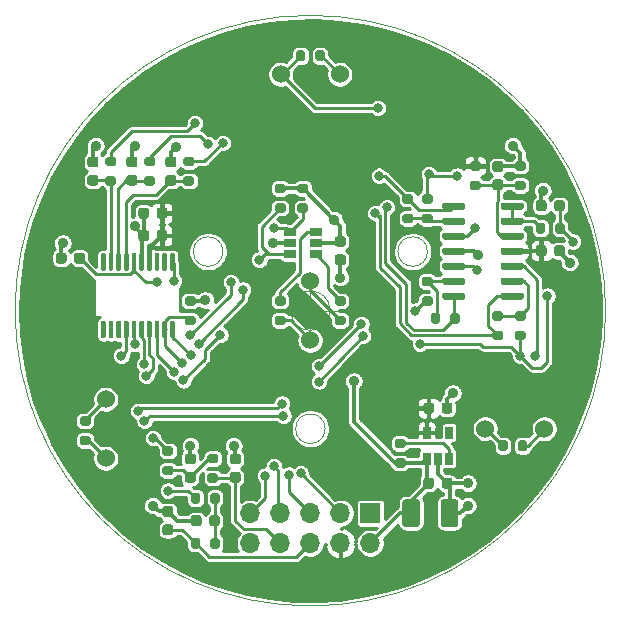
<source format=gbr>
%TF.GenerationSoftware,KiCad,Pcbnew,(5.1.10)-1*%
%TF.CreationDate,2021-07-18T17:44:11+03:00*%
%TF.ProjectId,Flow,466c6f77-2e6b-4696-9361-645f70636258,rev?*%
%TF.SameCoordinates,Original*%
%TF.FileFunction,Copper,L1,Top*%
%TF.FilePolarity,Positive*%
%FSLAX46Y46*%
G04 Gerber Fmt 4.6, Leading zero omitted, Abs format (unit mm)*
G04 Created by KiCad (PCBNEW (5.1.10)-1) date 2021-07-18 17:44:11*
%MOMM*%
%LPD*%
G01*
G04 APERTURE LIST*
%TA.AperFunction,Profile*%
%ADD10C,0.050000*%
%TD*%
%TA.AperFunction,SMDPad,CuDef*%
%ADD11R,1.060000X0.650000*%
%TD*%
%TA.AperFunction,SMDPad,CuDef*%
%ADD12R,0.650000X1.060000*%
%TD*%
%TA.AperFunction,ComponentPad*%
%ADD13C,1.524000*%
%TD*%
%TA.AperFunction,ComponentPad*%
%ADD14O,1.700000X1.700000*%
%TD*%
%TA.AperFunction,ComponentPad*%
%ADD15R,1.700000X1.700000*%
%TD*%
%TA.AperFunction,ViaPad*%
%ADD16C,0.900000*%
%TD*%
%TA.AperFunction,ViaPad*%
%ADD17C,0.800000*%
%TD*%
%TA.AperFunction,Conductor*%
%ADD18C,0.350000*%
%TD*%
%TA.AperFunction,Conductor*%
%ADD19C,0.250000*%
%TD*%
%TA.AperFunction,Conductor*%
%ADD20C,0.254000*%
%TD*%
%TA.AperFunction,Conductor*%
%ADD21C,0.100000*%
%TD*%
G04 APERTURE END LIST*
D10*
X-7410254Y5000000D02*
G75*
G03*
X-7410254Y5000000I-1250000J0D01*
G01*
X9910254Y5000000D02*
G75*
G03*
X9910254Y5000000I-1250000J0D01*
G01*
X1250000Y-10000000D02*
G75*
G03*
X1250000Y-10000000I-1250000J0D01*
G01*
X1666666Y0D02*
G75*
G03*
X1666666Y0I-1666666J0D01*
G01*
X-2500000Y0D02*
X2500000Y0D01*
X0Y2500000D02*
X0Y-2500000D01*
X25000000Y0D02*
G75*
G03*
X25000000Y0I-25000000J0D01*
G01*
%TO.P,C4,2*%
%TO.N,VDD*%
%TA.AperFunction,SMDPad,CuDef*%
G36*
G01*
X10470000Y-8005000D02*
X10470000Y-8505000D01*
G75*
G02*
X10245000Y-8730000I-225000J0D01*
G01*
X9795000Y-8730000D01*
G75*
G02*
X9570000Y-8505000I0J225000D01*
G01*
X9570000Y-8005000D01*
G75*
G02*
X9795000Y-7780000I225000J0D01*
G01*
X10245000Y-7780000D01*
G75*
G02*
X10470000Y-8005000I0J-225000D01*
G01*
G37*
%TD.AperFunction*%
%TO.P,C4,1*%
%TO.N,GND*%
%TA.AperFunction,SMDPad,CuDef*%
G36*
G01*
X12020000Y-8005000D02*
X12020000Y-8505000D01*
G75*
G02*
X11795000Y-8730000I-225000J0D01*
G01*
X11345000Y-8730000D01*
G75*
G02*
X11120000Y-8505000I0J225000D01*
G01*
X11120000Y-8005000D01*
G75*
G02*
X11345000Y-7780000I225000J0D01*
G01*
X11795000Y-7780000D01*
G75*
G02*
X12020000Y-8005000I0J-225000D01*
G01*
G37*
%TD.AperFunction*%
%TD*%
%TO.P,U3,14*%
%TO.N,Net-(R12-Pad2)*%
%TA.AperFunction,SMDPad,CuDef*%
G36*
G01*
X16100000Y8690000D02*
X16100000Y8990000D01*
G75*
G02*
X16250000Y9140000I150000J0D01*
G01*
X17900000Y9140000D01*
G75*
G02*
X18050000Y8990000I0J-150000D01*
G01*
X18050000Y8690000D01*
G75*
G02*
X17900000Y8540000I-150000J0D01*
G01*
X16250000Y8540000D01*
G75*
G02*
X16100000Y8690000I0J150000D01*
G01*
G37*
%TD.AperFunction*%
%TO.P,U3,13*%
%TA.AperFunction,SMDPad,CuDef*%
G36*
G01*
X16100000Y7420000D02*
X16100000Y7720000D01*
G75*
G02*
X16250000Y7870000I150000J0D01*
G01*
X17900000Y7870000D01*
G75*
G02*
X18050000Y7720000I0J-150000D01*
G01*
X18050000Y7420000D01*
G75*
G02*
X17900000Y7270000I-150000J0D01*
G01*
X16250000Y7270000D01*
G75*
G02*
X16100000Y7420000I0J150000D01*
G01*
G37*
%TD.AperFunction*%
%TO.P,U3,12*%
%TO.N,Net-(C5-Pad1)*%
%TA.AperFunction,SMDPad,CuDef*%
G36*
G01*
X16100000Y6150000D02*
X16100000Y6450000D01*
G75*
G02*
X16250000Y6600000I150000J0D01*
G01*
X17900000Y6600000D01*
G75*
G02*
X18050000Y6450000I0J-150000D01*
G01*
X18050000Y6150000D01*
G75*
G02*
X17900000Y6000000I-150000J0D01*
G01*
X16250000Y6000000D01*
G75*
G02*
X16100000Y6150000I0J150000D01*
G01*
G37*
%TD.AperFunction*%
%TO.P,U3,11*%
%TO.N,VDD*%
%TA.AperFunction,SMDPad,CuDef*%
G36*
G01*
X16100000Y4880000D02*
X16100000Y5180000D01*
G75*
G02*
X16250000Y5330000I150000J0D01*
G01*
X17900000Y5330000D01*
G75*
G02*
X18050000Y5180000I0J-150000D01*
G01*
X18050000Y4880000D01*
G75*
G02*
X17900000Y4730000I-150000J0D01*
G01*
X16250000Y4730000D01*
G75*
G02*
X16100000Y4880000I0J150000D01*
G01*
G37*
%TD.AperFunction*%
%TO.P,U3,10*%
%TO.N,/SIGNAL_C*%
%TA.AperFunction,SMDPad,CuDef*%
G36*
G01*
X16100000Y3610000D02*
X16100000Y3910000D01*
G75*
G02*
X16250000Y4060000I150000J0D01*
G01*
X17900000Y4060000D01*
G75*
G02*
X18050000Y3910000I0J-150000D01*
G01*
X18050000Y3610000D01*
G75*
G02*
X17900000Y3460000I-150000J0D01*
G01*
X16250000Y3460000D01*
G75*
G02*
X16100000Y3610000I0J150000D01*
G01*
G37*
%TD.AperFunction*%
%TO.P,U3,9*%
%TO.N,Net-(R14-Pad1)*%
%TA.AperFunction,SMDPad,CuDef*%
G36*
G01*
X16100000Y2340000D02*
X16100000Y2640000D01*
G75*
G02*
X16250000Y2790000I150000J0D01*
G01*
X17900000Y2790000D01*
G75*
G02*
X18050000Y2640000I0J-150000D01*
G01*
X18050000Y2340000D01*
G75*
G02*
X17900000Y2190000I-150000J0D01*
G01*
X16250000Y2190000D01*
G75*
G02*
X16100000Y2340000I0J150000D01*
G01*
G37*
%TD.AperFunction*%
%TO.P,U3,8*%
%TO.N,Net-(R17-Pad2)*%
%TA.AperFunction,SMDPad,CuDef*%
G36*
G01*
X16100000Y1070000D02*
X16100000Y1370000D01*
G75*
G02*
X16250000Y1520000I150000J0D01*
G01*
X17900000Y1520000D01*
G75*
G02*
X18050000Y1370000I0J-150000D01*
G01*
X18050000Y1070000D01*
G75*
G02*
X17900000Y920000I-150000J0D01*
G01*
X16250000Y920000D01*
G75*
G02*
X16100000Y1070000I0J150000D01*
G01*
G37*
%TD.AperFunction*%
%TO.P,U3,7*%
%TO.N,Net-(R16-Pad2)*%
%TA.AperFunction,SMDPad,CuDef*%
G36*
G01*
X11150000Y1070000D02*
X11150000Y1370000D01*
G75*
G02*
X11300000Y1520000I150000J0D01*
G01*
X12950000Y1520000D01*
G75*
G02*
X13100000Y1370000I0J-150000D01*
G01*
X13100000Y1070000D01*
G75*
G02*
X12950000Y920000I-150000J0D01*
G01*
X11300000Y920000D01*
G75*
G02*
X11150000Y1070000I0J150000D01*
G01*
G37*
%TD.AperFunction*%
%TO.P,U3,6*%
%TO.N,Net-(R13-Pad1)*%
%TA.AperFunction,SMDPad,CuDef*%
G36*
G01*
X11150000Y2340000D02*
X11150000Y2640000D01*
G75*
G02*
X11300000Y2790000I150000J0D01*
G01*
X12950000Y2790000D01*
G75*
G02*
X13100000Y2640000I0J-150000D01*
G01*
X13100000Y2340000D01*
G75*
G02*
X12950000Y2190000I-150000J0D01*
G01*
X11300000Y2190000D01*
G75*
G02*
X11150000Y2340000I0J150000D01*
G01*
G37*
%TD.AperFunction*%
%TO.P,U3,5*%
%TO.N,/SIGNAL_B*%
%TA.AperFunction,SMDPad,CuDef*%
G36*
G01*
X11150000Y3610000D02*
X11150000Y3910000D01*
G75*
G02*
X11300000Y4060000I150000J0D01*
G01*
X12950000Y4060000D01*
G75*
G02*
X13100000Y3910000I0J-150000D01*
G01*
X13100000Y3610000D01*
G75*
G02*
X12950000Y3460000I-150000J0D01*
G01*
X11300000Y3460000D01*
G75*
G02*
X11150000Y3610000I0J150000D01*
G01*
G37*
%TD.AperFunction*%
%TO.P,U3,4*%
%TO.N,GND*%
%TA.AperFunction,SMDPad,CuDef*%
G36*
G01*
X11150000Y4880000D02*
X11150000Y5180000D01*
G75*
G02*
X11300000Y5330000I150000J0D01*
G01*
X12950000Y5330000D01*
G75*
G02*
X13100000Y5180000I0J-150000D01*
G01*
X13100000Y4880000D01*
G75*
G02*
X12950000Y4730000I-150000J0D01*
G01*
X11300000Y4730000D01*
G75*
G02*
X11150000Y4880000I0J150000D01*
G01*
G37*
%TD.AperFunction*%
%TO.P,U3,3*%
%TO.N,/SIGNAL_A*%
%TA.AperFunction,SMDPad,CuDef*%
G36*
G01*
X11150000Y6150000D02*
X11150000Y6450000D01*
G75*
G02*
X11300000Y6600000I150000J0D01*
G01*
X12950000Y6600000D01*
G75*
G02*
X13100000Y6450000I0J-150000D01*
G01*
X13100000Y6150000D01*
G75*
G02*
X12950000Y6000000I-150000J0D01*
G01*
X11300000Y6000000D01*
G75*
G02*
X11150000Y6150000I0J150000D01*
G01*
G37*
%TD.AperFunction*%
%TO.P,U3,2*%
%TO.N,Net-(R15-Pad1)*%
%TA.AperFunction,SMDPad,CuDef*%
G36*
G01*
X11150000Y7420000D02*
X11150000Y7720000D01*
G75*
G02*
X11300000Y7870000I150000J0D01*
G01*
X12950000Y7870000D01*
G75*
G02*
X13100000Y7720000I0J-150000D01*
G01*
X13100000Y7420000D01*
G75*
G02*
X12950000Y7270000I-150000J0D01*
G01*
X11300000Y7270000D01*
G75*
G02*
X11150000Y7420000I0J150000D01*
G01*
G37*
%TD.AperFunction*%
%TO.P,U3,1*%
%TO.N,Net-(R18-Pad2)*%
%TA.AperFunction,SMDPad,CuDef*%
G36*
G01*
X11150000Y8690000D02*
X11150000Y8990000D01*
G75*
G02*
X11300000Y9140000I150000J0D01*
G01*
X12950000Y9140000D01*
G75*
G02*
X13100000Y8990000I0J-150000D01*
G01*
X13100000Y8690000D01*
G75*
G02*
X12950000Y8540000I-150000J0D01*
G01*
X11300000Y8540000D01*
G75*
G02*
X11150000Y8690000I0J150000D01*
G01*
G37*
%TD.AperFunction*%
%TD*%
D11*
%TO.P,U1,5*%
%TO.N,+5V*%
X465000Y5715000D03*
%TO.P,U1,6*%
%TO.N,Net-(R4-Pad1)*%
X465000Y6665000D03*
%TO.P,U1,4*%
%TO.N,Net-(R5-Pad1)*%
X465000Y4765000D03*
%TO.P,U1,3*%
%TO.N,/PULSE_N*%
X-1735000Y4765000D03*
%TO.P,U1,2*%
%TO.N,GND*%
X-1735000Y5715000D03*
%TO.P,U1,1*%
%TO.N,/PULSE*%
X-1735000Y6665000D03*
%TD*%
%TO.P,C2,2*%
%TO.N,GND*%
%TA.AperFunction,SMDPad,CuDef*%
G36*
G01*
X11035000Y-18070000D02*
X11035000Y-16220000D01*
G75*
G02*
X11285000Y-15970000I250000J0D01*
G01*
X12285000Y-15970000D01*
G75*
G02*
X12535000Y-16220000I0J-250000D01*
G01*
X12535000Y-18070000D01*
G75*
G02*
X12285000Y-18320000I-250000J0D01*
G01*
X11285000Y-18320000D01*
G75*
G02*
X11035000Y-18070000I0J250000D01*
G01*
G37*
%TD.AperFunction*%
%TO.P,C2,1*%
%TO.N,+5V*%
%TA.AperFunction,SMDPad,CuDef*%
G36*
G01*
X7785000Y-18070000D02*
X7785000Y-16220000D01*
G75*
G02*
X8035000Y-15970000I250000J0D01*
G01*
X9035000Y-15970000D01*
G75*
G02*
X9285000Y-16220000I0J-250000D01*
G01*
X9285000Y-18070000D01*
G75*
G02*
X9035000Y-18320000I-250000J0D01*
G01*
X8035000Y-18320000D01*
G75*
G02*
X7785000Y-18070000I0J250000D01*
G01*
G37*
%TD.AperFunction*%
%TD*%
%TO.P,U4,20*%
%TO.N,/USART_TX*%
%TA.AperFunction,SMDPad,CuDef*%
G36*
G01*
X-11780000Y-855000D02*
X-11580000Y-855000D01*
G75*
G02*
X-11480000Y-955000I0J-100000D01*
G01*
X-11480000Y-2230000D01*
G75*
G02*
X-11580000Y-2330000I-100000J0D01*
G01*
X-11780000Y-2330000D01*
G75*
G02*
X-11880000Y-2230000I0J100000D01*
G01*
X-11880000Y-955000D01*
G75*
G02*
X-11780000Y-855000I100000J0D01*
G01*
G37*
%TD.AperFunction*%
%TO.P,U4,19*%
%TO.N,/SWCLK*%
%TA.AperFunction,SMDPad,CuDef*%
G36*
G01*
X-12430000Y-855000D02*
X-12230000Y-855000D01*
G75*
G02*
X-12130000Y-955000I0J-100000D01*
G01*
X-12130000Y-2230000D01*
G75*
G02*
X-12230000Y-2330000I-100000J0D01*
G01*
X-12430000Y-2330000D01*
G75*
G02*
X-12530000Y-2230000I0J100000D01*
G01*
X-12530000Y-955000D01*
G75*
G02*
X-12430000Y-855000I100000J0D01*
G01*
G37*
%TD.AperFunction*%
%TO.P,U4,18*%
%TO.N,/SWDIO*%
%TA.AperFunction,SMDPad,CuDef*%
G36*
G01*
X-13080000Y-855000D02*
X-12880000Y-855000D01*
G75*
G02*
X-12780000Y-955000I0J-100000D01*
G01*
X-12780000Y-2230000D01*
G75*
G02*
X-12880000Y-2330000I-100000J0D01*
G01*
X-13080000Y-2330000D01*
G75*
G02*
X-13180000Y-2230000I0J100000D01*
G01*
X-13180000Y-955000D01*
G75*
G02*
X-13080000Y-855000I100000J0D01*
G01*
G37*
%TD.AperFunction*%
%TO.P,U4,17*%
%TO.N,/PWM_X*%
%TA.AperFunction,SMDPad,CuDef*%
G36*
G01*
X-13730000Y-855000D02*
X-13530000Y-855000D01*
G75*
G02*
X-13430000Y-955000I0J-100000D01*
G01*
X-13430000Y-2230000D01*
G75*
G02*
X-13530000Y-2330000I-100000J0D01*
G01*
X-13730000Y-2330000D01*
G75*
G02*
X-13830000Y-2230000I0J100000D01*
G01*
X-13830000Y-955000D01*
G75*
G02*
X-13730000Y-855000I100000J0D01*
G01*
G37*
%TD.AperFunction*%
%TO.P,U4,16*%
%TO.N,/PWM_Y*%
%TA.AperFunction,SMDPad,CuDef*%
G36*
G01*
X-14380000Y-855000D02*
X-14180000Y-855000D01*
G75*
G02*
X-14080000Y-955000I0J-100000D01*
G01*
X-14080000Y-2230000D01*
G75*
G02*
X-14180000Y-2330000I-100000J0D01*
G01*
X-14380000Y-2330000D01*
G75*
G02*
X-14480000Y-2230000I0J100000D01*
G01*
X-14480000Y-955000D01*
G75*
G02*
X-14380000Y-855000I100000J0D01*
G01*
G37*
%TD.AperFunction*%
%TO.P,U4,15*%
%TO.N,/PULSE*%
%TA.AperFunction,SMDPad,CuDef*%
G36*
G01*
X-15030000Y-855000D02*
X-14830000Y-855000D01*
G75*
G02*
X-14730000Y-955000I0J-100000D01*
G01*
X-14730000Y-2230000D01*
G75*
G02*
X-14830000Y-2330000I-100000J0D01*
G01*
X-15030000Y-2330000D01*
G75*
G02*
X-15130000Y-2230000I0J100000D01*
G01*
X-15130000Y-955000D01*
G75*
G02*
X-15030000Y-855000I100000J0D01*
G01*
G37*
%TD.AperFunction*%
%TO.P,U4,14*%
%TO.N,/PULSE_N*%
%TA.AperFunction,SMDPad,CuDef*%
G36*
G01*
X-15680000Y-855000D02*
X-15480000Y-855000D01*
G75*
G02*
X-15380000Y-955000I0J-100000D01*
G01*
X-15380000Y-2230000D01*
G75*
G02*
X-15480000Y-2330000I-100000J0D01*
G01*
X-15680000Y-2330000D01*
G75*
G02*
X-15780000Y-2230000I0J100000D01*
G01*
X-15780000Y-955000D01*
G75*
G02*
X-15680000Y-855000I100000J0D01*
G01*
G37*
%TD.AperFunction*%
%TO.P,U4,13*%
%TO.N,Net-(U4-Pad13)*%
%TA.AperFunction,SMDPad,CuDef*%
G36*
G01*
X-16330000Y-855000D02*
X-16130000Y-855000D01*
G75*
G02*
X-16030000Y-955000I0J-100000D01*
G01*
X-16030000Y-2230000D01*
G75*
G02*
X-16130000Y-2330000I-100000J0D01*
G01*
X-16330000Y-2330000D01*
G75*
G02*
X-16430000Y-2230000I0J100000D01*
G01*
X-16430000Y-955000D01*
G75*
G02*
X-16330000Y-855000I100000J0D01*
G01*
G37*
%TD.AperFunction*%
%TO.P,U4,12*%
%TO.N,Net-(U4-Pad12)*%
%TA.AperFunction,SMDPad,CuDef*%
G36*
G01*
X-16980000Y-855000D02*
X-16780000Y-855000D01*
G75*
G02*
X-16680000Y-955000I0J-100000D01*
G01*
X-16680000Y-2230000D01*
G75*
G02*
X-16780000Y-2330000I-100000J0D01*
G01*
X-16980000Y-2330000D01*
G75*
G02*
X-17080000Y-2230000I0J100000D01*
G01*
X-17080000Y-955000D01*
G75*
G02*
X-16980000Y-855000I100000J0D01*
G01*
G37*
%TD.AperFunction*%
%TO.P,U4,11*%
%TO.N,Net-(U4-Pad11)*%
%TA.AperFunction,SMDPad,CuDef*%
G36*
G01*
X-17630000Y-855000D02*
X-17430000Y-855000D01*
G75*
G02*
X-17330000Y-955000I0J-100000D01*
G01*
X-17330000Y-2230000D01*
G75*
G02*
X-17430000Y-2330000I-100000J0D01*
G01*
X-17630000Y-2330000D01*
G75*
G02*
X-17730000Y-2230000I0J100000D01*
G01*
X-17730000Y-955000D01*
G75*
G02*
X-17630000Y-855000I100000J0D01*
G01*
G37*
%TD.AperFunction*%
%TO.P,U4,10*%
%TO.N,Net-(U4-Pad10)*%
%TA.AperFunction,SMDPad,CuDef*%
G36*
G01*
X-17630000Y4870000D02*
X-17430000Y4870000D01*
G75*
G02*
X-17330000Y4770000I0J-100000D01*
G01*
X-17330000Y3495000D01*
G75*
G02*
X-17430000Y3395000I-100000J0D01*
G01*
X-17630000Y3395000D01*
G75*
G02*
X-17730000Y3495000I0J100000D01*
G01*
X-17730000Y4770000D01*
G75*
G02*
X-17630000Y4870000I100000J0D01*
G01*
G37*
%TD.AperFunction*%
%TO.P,U4,9*%
%TO.N,/CHA_C*%
%TA.AperFunction,SMDPad,CuDef*%
G36*
G01*
X-16980000Y4870000D02*
X-16780000Y4870000D01*
G75*
G02*
X-16680000Y4770000I0J-100000D01*
G01*
X-16680000Y3495000D01*
G75*
G02*
X-16780000Y3395000I-100000J0D01*
G01*
X-16980000Y3395000D01*
G75*
G02*
X-17080000Y3495000I0J100000D01*
G01*
X-17080000Y4770000D01*
G75*
G02*
X-16980000Y4870000I100000J0D01*
G01*
G37*
%TD.AperFunction*%
%TO.P,U4,8*%
%TO.N,/CHA_B*%
%TA.AperFunction,SMDPad,CuDef*%
G36*
G01*
X-16330000Y4870000D02*
X-16130000Y4870000D01*
G75*
G02*
X-16030000Y4770000I0J-100000D01*
G01*
X-16030000Y3495000D01*
G75*
G02*
X-16130000Y3395000I-100000J0D01*
G01*
X-16330000Y3395000D01*
G75*
G02*
X-16430000Y3495000I0J100000D01*
G01*
X-16430000Y4770000D01*
G75*
G02*
X-16330000Y4870000I100000J0D01*
G01*
G37*
%TD.AperFunction*%
%TO.P,U4,7*%
%TO.N,/CHA_A*%
%TA.AperFunction,SMDPad,CuDef*%
G36*
G01*
X-15680000Y4870000D02*
X-15480000Y4870000D01*
G75*
G02*
X-15380000Y4770000I0J-100000D01*
G01*
X-15380000Y3495000D01*
G75*
G02*
X-15480000Y3395000I-100000J0D01*
G01*
X-15680000Y3395000D01*
G75*
G02*
X-15780000Y3495000I0J100000D01*
G01*
X-15780000Y4770000D01*
G75*
G02*
X-15680000Y4870000I100000J0D01*
G01*
G37*
%TD.AperFunction*%
%TO.P,U4,6*%
%TO.N,/NRST*%
%TA.AperFunction,SMDPad,CuDef*%
G36*
G01*
X-15030000Y4870000D02*
X-14830000Y4870000D01*
G75*
G02*
X-14730000Y4770000I0J-100000D01*
G01*
X-14730000Y3495000D01*
G75*
G02*
X-14830000Y3395000I-100000J0D01*
G01*
X-15030000Y3395000D01*
G75*
G02*
X-15130000Y3495000I0J100000D01*
G01*
X-15130000Y4770000D01*
G75*
G02*
X-15030000Y4870000I100000J0D01*
G01*
G37*
%TD.AperFunction*%
%TO.P,U4,5*%
%TO.N,GND*%
%TA.AperFunction,SMDPad,CuDef*%
G36*
G01*
X-14380000Y4870000D02*
X-14180000Y4870000D01*
G75*
G02*
X-14080000Y4770000I0J-100000D01*
G01*
X-14080000Y3495000D01*
G75*
G02*
X-14180000Y3395000I-100000J0D01*
G01*
X-14380000Y3395000D01*
G75*
G02*
X-14480000Y3495000I0J100000D01*
G01*
X-14480000Y4770000D01*
G75*
G02*
X-14380000Y4870000I100000J0D01*
G01*
G37*
%TD.AperFunction*%
%TO.P,U4,4*%
%TO.N,VDD*%
%TA.AperFunction,SMDPad,CuDef*%
G36*
G01*
X-13730000Y4870000D02*
X-13530000Y4870000D01*
G75*
G02*
X-13430000Y4770000I0J-100000D01*
G01*
X-13430000Y3495000D01*
G75*
G02*
X-13530000Y3395000I-100000J0D01*
G01*
X-13730000Y3395000D01*
G75*
G02*
X-13830000Y3495000I0J100000D01*
G01*
X-13830000Y4770000D01*
G75*
G02*
X-13730000Y4870000I100000J0D01*
G01*
G37*
%TD.AperFunction*%
%TO.P,U4,3*%
%TO.N,Net-(U4-Pad3)*%
%TA.AperFunction,SMDPad,CuDef*%
G36*
G01*
X-13080000Y4870000D02*
X-12880000Y4870000D01*
G75*
G02*
X-12780000Y4770000I0J-100000D01*
G01*
X-12780000Y3495000D01*
G75*
G02*
X-12880000Y3395000I-100000J0D01*
G01*
X-13080000Y3395000D01*
G75*
G02*
X-13180000Y3495000I0J100000D01*
G01*
X-13180000Y4770000D01*
G75*
G02*
X-13080000Y4870000I100000J0D01*
G01*
G37*
%TD.AperFunction*%
%TO.P,U4,2*%
%TO.N,Net-(U4-Pad2)*%
%TA.AperFunction,SMDPad,CuDef*%
G36*
G01*
X-12430000Y4870000D02*
X-12230000Y4870000D01*
G75*
G02*
X-12130000Y4770000I0J-100000D01*
G01*
X-12130000Y3495000D01*
G75*
G02*
X-12230000Y3395000I-100000J0D01*
G01*
X-12430000Y3395000D01*
G75*
G02*
X-12530000Y3495000I0J100000D01*
G01*
X-12530000Y4770000D01*
G75*
G02*
X-12430000Y4870000I100000J0D01*
G01*
G37*
%TD.AperFunction*%
%TO.P,U4,1*%
%TO.N,/USART_RX*%
%TA.AperFunction,SMDPad,CuDef*%
G36*
G01*
X-11780000Y4870000D02*
X-11580000Y4870000D01*
G75*
G02*
X-11480000Y4770000I0J-100000D01*
G01*
X-11480000Y3495000D01*
G75*
G02*
X-11580000Y3395000I-100000J0D01*
G01*
X-11780000Y3395000D01*
G75*
G02*
X-11880000Y3495000I0J100000D01*
G01*
X-11880000Y4770000D01*
G75*
G02*
X-11780000Y4870000I100000J0D01*
G01*
G37*
%TD.AperFunction*%
%TD*%
D12*
%TO.P,U2,5*%
%TO.N,VDD*%
X9845000Y-10330000D03*
%TO.P,U2,4*%
%TO.N,Net-(U2-Pad4)*%
X11745000Y-10330000D03*
%TO.P,U2,3*%
%TO.N,Net-(R8-Pad1)*%
X11745000Y-12530000D03*
%TO.P,U2,2*%
%TO.N,GND*%
X10795000Y-12530000D03*
%TO.P,U2,1*%
%TO.N,+5V*%
X9845000Y-12530000D03*
%TD*%
%TO.P,R25,2*%
%TO.N,Net-(C15-Pad2)*%
%TA.AperFunction,SMDPad,CuDef*%
G36*
G01*
X-7980000Y-12910000D02*
X-8530000Y-12910000D01*
G75*
G02*
X-8730000Y-12710000I0J200000D01*
G01*
X-8730000Y-12310000D01*
G75*
G02*
X-8530000Y-12110000I200000J0D01*
G01*
X-7980000Y-12110000D01*
G75*
G02*
X-7780000Y-12310000I0J-200000D01*
G01*
X-7780000Y-12710000D01*
G75*
G02*
X-7980000Y-12910000I-200000J0D01*
G01*
G37*
%TD.AperFunction*%
%TO.P,R25,1*%
%TO.N,/OUT_Y*%
%TA.AperFunction,SMDPad,CuDef*%
G36*
G01*
X-7980000Y-14560000D02*
X-8530000Y-14560000D01*
G75*
G02*
X-8730000Y-14360000I0J200000D01*
G01*
X-8730000Y-13960000D01*
G75*
G02*
X-8530000Y-13760000I200000J0D01*
G01*
X-7980000Y-13760000D01*
G75*
G02*
X-7780000Y-13960000I0J-200000D01*
G01*
X-7780000Y-14360000D01*
G75*
G02*
X-7980000Y-14560000I-200000J0D01*
G01*
G37*
%TD.AperFunction*%
%TD*%
%TO.P,R24,2*%
%TO.N,Net-(C14-Pad2)*%
%TA.AperFunction,SMDPad,CuDef*%
G36*
G01*
X-8465000Y-19960000D02*
X-8465000Y-19410000D01*
G75*
G02*
X-8265000Y-19210000I200000J0D01*
G01*
X-7865000Y-19210000D01*
G75*
G02*
X-7665000Y-19410000I0J-200000D01*
G01*
X-7665000Y-19960000D01*
G75*
G02*
X-7865000Y-20160000I-200000J0D01*
G01*
X-8265000Y-20160000D01*
G75*
G02*
X-8465000Y-19960000I0J200000D01*
G01*
G37*
%TD.AperFunction*%
%TO.P,R24,1*%
%TO.N,/OUT_X*%
%TA.AperFunction,SMDPad,CuDef*%
G36*
G01*
X-10115000Y-19960000D02*
X-10115000Y-19410000D01*
G75*
G02*
X-9915000Y-19210000I200000J0D01*
G01*
X-9515000Y-19210000D01*
G75*
G02*
X-9315000Y-19410000I0J-200000D01*
G01*
X-9315000Y-19960000D01*
G75*
G02*
X-9515000Y-20160000I-200000J0D01*
G01*
X-9915000Y-20160000D01*
G75*
G02*
X-10115000Y-19960000I0J200000D01*
G01*
G37*
%TD.AperFunction*%
%TD*%
%TO.P,R23,2*%
%TO.N,/PWM_Y*%
%TA.AperFunction,SMDPad,CuDef*%
G36*
G01*
X-11790000Y-12275000D02*
X-12340000Y-12275000D01*
G75*
G02*
X-12540000Y-12075000I0J200000D01*
G01*
X-12540000Y-11675000D01*
G75*
G02*
X-12340000Y-11475000I200000J0D01*
G01*
X-11790000Y-11475000D01*
G75*
G02*
X-11590000Y-11675000I0J-200000D01*
G01*
X-11590000Y-12075000D01*
G75*
G02*
X-11790000Y-12275000I-200000J0D01*
G01*
G37*
%TD.AperFunction*%
%TO.P,R23,1*%
%TO.N,Net-(C15-Pad2)*%
%TA.AperFunction,SMDPad,CuDef*%
G36*
G01*
X-11790000Y-13925000D02*
X-12340000Y-13925000D01*
G75*
G02*
X-12540000Y-13725000I0J200000D01*
G01*
X-12540000Y-13325000D01*
G75*
G02*
X-12340000Y-13125000I200000J0D01*
G01*
X-11790000Y-13125000D01*
G75*
G02*
X-11590000Y-13325000I0J-200000D01*
G01*
X-11590000Y-13725000D01*
G75*
G02*
X-11790000Y-13925000I-200000J0D01*
G01*
G37*
%TD.AperFunction*%
%TD*%
%TO.P,R22,2*%
%TO.N,/PWM_X*%
%TA.AperFunction,SMDPad,CuDef*%
G36*
G01*
X-9315000Y-15600000D02*
X-9315000Y-16150000D01*
G75*
G02*
X-9515000Y-16350000I-200000J0D01*
G01*
X-9915000Y-16350000D01*
G75*
G02*
X-10115000Y-16150000I0J200000D01*
G01*
X-10115000Y-15600000D01*
G75*
G02*
X-9915000Y-15400000I200000J0D01*
G01*
X-9515000Y-15400000D01*
G75*
G02*
X-9315000Y-15600000I0J-200000D01*
G01*
G37*
%TD.AperFunction*%
%TO.P,R22,1*%
%TO.N,Net-(C14-Pad2)*%
%TA.AperFunction,SMDPad,CuDef*%
G36*
G01*
X-7665000Y-15600000D02*
X-7665000Y-16150000D01*
G75*
G02*
X-7865000Y-16350000I-200000J0D01*
G01*
X-8265000Y-16350000D01*
G75*
G02*
X-8465000Y-16150000I0J200000D01*
G01*
X-8465000Y-15600000D01*
G75*
G02*
X-8265000Y-15400000I200000J0D01*
G01*
X-7865000Y-15400000D01*
G75*
G02*
X-7665000Y-15600000I0J-200000D01*
G01*
G37*
%TD.AperFunction*%
%TD*%
%TO.P,R21,2*%
%TO.N,Net-(R18-Pad2)*%
%TA.AperFunction,SMDPad,CuDef*%
G36*
G01*
X-10012000Y12236000D02*
X-10562000Y12236000D01*
G75*
G02*
X-10762000Y12436000I0J200000D01*
G01*
X-10762000Y12836000D01*
G75*
G02*
X-10562000Y13036000I200000J0D01*
G01*
X-10012000Y13036000D01*
G75*
G02*
X-9812000Y12836000I0J-200000D01*
G01*
X-9812000Y12436000D01*
G75*
G02*
X-10012000Y12236000I-200000J0D01*
G01*
G37*
%TD.AperFunction*%
%TO.P,R21,1*%
%TO.N,/CHA_A*%
%TA.AperFunction,SMDPad,CuDef*%
G36*
G01*
X-10012000Y10586000D02*
X-10562000Y10586000D01*
G75*
G02*
X-10762000Y10786000I0J200000D01*
G01*
X-10762000Y11186000D01*
G75*
G02*
X-10562000Y11386000I200000J0D01*
G01*
X-10012000Y11386000D01*
G75*
G02*
X-9812000Y11186000I0J-200000D01*
G01*
X-9812000Y10786000D01*
G75*
G02*
X-10012000Y10586000I-200000J0D01*
G01*
G37*
%TD.AperFunction*%
%TD*%
%TO.P,R20,2*%
%TO.N,Net-(R17-Pad2)*%
%TA.AperFunction,SMDPad,CuDef*%
G36*
G01*
X-16616000Y12236000D02*
X-17166000Y12236000D01*
G75*
G02*
X-17366000Y12436000I0J200000D01*
G01*
X-17366000Y12836000D01*
G75*
G02*
X-17166000Y13036000I200000J0D01*
G01*
X-16616000Y13036000D01*
G75*
G02*
X-16416000Y12836000I0J-200000D01*
G01*
X-16416000Y12436000D01*
G75*
G02*
X-16616000Y12236000I-200000J0D01*
G01*
G37*
%TD.AperFunction*%
%TO.P,R20,1*%
%TO.N,/CHA_C*%
%TA.AperFunction,SMDPad,CuDef*%
G36*
G01*
X-16616000Y10586000D02*
X-17166000Y10586000D01*
G75*
G02*
X-17366000Y10786000I0J200000D01*
G01*
X-17366000Y11186000D01*
G75*
G02*
X-17166000Y11386000I200000J0D01*
G01*
X-16616000Y11386000D01*
G75*
G02*
X-16416000Y11186000I0J-200000D01*
G01*
X-16416000Y10786000D01*
G75*
G02*
X-16616000Y10586000I-200000J0D01*
G01*
G37*
%TD.AperFunction*%
%TD*%
%TO.P,R19,2*%
%TO.N,Net-(R16-Pad2)*%
%TA.AperFunction,SMDPad,CuDef*%
G36*
G01*
X-13314000Y12236000D02*
X-13864000Y12236000D01*
G75*
G02*
X-14064000Y12436000I0J200000D01*
G01*
X-14064000Y12836000D01*
G75*
G02*
X-13864000Y13036000I200000J0D01*
G01*
X-13314000Y13036000D01*
G75*
G02*
X-13114000Y12836000I0J-200000D01*
G01*
X-13114000Y12436000D01*
G75*
G02*
X-13314000Y12236000I-200000J0D01*
G01*
G37*
%TD.AperFunction*%
%TO.P,R19,1*%
%TO.N,/CHA_B*%
%TA.AperFunction,SMDPad,CuDef*%
G36*
G01*
X-13314000Y10586000D02*
X-13864000Y10586000D01*
G75*
G02*
X-14064000Y10786000I0J200000D01*
G01*
X-14064000Y11186000D01*
G75*
G02*
X-13864000Y11386000I200000J0D01*
G01*
X-13314000Y11386000D01*
G75*
G02*
X-13114000Y11186000I0J-200000D01*
G01*
X-13114000Y10786000D01*
G75*
G02*
X-13314000Y10586000I-200000J0D01*
G01*
G37*
%TD.AperFunction*%
%TD*%
%TO.P,R18,2*%
%TO.N,Net-(R18-Pad2)*%
%TA.AperFunction,SMDPad,CuDef*%
G36*
G01*
X8530000Y9061000D02*
X7980000Y9061000D01*
G75*
G02*
X7780000Y9261000I0J200000D01*
G01*
X7780000Y9661000D01*
G75*
G02*
X7980000Y9861000I200000J0D01*
G01*
X8530000Y9861000D01*
G75*
G02*
X8730000Y9661000I0J-200000D01*
G01*
X8730000Y9261000D01*
G75*
G02*
X8530000Y9061000I-200000J0D01*
G01*
G37*
%TD.AperFunction*%
%TO.P,R18,1*%
%TO.N,Net-(R15-Pad1)*%
%TA.AperFunction,SMDPad,CuDef*%
G36*
G01*
X8530000Y7411000D02*
X7980000Y7411000D01*
G75*
G02*
X7780000Y7611000I0J200000D01*
G01*
X7780000Y8011000D01*
G75*
G02*
X7980000Y8211000I200000J0D01*
G01*
X8530000Y8211000D01*
G75*
G02*
X8730000Y8011000I0J-200000D01*
G01*
X8730000Y7611000D01*
G75*
G02*
X8530000Y7411000I-200000J0D01*
G01*
G37*
%TD.AperFunction*%
%TD*%
%TO.P,R17,2*%
%TO.N,Net-(R17-Pad2)*%
%TA.AperFunction,SMDPad,CuDef*%
G36*
G01*
X15600000Y-1695000D02*
X16150000Y-1695000D01*
G75*
G02*
X16350000Y-1895000I0J-200000D01*
G01*
X16350000Y-2295000D01*
G75*
G02*
X16150000Y-2495000I-200000J0D01*
G01*
X15600000Y-2495000D01*
G75*
G02*
X15400000Y-2295000I0J200000D01*
G01*
X15400000Y-1895000D01*
G75*
G02*
X15600000Y-1695000I200000J0D01*
G01*
G37*
%TD.AperFunction*%
%TO.P,R17,1*%
%TO.N,Net-(R14-Pad1)*%
%TA.AperFunction,SMDPad,CuDef*%
G36*
G01*
X15600000Y-45000D02*
X16150000Y-45000D01*
G75*
G02*
X16350000Y-245000I0J-200000D01*
G01*
X16350000Y-645000D01*
G75*
G02*
X16150000Y-845000I-200000J0D01*
G01*
X15600000Y-845000D01*
G75*
G02*
X15400000Y-645000I0J200000D01*
G01*
X15400000Y-245000D01*
G75*
G02*
X15600000Y-45000I200000J0D01*
G01*
G37*
%TD.AperFunction*%
%TD*%
%TO.P,R16,2*%
%TO.N,Net-(R16-Pad2)*%
%TA.AperFunction,SMDPad,CuDef*%
G36*
G01*
X11855000Y-910000D02*
X11855000Y-360000D01*
G75*
G02*
X12055000Y-160000I200000J0D01*
G01*
X12455000Y-160000D01*
G75*
G02*
X12655000Y-360000I0J-200000D01*
G01*
X12655000Y-910000D01*
G75*
G02*
X12455000Y-1110000I-200000J0D01*
G01*
X12055000Y-1110000D01*
G75*
G02*
X11855000Y-910000I0J200000D01*
G01*
G37*
%TD.AperFunction*%
%TO.P,R16,1*%
%TO.N,Net-(R13-Pad1)*%
%TA.AperFunction,SMDPad,CuDef*%
G36*
G01*
X10205000Y-910000D02*
X10205000Y-360000D01*
G75*
G02*
X10405000Y-160000I200000J0D01*
G01*
X10805000Y-160000D01*
G75*
G02*
X11005000Y-360000I0J-200000D01*
G01*
X11005000Y-910000D01*
G75*
G02*
X10805000Y-1110000I-200000J0D01*
G01*
X10405000Y-1110000D01*
G75*
G02*
X10205000Y-910000I0J200000D01*
G01*
G37*
%TD.AperFunction*%
%TD*%
%TO.P,R15,2*%
%TO.N,/VGND*%
%TA.AperFunction,SMDPad,CuDef*%
G36*
G01*
X10181000Y9061000D02*
X9631000Y9061000D01*
G75*
G02*
X9431000Y9261000I0J200000D01*
G01*
X9431000Y9661000D01*
G75*
G02*
X9631000Y9861000I200000J0D01*
G01*
X10181000Y9861000D01*
G75*
G02*
X10381000Y9661000I0J-200000D01*
G01*
X10381000Y9261000D01*
G75*
G02*
X10181000Y9061000I-200000J0D01*
G01*
G37*
%TD.AperFunction*%
%TO.P,R15,1*%
%TO.N,Net-(R15-Pad1)*%
%TA.AperFunction,SMDPad,CuDef*%
G36*
G01*
X10181000Y7411000D02*
X9631000Y7411000D01*
G75*
G02*
X9431000Y7611000I0J200000D01*
G01*
X9431000Y8011000D01*
G75*
G02*
X9631000Y8211000I200000J0D01*
G01*
X10181000Y8211000D01*
G75*
G02*
X10381000Y8011000I0J-200000D01*
G01*
X10381000Y7611000D01*
G75*
G02*
X10181000Y7411000I-200000J0D01*
G01*
G37*
%TD.AperFunction*%
%TD*%
%TO.P,R14,2*%
%TO.N,/VGND*%
%TA.AperFunction,SMDPad,CuDef*%
G36*
G01*
X17505000Y-1695000D02*
X18055000Y-1695000D01*
G75*
G02*
X18255000Y-1895000I0J-200000D01*
G01*
X18255000Y-2295000D01*
G75*
G02*
X18055000Y-2495000I-200000J0D01*
G01*
X17505000Y-2495000D01*
G75*
G02*
X17305000Y-2295000I0J200000D01*
G01*
X17305000Y-1895000D01*
G75*
G02*
X17505000Y-1695000I200000J0D01*
G01*
G37*
%TD.AperFunction*%
%TO.P,R14,1*%
%TO.N,Net-(R14-Pad1)*%
%TA.AperFunction,SMDPad,CuDef*%
G36*
G01*
X17505000Y-45000D02*
X18055000Y-45000D01*
G75*
G02*
X18255000Y-245000I0J-200000D01*
G01*
X18255000Y-645000D01*
G75*
G02*
X18055000Y-845000I-200000J0D01*
G01*
X17505000Y-845000D01*
G75*
G02*
X17305000Y-645000I0J200000D01*
G01*
X17305000Y-245000D01*
G75*
G02*
X17505000Y-45000I200000J0D01*
G01*
G37*
%TD.AperFunction*%
%TD*%
%TO.P,R13,2*%
%TO.N,/VGND*%
%TA.AperFunction,SMDPad,CuDef*%
G36*
G01*
X9631000Y1226000D02*
X10181000Y1226000D01*
G75*
G02*
X10381000Y1026000I0J-200000D01*
G01*
X10381000Y626000D01*
G75*
G02*
X10181000Y426000I-200000J0D01*
G01*
X9631000Y426000D01*
G75*
G02*
X9431000Y626000I0J200000D01*
G01*
X9431000Y1026000D01*
G75*
G02*
X9631000Y1226000I200000J0D01*
G01*
G37*
%TD.AperFunction*%
%TO.P,R13,1*%
%TO.N,Net-(R13-Pad1)*%
%TA.AperFunction,SMDPad,CuDef*%
G36*
G01*
X9631000Y2876000D02*
X10181000Y2876000D01*
G75*
G02*
X10381000Y2676000I0J-200000D01*
G01*
X10381000Y2276000D01*
G75*
G02*
X10181000Y2076000I-200000J0D01*
G01*
X9631000Y2076000D01*
G75*
G02*
X9431000Y2276000I0J200000D01*
G01*
X9431000Y2676000D01*
G75*
G02*
X9631000Y2876000I200000J0D01*
G01*
G37*
%TD.AperFunction*%
%TD*%
%TO.P,R12,2*%
%TO.N,Net-(R12-Pad2)*%
%TA.AperFunction,SMDPad,CuDef*%
G36*
G01*
X19895000Y7260000D02*
X19895000Y6710000D01*
G75*
G02*
X19695000Y6510000I-200000J0D01*
G01*
X19295000Y6510000D01*
G75*
G02*
X19095000Y6710000I0J200000D01*
G01*
X19095000Y7260000D01*
G75*
G02*
X19295000Y7460000I200000J0D01*
G01*
X19695000Y7460000D01*
G75*
G02*
X19895000Y7260000I0J-200000D01*
G01*
G37*
%TD.AperFunction*%
%TO.P,R12,1*%
%TO.N,/VGND*%
%TA.AperFunction,SMDPad,CuDef*%
G36*
G01*
X21545000Y7260000D02*
X21545000Y6710000D01*
G75*
G02*
X21345000Y6510000I-200000J0D01*
G01*
X20945000Y6510000D01*
G75*
G02*
X20745000Y6710000I0J200000D01*
G01*
X20745000Y7260000D01*
G75*
G02*
X20945000Y7460000I200000J0D01*
G01*
X21345000Y7460000D01*
G75*
G02*
X21545000Y7260000I0J-200000D01*
G01*
G37*
%TD.AperFunction*%
%TD*%
%TO.P,R11,2*%
%TO.N,GND*%
%TA.AperFunction,SMDPad,CuDef*%
G36*
G01*
X-9885000Y425000D02*
X-10435000Y425000D01*
G75*
G02*
X-10635000Y625000I0J200000D01*
G01*
X-10635000Y1025000D01*
G75*
G02*
X-10435000Y1225000I200000J0D01*
G01*
X-9885000Y1225000D01*
G75*
G02*
X-9685000Y1025000I0J-200000D01*
G01*
X-9685000Y625000D01*
G75*
G02*
X-9885000Y425000I-200000J0D01*
G01*
G37*
%TD.AperFunction*%
%TO.P,R11,1*%
%TO.N,/SWCLK*%
%TA.AperFunction,SMDPad,CuDef*%
G36*
G01*
X-9885000Y-1225000D02*
X-10435000Y-1225000D01*
G75*
G02*
X-10635000Y-1025000I0J200000D01*
G01*
X-10635000Y-625000D01*
G75*
G02*
X-10435000Y-425000I200000J0D01*
G01*
X-9885000Y-425000D01*
G75*
G02*
X-9685000Y-625000I0J-200000D01*
G01*
X-9685000Y-1025000D01*
G75*
G02*
X-9885000Y-1225000I-200000J0D01*
G01*
G37*
%TD.AperFunction*%
%TD*%
%TO.P,R10,2*%
%TO.N,GND*%
%TA.AperFunction,SMDPad,CuDef*%
G36*
G01*
X18055000Y11855000D02*
X17505000Y11855000D01*
G75*
G02*
X17305000Y12055000I0J200000D01*
G01*
X17305000Y12455000D01*
G75*
G02*
X17505000Y12655000I200000J0D01*
G01*
X18055000Y12655000D01*
G75*
G02*
X18255000Y12455000I0J-200000D01*
G01*
X18255000Y12055000D01*
G75*
G02*
X18055000Y11855000I-200000J0D01*
G01*
G37*
%TD.AperFunction*%
%TO.P,R10,1*%
%TO.N,Net-(C5-Pad1)*%
%TA.AperFunction,SMDPad,CuDef*%
G36*
G01*
X18055000Y10205000D02*
X17505000Y10205000D01*
G75*
G02*
X17305000Y10405000I0J200000D01*
G01*
X17305000Y10805000D01*
G75*
G02*
X17505000Y11005000I200000J0D01*
G01*
X18055000Y11005000D01*
G75*
G02*
X18255000Y10805000I0J-200000D01*
G01*
X18255000Y10405000D01*
G75*
G02*
X18055000Y10205000I-200000J0D01*
G01*
G37*
%TD.AperFunction*%
%TD*%
%TO.P,R9,2*%
%TO.N,Net-(C5-Pad1)*%
%TA.AperFunction,SMDPad,CuDef*%
G36*
G01*
X13695000Y11005000D02*
X14245000Y11005000D01*
G75*
G02*
X14445000Y10805000I0J-200000D01*
G01*
X14445000Y10405000D01*
G75*
G02*
X14245000Y10205000I-200000J0D01*
G01*
X13695000Y10205000D01*
G75*
G02*
X13495000Y10405000I0J200000D01*
G01*
X13495000Y10805000D01*
G75*
G02*
X13695000Y11005000I200000J0D01*
G01*
G37*
%TD.AperFunction*%
%TO.P,R9,1*%
%TO.N,VDD*%
%TA.AperFunction,SMDPad,CuDef*%
G36*
G01*
X13695000Y12655000D02*
X14245000Y12655000D01*
G75*
G02*
X14445000Y12455000I0J-200000D01*
G01*
X14445000Y12055000D01*
G75*
G02*
X14245000Y11855000I-200000J0D01*
G01*
X13695000Y11855000D01*
G75*
G02*
X13495000Y12055000I0J200000D01*
G01*
X13495000Y12455000D01*
G75*
G02*
X13695000Y12655000I200000J0D01*
G01*
G37*
%TD.AperFunction*%
%TD*%
%TO.P,R8,2*%
%TO.N,+5V*%
%TA.AperFunction,SMDPad,CuDef*%
G36*
G01*
X7345000Y-12490000D02*
X7895000Y-12490000D01*
G75*
G02*
X8095000Y-12690000I0J-200000D01*
G01*
X8095000Y-13090000D01*
G75*
G02*
X7895000Y-13290000I-200000J0D01*
G01*
X7345000Y-13290000D01*
G75*
G02*
X7145000Y-13090000I0J200000D01*
G01*
X7145000Y-12690000D01*
G75*
G02*
X7345000Y-12490000I200000J0D01*
G01*
G37*
%TD.AperFunction*%
%TO.P,R8,1*%
%TO.N,Net-(R8-Pad1)*%
%TA.AperFunction,SMDPad,CuDef*%
G36*
G01*
X7345000Y-10840000D02*
X7895000Y-10840000D01*
G75*
G02*
X8095000Y-11040000I0J-200000D01*
G01*
X8095000Y-11440000D01*
G75*
G02*
X7895000Y-11640000I-200000J0D01*
G01*
X7345000Y-11640000D01*
G75*
G02*
X7145000Y-11440000I0J200000D01*
G01*
X7145000Y-11040000D01*
G75*
G02*
X7345000Y-10840000I200000J0D01*
G01*
G37*
%TD.AperFunction*%
%TD*%
%TO.P,R7,2*%
%TO.N,/PULSE_N*%
%TA.AperFunction,SMDPad,CuDef*%
G36*
G01*
X-2815000Y9100000D02*
X-2265000Y9100000D01*
G75*
G02*
X-2065000Y8900000I0J-200000D01*
G01*
X-2065000Y8500000D01*
G75*
G02*
X-2265000Y8300000I-200000J0D01*
G01*
X-2815000Y8300000D01*
G75*
G02*
X-3015000Y8500000I0J200000D01*
G01*
X-3015000Y8900000D01*
G75*
G02*
X-2815000Y9100000I200000J0D01*
G01*
G37*
%TD.AperFunction*%
%TO.P,R7,1*%
%TO.N,+5V*%
%TA.AperFunction,SMDPad,CuDef*%
G36*
G01*
X-2815000Y10750000D02*
X-2265000Y10750000D01*
G75*
G02*
X-2065000Y10550000I0J-200000D01*
G01*
X-2065000Y10150000D01*
G75*
G02*
X-2265000Y9950000I-200000J0D01*
G01*
X-2815000Y9950000D01*
G75*
G02*
X-3015000Y10150000I0J200000D01*
G01*
X-3015000Y10550000D01*
G75*
G02*
X-2815000Y10750000I200000J0D01*
G01*
G37*
%TD.AperFunction*%
%TD*%
%TO.P,R6,2*%
%TO.N,/PULSE*%
%TA.AperFunction,SMDPad,CuDef*%
G36*
G01*
X-910000Y9100000D02*
X-360000Y9100000D01*
G75*
G02*
X-160000Y8900000I0J-200000D01*
G01*
X-160000Y8500000D01*
G75*
G02*
X-360000Y8300000I-200000J0D01*
G01*
X-910000Y8300000D01*
G75*
G02*
X-1110000Y8500000I0J200000D01*
G01*
X-1110000Y8900000D01*
G75*
G02*
X-910000Y9100000I200000J0D01*
G01*
G37*
%TD.AperFunction*%
%TO.P,R6,1*%
%TO.N,+5V*%
%TA.AperFunction,SMDPad,CuDef*%
G36*
G01*
X-910000Y10750000D02*
X-360000Y10750000D01*
G75*
G02*
X-160000Y10550000I0J-200000D01*
G01*
X-160000Y10150000D01*
G75*
G02*
X-360000Y9950000I-200000J0D01*
G01*
X-910000Y9950000D01*
G75*
G02*
X-1110000Y10150000I0J200000D01*
G01*
X-1110000Y10550000D01*
G75*
G02*
X-910000Y10750000I200000J0D01*
G01*
G37*
%TD.AperFunction*%
%TD*%
%TO.P,R5,2*%
%TO.N,Net-(LS1-Pad2)*%
%TA.AperFunction,SMDPad,CuDef*%
G36*
G01*
X2265000Y-425000D02*
X2815000Y-425000D01*
G75*
G02*
X3015000Y-625000I0J-200000D01*
G01*
X3015000Y-1025000D01*
G75*
G02*
X2815000Y-1225000I-200000J0D01*
G01*
X2265000Y-1225000D01*
G75*
G02*
X2065000Y-1025000I0J200000D01*
G01*
X2065000Y-625000D01*
G75*
G02*
X2265000Y-425000I200000J0D01*
G01*
G37*
%TD.AperFunction*%
%TO.P,R5,1*%
%TO.N,Net-(R5-Pad1)*%
%TA.AperFunction,SMDPad,CuDef*%
G36*
G01*
X2265000Y1225000D02*
X2815000Y1225000D01*
G75*
G02*
X3015000Y1025000I0J-200000D01*
G01*
X3015000Y625000D01*
G75*
G02*
X2815000Y425000I-200000J0D01*
G01*
X2265000Y425000D01*
G75*
G02*
X2065000Y625000I0J200000D01*
G01*
X2065000Y1025000D01*
G75*
G02*
X2265000Y1225000I200000J0D01*
G01*
G37*
%TD.AperFunction*%
%TD*%
%TO.P,R4,2*%
%TO.N,Net-(LS1-Pad1)*%
%TA.AperFunction,SMDPad,CuDef*%
G36*
G01*
X-2815000Y-425000D02*
X-2265000Y-425000D01*
G75*
G02*
X-2065000Y-625000I0J-200000D01*
G01*
X-2065000Y-1025000D01*
G75*
G02*
X-2265000Y-1225000I-200000J0D01*
G01*
X-2815000Y-1225000D01*
G75*
G02*
X-3015000Y-1025000I0J200000D01*
G01*
X-3015000Y-625000D01*
G75*
G02*
X-2815000Y-425000I200000J0D01*
G01*
G37*
%TD.AperFunction*%
%TO.P,R4,1*%
%TO.N,Net-(R4-Pad1)*%
%TA.AperFunction,SMDPad,CuDef*%
G36*
G01*
X-2815000Y1225000D02*
X-2265000Y1225000D01*
G75*
G02*
X-2065000Y1025000I0J-200000D01*
G01*
X-2065000Y625000D01*
G75*
G02*
X-2265000Y425000I-200000J0D01*
G01*
X-2815000Y425000D01*
G75*
G02*
X-3015000Y625000I0J200000D01*
G01*
X-3015000Y1025000D01*
G75*
G02*
X-2815000Y1225000I200000J0D01*
G01*
G37*
%TD.AperFunction*%
%TD*%
%TO.P,R3,2*%
%TO.N,/VGND*%
%TA.AperFunction,SMDPad,CuDef*%
G36*
G01*
X-19325000Y-10585000D02*
X-18775000Y-10585000D01*
G75*
G02*
X-18575000Y-10785000I0J-200000D01*
G01*
X-18575000Y-11185000D01*
G75*
G02*
X-18775000Y-11385000I-200000J0D01*
G01*
X-19325000Y-11385000D01*
G75*
G02*
X-19525000Y-11185000I0J200000D01*
G01*
X-19525000Y-10785000D01*
G75*
G02*
X-19325000Y-10585000I200000J0D01*
G01*
G37*
%TD.AperFunction*%
%TO.P,R3,1*%
%TO.N,/SIGNAL_B*%
%TA.AperFunction,SMDPad,CuDef*%
G36*
G01*
X-19325000Y-8935000D02*
X-18775000Y-8935000D01*
G75*
G02*
X-18575000Y-9135000I0J-200000D01*
G01*
X-18575000Y-9535000D01*
G75*
G02*
X-18775000Y-9735000I-200000J0D01*
G01*
X-19325000Y-9735000D01*
G75*
G02*
X-19525000Y-9535000I0J200000D01*
G01*
X-19525000Y-9135000D01*
G75*
G02*
X-19325000Y-8935000I200000J0D01*
G01*
G37*
%TD.AperFunction*%
%TD*%
%TO.P,R2,2*%
%TO.N,/VGND*%
%TA.AperFunction,SMDPad,CuDef*%
G36*
G01*
X425000Y21315000D02*
X425000Y21865000D01*
G75*
G02*
X625000Y22065000I200000J0D01*
G01*
X1025000Y22065000D01*
G75*
G02*
X1225000Y21865000I0J-200000D01*
G01*
X1225000Y21315000D01*
G75*
G02*
X1025000Y21115000I-200000J0D01*
G01*
X625000Y21115000D01*
G75*
G02*
X425000Y21315000I0J200000D01*
G01*
G37*
%TD.AperFunction*%
%TO.P,R2,1*%
%TO.N,/SIGNAL_A*%
%TA.AperFunction,SMDPad,CuDef*%
G36*
G01*
X-1225000Y21315000D02*
X-1225000Y21865000D01*
G75*
G02*
X-1025000Y22065000I200000J0D01*
G01*
X-625000Y22065000D01*
G75*
G02*
X-425000Y21865000I0J-200000D01*
G01*
X-425000Y21315000D01*
G75*
G02*
X-625000Y21115000I-200000J0D01*
G01*
X-1025000Y21115000D01*
G75*
G02*
X-1225000Y21315000I0J200000D01*
G01*
G37*
%TD.AperFunction*%
%TD*%
%TO.P,R1,2*%
%TO.N,/VGND*%
%TA.AperFunction,SMDPad,CuDef*%
G36*
G01*
X16720000Y-11155000D02*
X16720000Y-11705000D01*
G75*
G02*
X16520000Y-11905000I-200000J0D01*
G01*
X16120000Y-11905000D01*
G75*
G02*
X15920000Y-11705000I0J200000D01*
G01*
X15920000Y-11155000D01*
G75*
G02*
X16120000Y-10955000I200000J0D01*
G01*
X16520000Y-10955000D01*
G75*
G02*
X16720000Y-11155000I0J-200000D01*
G01*
G37*
%TD.AperFunction*%
%TO.P,R1,1*%
%TO.N,/SIGNAL_C*%
%TA.AperFunction,SMDPad,CuDef*%
G36*
G01*
X18370000Y-11155000D02*
X18370000Y-11705000D01*
G75*
G02*
X18170000Y-11905000I-200000J0D01*
G01*
X17770000Y-11905000D01*
G75*
G02*
X17570000Y-11705000I0J200000D01*
G01*
X17570000Y-11155000D01*
G75*
G02*
X17770000Y-10955000I200000J0D01*
G01*
X18170000Y-10955000D01*
G75*
G02*
X18370000Y-11155000I0J-200000D01*
G01*
G37*
%TD.AperFunction*%
%TD*%
D13*
%TO.P,LS4,2*%
%TO.N,/SIGNAL_B*%
X-17320508Y-7500000D03*
%TO.P,LS4,1*%
%TO.N,/VGND*%
X-17320508Y-12500000D03*
%TD*%
%TO.P,LS3,2*%
%TO.N,/SIGNAL_A*%
X-2500000Y20000000D03*
%TO.P,LS3,1*%
%TO.N,/VGND*%
X2500000Y20000000D03*
%TD*%
%TO.P,LS2,2*%
%TO.N,/SIGNAL_C*%
X19820508Y-10000000D03*
%TO.P,LS2,1*%
%TO.N,/VGND*%
X14820508Y-10000000D03*
%TD*%
%TO.P,LS1,2*%
%TO.N,Net-(LS1-Pad2)*%
X0Y2500000D03*
%TO.P,LS1,1*%
%TO.N,Net-(LS1-Pad1)*%
X0Y-2500000D03*
%TD*%
D14*
%TO.P,J1,10*%
%TO.N,GND*%
X-5080000Y-19685000D03*
%TO.P,J1,9*%
%TO.N,/USART_TX*%
X-5080000Y-17145000D03*
%TO.P,J1,8*%
%TO.N,/OUT_Y*%
X-2540000Y-19685000D03*
%TO.P,J1,7*%
%TO.N,/USART_RX*%
X-2540000Y-17145000D03*
%TO.P,J1,6*%
%TO.N,/OUT_X*%
X0Y-19685000D03*
%TO.P,J1,5*%
%TO.N,/SWDIO*%
X0Y-17145000D03*
%TO.P,J1,4*%
%TO.N,VDD*%
X2540000Y-19685000D03*
%TO.P,J1,3*%
%TO.N,/SWCLK*%
X2540000Y-17145000D03*
%TO.P,J1,2*%
%TO.N,+5V*%
X5080000Y-19685000D03*
D15*
%TO.P,J1,1*%
%TO.N,/NRST*%
X5080000Y-17145000D03*
%TD*%
%TO.P,C17,2*%
%TO.N,GND*%
%TA.AperFunction,SMDPad,CuDef*%
G36*
G01*
X-6100000Y-13010000D02*
X-6600000Y-13010000D01*
G75*
G02*
X-6825000Y-12785000I0J225000D01*
G01*
X-6825000Y-12335000D01*
G75*
G02*
X-6600000Y-12110000I225000J0D01*
G01*
X-6100000Y-12110000D01*
G75*
G02*
X-5875000Y-12335000I0J-225000D01*
G01*
X-5875000Y-12785000D01*
G75*
G02*
X-6100000Y-13010000I-225000J0D01*
G01*
G37*
%TD.AperFunction*%
%TO.P,C17,1*%
%TO.N,/OUT_Y*%
%TA.AperFunction,SMDPad,CuDef*%
G36*
G01*
X-6100000Y-14560000D02*
X-6600000Y-14560000D01*
G75*
G02*
X-6825000Y-14335000I0J225000D01*
G01*
X-6825000Y-13885000D01*
G75*
G02*
X-6600000Y-13660000I225000J0D01*
G01*
X-6100000Y-13660000D01*
G75*
G02*
X-5875000Y-13885000I0J-225000D01*
G01*
X-5875000Y-14335000D01*
G75*
G02*
X-6100000Y-14560000I-225000J0D01*
G01*
G37*
%TD.AperFunction*%
%TD*%
%TO.P,C16,2*%
%TO.N,GND*%
%TA.AperFunction,SMDPad,CuDef*%
G36*
G01*
X-11815000Y-17455000D02*
X-12315000Y-17455000D01*
G75*
G02*
X-12540000Y-17230000I0J225000D01*
G01*
X-12540000Y-16780000D01*
G75*
G02*
X-12315000Y-16555000I225000J0D01*
G01*
X-11815000Y-16555000D01*
G75*
G02*
X-11590000Y-16780000I0J-225000D01*
G01*
X-11590000Y-17230000D01*
G75*
G02*
X-11815000Y-17455000I-225000J0D01*
G01*
G37*
%TD.AperFunction*%
%TO.P,C16,1*%
%TO.N,/OUT_X*%
%TA.AperFunction,SMDPad,CuDef*%
G36*
G01*
X-11815000Y-19005000D02*
X-12315000Y-19005000D01*
G75*
G02*
X-12540000Y-18780000I0J225000D01*
G01*
X-12540000Y-18330000D01*
G75*
G02*
X-12315000Y-18105000I225000J0D01*
G01*
X-11815000Y-18105000D01*
G75*
G02*
X-11590000Y-18330000I0J-225000D01*
G01*
X-11590000Y-18780000D01*
G75*
G02*
X-11815000Y-19005000I-225000J0D01*
G01*
G37*
%TD.AperFunction*%
%TD*%
%TO.P,C15,2*%
%TO.N,Net-(C15-Pad2)*%
%TA.AperFunction,SMDPad,CuDef*%
G36*
G01*
X-10410000Y-13660000D02*
X-9910000Y-13660000D01*
G75*
G02*
X-9685000Y-13885000I0J-225000D01*
G01*
X-9685000Y-14335000D01*
G75*
G02*
X-9910000Y-14560000I-225000J0D01*
G01*
X-10410000Y-14560000D01*
G75*
G02*
X-10635000Y-14335000I0J225000D01*
G01*
X-10635000Y-13885000D01*
G75*
G02*
X-10410000Y-13660000I225000J0D01*
G01*
G37*
%TD.AperFunction*%
%TO.P,C15,1*%
%TO.N,GND*%
%TA.AperFunction,SMDPad,CuDef*%
G36*
G01*
X-10410000Y-12110000D02*
X-9910000Y-12110000D01*
G75*
G02*
X-9685000Y-12335000I0J-225000D01*
G01*
X-9685000Y-12785000D01*
G75*
G02*
X-9910000Y-13010000I-225000J0D01*
G01*
X-10410000Y-13010000D01*
G75*
G02*
X-10635000Y-12785000I0J225000D01*
G01*
X-10635000Y-12335000D01*
G75*
G02*
X-10410000Y-12110000I225000J0D01*
G01*
G37*
%TD.AperFunction*%
%TD*%
%TO.P,C14,2*%
%TO.N,Net-(C14-Pad2)*%
%TA.AperFunction,SMDPad,CuDef*%
G36*
G01*
X-8565000Y-18030000D02*
X-8565000Y-17530000D01*
G75*
G02*
X-8340000Y-17305000I225000J0D01*
G01*
X-7890000Y-17305000D01*
G75*
G02*
X-7665000Y-17530000I0J-225000D01*
G01*
X-7665000Y-18030000D01*
G75*
G02*
X-7890000Y-18255000I-225000J0D01*
G01*
X-8340000Y-18255000D01*
G75*
G02*
X-8565000Y-18030000I0J225000D01*
G01*
G37*
%TD.AperFunction*%
%TO.P,C14,1*%
%TO.N,GND*%
%TA.AperFunction,SMDPad,CuDef*%
G36*
G01*
X-10115000Y-18030000D02*
X-10115000Y-17530000D01*
G75*
G02*
X-9890000Y-17305000I225000J0D01*
G01*
X-9440000Y-17305000D01*
G75*
G02*
X-9215000Y-17530000I0J-225000D01*
G01*
X-9215000Y-18030000D01*
G75*
G02*
X-9440000Y-18255000I-225000J0D01*
G01*
X-9890000Y-18255000D01*
G75*
G02*
X-10115000Y-18030000I0J225000D01*
G01*
G37*
%TD.AperFunction*%
%TD*%
%TO.P,C13,2*%
%TO.N,GND*%
%TA.AperFunction,SMDPad,CuDef*%
G36*
G01*
X-11561000Y12136000D02*
X-12061000Y12136000D01*
G75*
G02*
X-12286000Y12361000I0J225000D01*
G01*
X-12286000Y12811000D01*
G75*
G02*
X-12061000Y13036000I225000J0D01*
G01*
X-11561000Y13036000D01*
G75*
G02*
X-11336000Y12811000I0J-225000D01*
G01*
X-11336000Y12361000D01*
G75*
G02*
X-11561000Y12136000I-225000J0D01*
G01*
G37*
%TD.AperFunction*%
%TO.P,C13,1*%
%TO.N,/CHA_A*%
%TA.AperFunction,SMDPad,CuDef*%
G36*
G01*
X-11561000Y10586000D02*
X-12061000Y10586000D01*
G75*
G02*
X-12286000Y10811000I0J225000D01*
G01*
X-12286000Y11261000D01*
G75*
G02*
X-12061000Y11486000I225000J0D01*
G01*
X-11561000Y11486000D01*
G75*
G02*
X-11336000Y11261000I0J-225000D01*
G01*
X-11336000Y10811000D01*
G75*
G02*
X-11561000Y10586000I-225000J0D01*
G01*
G37*
%TD.AperFunction*%
%TD*%
%TO.P,C12,2*%
%TO.N,GND*%
%TA.AperFunction,SMDPad,CuDef*%
G36*
G01*
X-18165000Y12136000D02*
X-18665000Y12136000D01*
G75*
G02*
X-18890000Y12361000I0J225000D01*
G01*
X-18890000Y12811000D01*
G75*
G02*
X-18665000Y13036000I225000J0D01*
G01*
X-18165000Y13036000D01*
G75*
G02*
X-17940000Y12811000I0J-225000D01*
G01*
X-17940000Y12361000D01*
G75*
G02*
X-18165000Y12136000I-225000J0D01*
G01*
G37*
%TD.AperFunction*%
%TO.P,C12,1*%
%TO.N,/CHA_C*%
%TA.AperFunction,SMDPad,CuDef*%
G36*
G01*
X-18165000Y10586000D02*
X-18665000Y10586000D01*
G75*
G02*
X-18890000Y10811000I0J225000D01*
G01*
X-18890000Y11261000D01*
G75*
G02*
X-18665000Y11486000I225000J0D01*
G01*
X-18165000Y11486000D01*
G75*
G02*
X-17940000Y11261000I0J-225000D01*
G01*
X-17940000Y10811000D01*
G75*
G02*
X-18165000Y10586000I-225000J0D01*
G01*
G37*
%TD.AperFunction*%
%TD*%
%TO.P,C11,2*%
%TO.N,GND*%
%TA.AperFunction,SMDPad,CuDef*%
G36*
G01*
X-14863000Y12136000D02*
X-15363000Y12136000D01*
G75*
G02*
X-15588000Y12361000I0J225000D01*
G01*
X-15588000Y12811000D01*
G75*
G02*
X-15363000Y13036000I225000J0D01*
G01*
X-14863000Y13036000D01*
G75*
G02*
X-14638000Y12811000I0J-225000D01*
G01*
X-14638000Y12361000D01*
G75*
G02*
X-14863000Y12136000I-225000J0D01*
G01*
G37*
%TD.AperFunction*%
%TO.P,C11,1*%
%TO.N,/CHA_B*%
%TA.AperFunction,SMDPad,CuDef*%
G36*
G01*
X-14863000Y10586000D02*
X-15363000Y10586000D01*
G75*
G02*
X-15588000Y10811000I0J225000D01*
G01*
X-15588000Y11261000D01*
G75*
G02*
X-15363000Y11486000I225000J0D01*
G01*
X-14863000Y11486000D01*
G75*
G02*
X-14638000Y11261000I0J-225000D01*
G01*
X-14638000Y10811000D01*
G75*
G02*
X-14863000Y10586000I-225000J0D01*
G01*
G37*
%TD.AperFunction*%
%TD*%
%TO.P,C10,2*%
%TO.N,GND*%
%TA.AperFunction,SMDPad,CuDef*%
G36*
G01*
X-13660000Y6600000D02*
X-13660000Y6100000D01*
G75*
G02*
X-13885000Y5875000I-225000J0D01*
G01*
X-14335000Y5875000D01*
G75*
G02*
X-14560000Y6100000I0J225000D01*
G01*
X-14560000Y6600000D01*
G75*
G02*
X-14335000Y6825000I225000J0D01*
G01*
X-13885000Y6825000D01*
G75*
G02*
X-13660000Y6600000I0J-225000D01*
G01*
G37*
%TD.AperFunction*%
%TO.P,C10,1*%
%TO.N,VDD*%
%TA.AperFunction,SMDPad,CuDef*%
G36*
G01*
X-12110000Y6600000D02*
X-12110000Y6100000D01*
G75*
G02*
X-12335000Y5875000I-225000J0D01*
G01*
X-12785000Y5875000D01*
G75*
G02*
X-13010000Y6100000I0J225000D01*
G01*
X-13010000Y6600000D01*
G75*
G02*
X-12785000Y6825000I225000J0D01*
G01*
X-12335000Y6825000D01*
G75*
G02*
X-12110000Y6600000I0J-225000D01*
G01*
G37*
%TD.AperFunction*%
%TD*%
%TO.P,C9,2*%
%TO.N,VDD*%
%TA.AperFunction,SMDPad,CuDef*%
G36*
G01*
X-13010000Y8005000D02*
X-13010000Y8505000D01*
G75*
G02*
X-12785000Y8730000I225000J0D01*
G01*
X-12335000Y8730000D01*
G75*
G02*
X-12110000Y8505000I0J-225000D01*
G01*
X-12110000Y8005000D01*
G75*
G02*
X-12335000Y7780000I-225000J0D01*
G01*
X-12785000Y7780000D01*
G75*
G02*
X-13010000Y8005000I0J225000D01*
G01*
G37*
%TD.AperFunction*%
%TO.P,C9,1*%
%TO.N,GND*%
%TA.AperFunction,SMDPad,CuDef*%
G36*
G01*
X-14560000Y8005000D02*
X-14560000Y8505000D01*
G75*
G02*
X-14335000Y8730000I225000J0D01*
G01*
X-13885000Y8730000D01*
G75*
G02*
X-13660000Y8505000I0J-225000D01*
G01*
X-13660000Y8005000D01*
G75*
G02*
X-13885000Y7780000I-225000J0D01*
G01*
X-14335000Y7780000D01*
G75*
G02*
X-14560000Y8005000I0J225000D01*
G01*
G37*
%TD.AperFunction*%
%TD*%
%TO.P,C8,2*%
%TO.N,GND*%
%TA.AperFunction,SMDPad,CuDef*%
G36*
G01*
X19995000Y9140000D02*
X19995000Y8640000D01*
G75*
G02*
X19770000Y8415000I-225000J0D01*
G01*
X19320000Y8415000D01*
G75*
G02*
X19095000Y8640000I0J225000D01*
G01*
X19095000Y9140000D01*
G75*
G02*
X19320000Y9365000I225000J0D01*
G01*
X19770000Y9365000D01*
G75*
G02*
X19995000Y9140000I0J-225000D01*
G01*
G37*
%TD.AperFunction*%
%TO.P,C8,1*%
%TO.N,/VGND*%
%TA.AperFunction,SMDPad,CuDef*%
G36*
G01*
X21545000Y9140000D02*
X21545000Y8640000D01*
G75*
G02*
X21320000Y8415000I-225000J0D01*
G01*
X20870000Y8415000D01*
G75*
G02*
X20645000Y8640000I0J225000D01*
G01*
X20645000Y9140000D01*
G75*
G02*
X20870000Y9365000I225000J0D01*
G01*
X21320000Y9365000D01*
G75*
G02*
X21545000Y9140000I0J-225000D01*
G01*
G37*
%TD.AperFunction*%
%TD*%
%TO.P,C7,2*%
%TO.N,GND*%
%TA.AperFunction,SMDPad,CuDef*%
G36*
G01*
X-20645000Y4695000D02*
X-20645000Y4195000D01*
G75*
G02*
X-20870000Y3970000I-225000J0D01*
G01*
X-21320000Y3970000D01*
G75*
G02*
X-21545000Y4195000I0J225000D01*
G01*
X-21545000Y4695000D01*
G75*
G02*
X-21320000Y4920000I225000J0D01*
G01*
X-20870000Y4920000D01*
G75*
G02*
X-20645000Y4695000I0J-225000D01*
G01*
G37*
%TD.AperFunction*%
%TO.P,C7,1*%
%TO.N,/NRST*%
%TA.AperFunction,SMDPad,CuDef*%
G36*
G01*
X-19095000Y4695000D02*
X-19095000Y4195000D01*
G75*
G02*
X-19320000Y3970000I-225000J0D01*
G01*
X-19770000Y3970000D01*
G75*
G02*
X-19995000Y4195000I0J225000D01*
G01*
X-19995000Y4695000D01*
G75*
G02*
X-19770000Y4920000I225000J0D01*
G01*
X-19320000Y4920000D01*
G75*
G02*
X-19095000Y4695000I0J-225000D01*
G01*
G37*
%TD.AperFunction*%
%TD*%
%TO.P,C6,2*%
%TO.N,VDD*%
%TA.AperFunction,SMDPad,CuDef*%
G36*
G01*
X19995000Y5330000D02*
X19995000Y4830000D01*
G75*
G02*
X19770000Y4605000I-225000J0D01*
G01*
X19320000Y4605000D01*
G75*
G02*
X19095000Y4830000I0J225000D01*
G01*
X19095000Y5330000D01*
G75*
G02*
X19320000Y5555000I225000J0D01*
G01*
X19770000Y5555000D01*
G75*
G02*
X19995000Y5330000I0J-225000D01*
G01*
G37*
%TD.AperFunction*%
%TO.P,C6,1*%
%TO.N,GND*%
%TA.AperFunction,SMDPad,CuDef*%
G36*
G01*
X21545000Y5330000D02*
X21545000Y4830000D01*
G75*
G02*
X21320000Y4605000I-225000J0D01*
G01*
X20870000Y4605000D01*
G75*
G02*
X20645000Y4830000I0J225000D01*
G01*
X20645000Y5330000D01*
G75*
G02*
X20870000Y5555000I225000J0D01*
G01*
X21320000Y5555000D01*
G75*
G02*
X21545000Y5330000I0J-225000D01*
G01*
G37*
%TD.AperFunction*%
%TD*%
%TO.P,C5,2*%
%TO.N,GND*%
%TA.AperFunction,SMDPad,CuDef*%
G36*
G01*
X16125000Y11755000D02*
X15625000Y11755000D01*
G75*
G02*
X15400000Y11980000I0J225000D01*
G01*
X15400000Y12430000D01*
G75*
G02*
X15625000Y12655000I225000J0D01*
G01*
X16125000Y12655000D01*
G75*
G02*
X16350000Y12430000I0J-225000D01*
G01*
X16350000Y11980000D01*
G75*
G02*
X16125000Y11755000I-225000J0D01*
G01*
G37*
%TD.AperFunction*%
%TO.P,C5,1*%
%TO.N,Net-(C5-Pad1)*%
%TA.AperFunction,SMDPad,CuDef*%
G36*
G01*
X16125000Y10205000D02*
X15625000Y10205000D01*
G75*
G02*
X15400000Y10430000I0J225000D01*
G01*
X15400000Y10880000D01*
G75*
G02*
X15625000Y11105000I225000J0D01*
G01*
X16125000Y11105000D01*
G75*
G02*
X16350000Y10880000I0J-225000D01*
G01*
X16350000Y10430000D01*
G75*
G02*
X16125000Y10205000I-225000J0D01*
G01*
G37*
%TD.AperFunction*%
%TD*%
%TO.P,C3,2*%
%TO.N,GND*%
%TA.AperFunction,SMDPad,CuDef*%
G36*
G01*
X11120000Y-14855000D02*
X11120000Y-14355000D01*
G75*
G02*
X11345000Y-14130000I225000J0D01*
G01*
X11795000Y-14130000D01*
G75*
G02*
X12020000Y-14355000I0J-225000D01*
G01*
X12020000Y-14855000D01*
G75*
G02*
X11795000Y-15080000I-225000J0D01*
G01*
X11345000Y-15080000D01*
G75*
G02*
X11120000Y-14855000I0J225000D01*
G01*
G37*
%TD.AperFunction*%
%TO.P,C3,1*%
%TO.N,+5V*%
%TA.AperFunction,SMDPad,CuDef*%
G36*
G01*
X9570000Y-14855000D02*
X9570000Y-14355000D01*
G75*
G02*
X9795000Y-14130000I225000J0D01*
G01*
X10245000Y-14130000D01*
G75*
G02*
X10470000Y-14355000I0J-225000D01*
G01*
X10470000Y-14855000D01*
G75*
G02*
X10245000Y-15080000I-225000J0D01*
G01*
X9795000Y-15080000D01*
G75*
G02*
X9570000Y-14855000I0J225000D01*
G01*
G37*
%TD.AperFunction*%
%TD*%
%TO.P,C1,2*%
%TO.N,GND*%
%TA.AperFunction,SMDPad,CuDef*%
G36*
G01*
X2290000Y4755000D02*
X2790000Y4755000D01*
G75*
G02*
X3015000Y4530000I0J-225000D01*
G01*
X3015000Y4080000D01*
G75*
G02*
X2790000Y3855000I-225000J0D01*
G01*
X2290000Y3855000D01*
G75*
G02*
X2065000Y4080000I0J225000D01*
G01*
X2065000Y4530000D01*
G75*
G02*
X2290000Y4755000I225000J0D01*
G01*
G37*
%TD.AperFunction*%
%TO.P,C1,1*%
%TO.N,+5V*%
%TA.AperFunction,SMDPad,CuDef*%
G36*
G01*
X2290000Y6305000D02*
X2790000Y6305000D01*
G75*
G02*
X3015000Y6080000I0J-225000D01*
G01*
X3015000Y5630000D01*
G75*
G02*
X2790000Y5405000I-225000J0D01*
G01*
X2290000Y5405000D01*
G75*
G02*
X2065000Y5630000I0J225000D01*
G01*
X2065000Y6080000D01*
G75*
G02*
X2290000Y6305000I225000J0D01*
G01*
G37*
%TD.AperFunction*%
%TD*%
D16*
%TO.N,GND*%
X-20955000Y5715000D03*
X17145000Y13970000D03*
X19685000Y10160000D03*
X-10160000Y-11430000D03*
X13335000Y-14605000D03*
X-6490010Y-11430000D03*
X-13335000Y-16510000D03*
X13335000Y-16510000D03*
X12065000Y-6985000D03*
X-3175000Y5715000D03*
X-14804990Y7153477D03*
X-18161000Y13970000D03*
X-14859000Y13970000D03*
X-8890000Y902010D03*
X-11416201Y13829990D03*
X2540000Y2794000D03*
X14201221Y4676221D03*
X21971000Y4064000D03*
%TO.N,+5V*%
X3683000Y-5969000D03*
X2000000Y7715000D03*
D17*
%TO.N,/NRST*%
X-12954000Y2413000D03*
X-12954000Y2413000D03*
%TO.N,/SIGNAL_A*%
X13970000Y6985000D03*
%TO.N,/USART_TX*%
X-3810000Y-13970000D03*
%TO.N,/USART_RX*%
X-3097665Y-13167655D03*
%TO.N,/SWDIO*%
X-1823339Y-13879990D03*
%TO.N,/SWCLK*%
X-828885Y-13774705D03*
%TO.N,/SIGNAL_A*%
X5715000Y17145000D03*
%TO.N,/SIGNAL_B*%
X-14605000Y-8509000D03*
X-2413000Y-7874000D03*
X762000Y-4699000D03*
X4318000Y-1143000D03*
%TO.N,/USART_TX*%
X-10113273Y-3772593D03*
%TO.N,/USART_RX*%
X-10744063Y-5906175D03*
X-7620000Y-2032000D03*
X-11557000Y2540000D03*
%TO.N,/SWDIO*%
X-11519240Y-5181165D03*
%TO.N,/SWCLK*%
X-10886947Y-4406420D03*
%TO.N,/VGND*%
X10033000Y11557000D03*
X-2286000Y-8890000D03*
X-2286000Y-8890000D03*
X-14049605Y-9340600D03*
X4445000Y-2159000D03*
X8890000Y0D03*
X17780000Y-3810000D03*
X9271000Y-2794000D03*
X22225000Y5842000D03*
X20066000Y1270000D03*
X12446000Y11430000D03*
X750000Y-6000000D03*
%TO.N,/SIGNAL_B*%
X14097000Y3429000D03*
%TO.N,/SIGNAL_C*%
X19050000Y-3810000D03*
%TO.N,/PULSE*%
X-3048000Y6985000D03*
X-14825231Y-2831776D03*
X-10170023Y-2100176D03*
X-6731000Y2413000D03*
%TO.N,/PULSE_N*%
X-16002000Y-3810000D03*
X-4318000Y4318000D03*
X-5715000Y1778000D03*
X-9455260Y-2847994D03*
%TO.N,Net-(R16-Pad2)*%
X-8636000Y14097000D03*
X6500000Y8750000D03*
%TO.N,Net-(R17-Pad2)*%
X-9779000Y15875000D03*
X5500000Y8250000D03*
%TO.N,Net-(R18-Pad2)*%
X5822407Y11424320D03*
X-7420794Y14187010D03*
%TO.N,/PWM_X*%
X-12065000Y-15240000D03*
X-13891360Y-5519082D03*
%TO.N,/PWM_Y*%
X-13335000Y-10795000D03*
X-14069194Y-4535010D03*
%TD*%
D18*
%TO.N,GND*%
X-14280000Y6180000D02*
X-14110000Y6350000D01*
X-14280000Y4132500D02*
X-14280000Y6180000D01*
X-14110000Y8255000D02*
X-14110000Y6350000D01*
X-21095000Y5575000D02*
X-20955000Y5715000D01*
X-21095000Y4445000D02*
X-21095000Y5575000D01*
X17730000Y12205000D02*
X17780000Y12255000D01*
X15875000Y12205000D02*
X17730000Y12205000D01*
X17780000Y13335000D02*
X17145000Y13970000D01*
X17780000Y12255000D02*
X17780000Y13335000D01*
X19545000Y10020000D02*
X19685000Y10160000D01*
X19545000Y8890000D02*
X19545000Y10020000D01*
X-10160000Y-12560000D02*
X-10160000Y-11430000D01*
X-6350000Y-11570010D02*
X-6490010Y-11430000D01*
X-6350000Y-12560000D02*
X-6350000Y-11570010D01*
X13847442Y5030000D02*
X14201221Y4676221D01*
X12125000Y5030000D02*
X13847442Y5030000D01*
X-11290000Y-17780000D02*
X-12065000Y-17005000D01*
X-9665000Y-17780000D02*
X-11290000Y-17780000D01*
X-12840000Y-17005000D02*
X-13335000Y-16510000D01*
X-12065000Y-17005000D02*
X-12840000Y-17005000D01*
X11570000Y-14605000D02*
X13335000Y-14605000D01*
X10795000Y-13830000D02*
X11570000Y-14605000D01*
X10795000Y-12530000D02*
X10795000Y-13830000D01*
X11785000Y-14820000D02*
X11570000Y-14605000D01*
X11785000Y-17145000D02*
X11785000Y-14820000D01*
X12700000Y-17145000D02*
X13335000Y-16510000D01*
X11785000Y-17145000D02*
X12700000Y-17145000D01*
X11570000Y-7480000D02*
X12065000Y-6985000D01*
X11570000Y-8255000D02*
X11570000Y-7480000D01*
X-1735000Y5715000D02*
X-3175000Y5715000D01*
X-14804990Y7044990D02*
X-14804990Y7153477D01*
X-14110000Y6350000D02*
X-14804990Y7044990D01*
X-18415000Y13716000D02*
X-18161000Y13970000D01*
X-18415000Y12586000D02*
X-18415000Y13716000D01*
X-15113000Y13716000D02*
X-14859000Y13970000D01*
X-15113000Y12586000D02*
X-15113000Y13716000D01*
X-8967010Y825000D02*
X-8890000Y902010D01*
X-10160000Y825000D02*
X-8967010Y825000D01*
X-11811000Y12586000D02*
X-11811000Y13435191D01*
X-11811000Y13435191D02*
X-11416201Y13829990D01*
X2540000Y4305000D02*
X2540000Y2794000D01*
X21095000Y4940000D02*
X21971000Y4064000D01*
X21095000Y5080000D02*
X21095000Y4940000D01*
%TO.N,+5V*%
X7620000Y-17145000D02*
X8535000Y-17145000D01*
X5080000Y-19685000D02*
X7620000Y-17145000D01*
X9845000Y-14430000D02*
X10020000Y-14605000D01*
X9845000Y-12530000D02*
X9845000Y-14430000D01*
X8535000Y-16090000D02*
X10020000Y-14605000D01*
X8535000Y-17145000D02*
X8535000Y-16090000D01*
X9485000Y-12890000D02*
X9845000Y-12530000D01*
X7620000Y-12890000D02*
X9485000Y-12890000D01*
X2400000Y5715000D02*
X2540000Y5855000D01*
X465000Y5715000D02*
X2400000Y5715000D01*
X-2540000Y10350000D02*
X-635000Y10350000D01*
X2540000Y7175000D02*
X2540000Y5855000D01*
X3683000Y-9428000D02*
X3683000Y-5969000D01*
X7145000Y-12890000D02*
X3683000Y-9428000D01*
X7620000Y-12890000D02*
X7145000Y-12890000D01*
X2553000Y5842000D02*
X2540000Y5855000D01*
X2000000Y7715000D02*
X2540000Y7175000D01*
X-635000Y10350000D02*
X2000000Y7715000D01*
%TO.N,VDD*%
X-13630000Y5280000D02*
X-12560000Y6350000D01*
X-13630000Y4132500D02*
X-13630000Y5280000D01*
X-12560000Y8255000D02*
X-12560000Y6350000D01*
X17125000Y5080000D02*
X17075000Y5030000D01*
X19545000Y5080000D02*
X17125000Y5080000D01*
D19*
%TO.N,Net-(C5-Pad1)*%
X17730000Y10655000D02*
X17780000Y10605000D01*
X15875000Y10655000D02*
X17730000Y10655000D01*
X15825000Y10605000D02*
X15875000Y10655000D01*
X13970000Y10605000D02*
X15825000Y10605000D01*
X16100000Y6300000D02*
X17075000Y6300000D01*
X15774990Y6625010D02*
X16100000Y6300000D01*
X15774990Y9186758D02*
X15774990Y6625010D01*
X15875000Y9286768D02*
X15774990Y9186758D01*
X15875000Y10655000D02*
X15875000Y9286768D01*
%TO.N,/NRST*%
X-14930000Y3443942D02*
X-14930000Y4132500D01*
X-15303952Y3069990D02*
X-14930000Y3443942D01*
X-18169990Y3069990D02*
X-15303952Y3069990D01*
X-19545000Y4445000D02*
X-18169990Y3069990D01*
X-14530500Y2995500D02*
X-14930000Y3395000D01*
X-14930000Y3395000D02*
X-14930000Y4132500D01*
X-13948000Y2413000D02*
X-14930000Y3395000D01*
X-12954000Y2413000D02*
X-13948000Y2413000D01*
%TO.N,/VGND*%
X21095000Y7035000D02*
X21145000Y6985000D01*
X21095000Y8890000D02*
X21095000Y7035000D01*
X14890000Y-10000000D02*
X16320000Y-11430000D01*
X14820508Y-10000000D02*
X14890000Y-10000000D01*
%TO.N,/SIGNAL_B*%
X-19050000Y-9229492D02*
X-17320508Y-7500000D01*
X-19050000Y-9335000D02*
X-19050000Y-9229492D01*
%TO.N,/SIGNAL_A*%
X-2415000Y20000000D02*
X-825000Y21590000D01*
X-2500000Y20000000D02*
X-2415000Y20000000D01*
%TO.N,Net-(C14-Pad2)*%
X-8065000Y-17730000D02*
X-8115000Y-17780000D01*
X-8065000Y-15875000D02*
X-8065000Y-17730000D01*
X-8065000Y-17830000D02*
X-8115000Y-17780000D01*
X-8065000Y-19685000D02*
X-8065000Y-17830000D01*
%TO.N,Net-(C15-Pad2)*%
X-8560000Y-12510000D02*
X-10160000Y-14110000D01*
X-8255000Y-12510000D02*
X-8560000Y-12510000D01*
X-10745000Y-13525000D02*
X-10160000Y-14110000D01*
X-12065000Y-13525000D02*
X-10745000Y-13525000D01*
%TO.N,/OUT_X*%
X-10845000Y-18555000D02*
X-9715000Y-19685000D01*
X-12065000Y-18555000D02*
X-10845000Y-18555000D01*
X-8539999Y-20860001D02*
X-1175001Y-20860001D01*
X-9715000Y-19685000D02*
X-8539999Y-20860001D01*
X-1175001Y-20860001D02*
X0Y-19685000D01*
%TO.N,/OUT_Y*%
X-6400000Y-14160000D02*
X-6350000Y-14110000D01*
X-8255000Y-14160000D02*
X-6400000Y-14160000D01*
X-2540000Y-19685000D02*
X-3715001Y-18509999D01*
X-3715001Y-18509999D02*
X-5625010Y-18509999D01*
X-5625010Y-18509999D02*
X-6350000Y-17785009D01*
X-6350000Y-14110000D02*
X-6350000Y-17785009D01*
%TO.N,/USART_TX*%
X-5080000Y-17145000D02*
X-3810000Y-15875000D01*
X-3810000Y-15875000D02*
X-3810000Y-13970000D01*
%TO.N,/USART_RX*%
X-2540000Y-17145000D02*
X-2697666Y-16987334D01*
X-2697666Y-16987334D02*
X-2697666Y-13567654D01*
X-2697666Y-13567654D02*
X-3097665Y-13167655D01*
%TO.N,/SWDIO*%
X-1823339Y-15321661D02*
X-1823339Y-13879990D01*
X0Y-17145000D02*
X-1823339Y-15321661D01*
%TO.N,/SWCLK*%
X-12330000Y-1592500D02*
X-12205010Y-1592500D01*
X-828885Y-13776115D02*
X-828885Y-13774705D01*
X2540000Y-17145000D02*
X-828885Y-13776115D01*
%TO.N,Net-(LS1-Pad1)*%
X-485000Y-2985000D02*
X0Y-2500000D01*
X-675000Y-2500000D02*
X0Y-2500000D01*
%TO.N,/SIGNAL_C*%
X19820508Y-10000000D02*
X18390508Y-11430000D01*
X17830000Y3760000D02*
X17075000Y3760000D01*
%TO.N,/SIGNAL_A*%
X355000Y17145000D02*
X-2500000Y20000000D01*
X5715000Y17145000D02*
X355000Y17145000D01*
%TO.N,/SIGNAL_B*%
X-14605000Y-8509000D02*
X-14351000Y-8255000D01*
X-2794000Y-8255000D02*
X-2413000Y-7874000D01*
X-14351000Y-8255000D02*
X-2794000Y-8255000D01*
%TO.N,/SIGNAL_C*%
X17970000Y-11430000D02*
X18390508Y-11430000D01*
%TO.N,/SIGNAL_B*%
X762000Y-4699000D02*
X4318000Y-1143000D01*
%TO.N,/CHA_B*%
X-15063000Y10986000D02*
X-15113000Y11036000D01*
X-13589000Y10986000D02*
X-15063000Y10986000D01*
X-16230000Y4132500D02*
X-16325009Y4227509D01*
X-16325009Y4227509D02*
X-16325009Y10298991D01*
X-16325009Y10298991D02*
X-15588000Y11036000D01*
X-15588000Y11036000D02*
X-15113000Y11036000D01*
%TO.N,/CHA_C*%
X-16941000Y11036000D02*
X-16891000Y10986000D01*
X-18415000Y11036000D02*
X-16941000Y11036000D01*
X-16880000Y10975000D02*
X-16891000Y10986000D01*
X-16880000Y4132500D02*
X-16880000Y10975000D01*
%TO.N,/CHA_A*%
X-11761000Y10986000D02*
X-11811000Y11036000D01*
X-10287000Y10986000D02*
X-11761000Y10986000D01*
X-15580000Y9185000D02*
X-15580000Y4132500D01*
X-14986000Y9779000D02*
X-15580000Y9185000D01*
X-13068000Y9779000D02*
X-14986000Y9779000D01*
X-11811000Y11036000D02*
X-13068000Y9779000D01*
%TO.N,/USART_TX*%
X-11680000Y-2205866D02*
X-10113273Y-3772593D01*
X-11680000Y-1592500D02*
X-11680000Y-2205866D01*
%TO.N,/USART_RX*%
X-10744063Y-5906175D02*
X-8890000Y-4052112D01*
X-8890000Y-3302000D02*
X-7620000Y-2032000D01*
X-8890000Y-4052112D02*
X-8890000Y-3302000D01*
X-11557000Y4009500D02*
X-11680000Y4132500D01*
X-11557000Y2540000D02*
X-11557000Y4009500D01*
%TO.N,/SWDIO*%
X-12980000Y-1592500D02*
X-12980000Y-3720405D01*
X-12980000Y-3720405D02*
X-11519240Y-5181165D01*
%TO.N,/SWCLK*%
X-12330000Y-855000D02*
X-12330000Y-1592500D01*
X-12004990Y-529990D02*
X-12330000Y-855000D01*
X-10455010Y-529990D02*
X-12004990Y-529990D01*
X-10160000Y-825000D02*
X-10455010Y-529990D01*
X-12330000Y-1592500D02*
X-12330000Y-2963367D01*
X-12330000Y-2963367D02*
X-10886947Y-4406420D01*
%TO.N,Net-(LS1-Pad2)*%
X0Y1715000D02*
X2540000Y-825000D01*
X0Y2500000D02*
X0Y1715000D01*
%TO.N,Net-(LS1-Pad1)*%
X-1675000Y-825000D02*
X0Y-2500000D01*
X-2540000Y-825000D02*
X-1675000Y-825000D01*
%TO.N,/VGND*%
X910000Y21590000D02*
X2500000Y20000000D01*
X825000Y21590000D02*
X910000Y21590000D01*
X9906000Y11430000D02*
X10033000Y11557000D01*
X9906000Y9461000D02*
X9906000Y11430000D01*
X-18835508Y-10985000D02*
X-17320508Y-12500000D01*
X-19050000Y-10985000D02*
X-18835508Y-10985000D01*
X-2286000Y-8890000D02*
X-2286000Y-8890000D01*
X-2286000Y-8890000D02*
X-13599005Y-8890000D01*
X-13599005Y-8890000D02*
X-14049605Y-9340600D01*
X9716000Y826000D02*
X8890000Y0D01*
X9906000Y826000D02*
X9716000Y826000D01*
X15240000Y-9580508D02*
X14820508Y-10000000D01*
X17780000Y-3810000D02*
X17780000Y-2095000D01*
X14351000Y-2794000D02*
X9271000Y-2794000D01*
X14605000Y-3048000D02*
X14351000Y-2794000D01*
X17018000Y-3048000D02*
X14605000Y-3048000D01*
X17780000Y-3810000D02*
X17018000Y-3048000D01*
X22225000Y5905000D02*
X21145000Y6985000D01*
X22225000Y5842000D02*
X22225000Y5905000D01*
X17780000Y-3810000D02*
X18796000Y-4826000D01*
X18796000Y-4826000D02*
X19558000Y-4826000D01*
X19558000Y-4826000D02*
X20066000Y-4318000D01*
X20066000Y-4318000D02*
X20066000Y1270000D01*
X10160000Y11430000D02*
X10033000Y11557000D01*
X12446000Y11430000D02*
X10160000Y11430000D01*
X750000Y-6000000D02*
X4445000Y-2159000D01*
%TO.N,/SIGNAL_A*%
X13285000Y6300000D02*
X13970000Y6985000D01*
X12125000Y6300000D02*
X13285000Y6300000D01*
%TO.N,/SIGNAL_B*%
X13766000Y3760000D02*
X14097000Y3429000D01*
X12125000Y3760000D02*
X13766000Y3760000D01*
%TO.N,/SIGNAL_C*%
X18050000Y3760000D02*
X19177000Y2633000D01*
X17075000Y3760000D02*
X18050000Y3760000D01*
X19177000Y-3683000D02*
X19050000Y-3810000D01*
X19177000Y2633000D02*
X19177000Y-3683000D01*
%TO.N,Net-(R4-Pad1)*%
X-2540000Y1568762D02*
X-2540000Y825000D01*
X-879999Y3228763D02*
X-2540000Y1568762D01*
X-879999Y6100001D02*
X-879999Y3228763D01*
X-315000Y6665000D02*
X-879999Y6100001D01*
X465000Y6665000D02*
X-315000Y6665000D01*
%TO.N,Net-(R5-Pad1)*%
X2540000Y825000D02*
X2540000Y889000D01*
X2540000Y889000D02*
X1524000Y1905000D01*
X1524000Y3706000D02*
X465000Y4765000D01*
X1524000Y1905000D02*
X1524000Y3706000D01*
%TO.N,/PULSE*%
X-635000Y7765000D02*
X-1735000Y6665000D01*
X-635000Y8700000D02*
X-635000Y7765000D01*
X-2055000Y6985000D02*
X-1735000Y6665000D01*
X-3048000Y6985000D02*
X-2055000Y6985000D01*
X-14930000Y-2727007D02*
X-14825231Y-2831776D01*
X-14930000Y-1592500D02*
X-14930000Y-2727007D01*
X-6731000Y1338847D02*
X-6731000Y2413000D01*
X-10170023Y-2100176D02*
X-6731000Y1338847D01*
%TO.N,/PULSE_N*%
X-1735000Y4765000D02*
X-3495000Y4765000D01*
X-3495000Y4765000D02*
X-4127500Y5397500D01*
X-4127500Y5397500D02*
X-4127500Y7112500D01*
X-4127500Y7112500D02*
X-2540000Y8700000D01*
X-15580000Y-3388000D02*
X-16002000Y-3810000D01*
X-15580000Y-1592500D02*
X-15580000Y-3388000D01*
X-3871000Y4765000D02*
X-3495000Y4765000D01*
X-4318000Y4318000D02*
X-3871000Y4765000D01*
X-5715000Y1778000D02*
X-5715000Y946004D01*
X-5715000Y946004D02*
X-9455260Y-2794256D01*
X-9455260Y-2794256D02*
X-9455260Y-2847994D01*
%TO.N,Net-(R8-Pad1)*%
X11745000Y-11750000D02*
X11745000Y-12530000D01*
X11235000Y-11240000D02*
X11745000Y-11750000D01*
X7620000Y-11240000D02*
X11235000Y-11240000D01*
%TO.N,Net-(R12-Pad2)*%
X17075000Y8840000D02*
X17075000Y7570000D01*
X18910000Y7570000D02*
X19495000Y6985000D01*
X17075000Y7570000D02*
X18910000Y7570000D01*
%TO.N,Net-(R13-Pad1)*%
X9920000Y2490000D02*
X9906000Y2476000D01*
X12125000Y2490000D02*
X9920000Y2490000D01*
X10706010Y1675990D02*
X9906000Y2476000D01*
X10706010Y-533990D02*
X10706010Y1675990D01*
X10605000Y-635000D02*
X10706010Y-533990D01*
%TO.N,Net-(R14-Pad1)*%
X17780000Y-445000D02*
X15875000Y-445000D01*
X18050000Y2490000D02*
X18415000Y2125000D01*
X17075000Y2490000D02*
X18050000Y2490000D01*
X18415000Y190000D02*
X17780000Y-445000D01*
X18415000Y2125000D02*
X18415000Y190000D01*
%TO.N,Net-(R15-Pad1)*%
X10147000Y7570000D02*
X9906000Y7811000D01*
X12125000Y7570000D02*
X10147000Y7570000D01*
X8255000Y7811000D02*
X9906000Y7811000D01*
%TO.N,Net-(R16-Pad2)*%
X12125000Y-505000D02*
X12255000Y-635000D01*
X12125000Y1220000D02*
X12125000Y-505000D01*
X-13462000Y12763000D02*
X-13589000Y12636000D01*
X-11835011Y14789989D02*
X-9328989Y14789989D01*
X-13589000Y12636000D02*
X-13589000Y13036000D01*
X-13589000Y13036000D02*
X-11835011Y14789989D01*
X-9328989Y14789989D02*
X-8636000Y14097000D01*
X6350000Y4064000D02*
X8128000Y2286000D01*
X8128000Y-1010389D02*
X8736599Y-1618988D01*
X8128000Y2286000D02*
X8128000Y-1010389D01*
X8736599Y-1618988D02*
X11271012Y-1618988D01*
X11271012Y-1618988D02*
X12255000Y-635000D01*
X6350000Y7239000D02*
X6350000Y4064000D01*
X6350000Y8600000D02*
X6500000Y8750000D01*
X6350000Y7239000D02*
X6350000Y8600000D01*
%TO.N,Net-(R17-Pad2)*%
X17075000Y1220000D02*
X15825000Y1220000D01*
X15074990Y-1294990D02*
X15875000Y-2095000D01*
X15074990Y469990D02*
X15074990Y-1294990D01*
X15825000Y1220000D02*
X15074990Y469990D01*
X-16891000Y12636000D02*
X-16891000Y13462000D01*
X-16891000Y13462000D02*
X-15113000Y15240000D01*
X-10414000Y15240000D02*
X-9779000Y15875000D01*
X-15113000Y15240000D02*
X-10414000Y15240000D01*
X9651013Y-2101011D02*
X15393989Y-2101011D01*
X8544589Y-2068999D02*
X9619001Y-2068999D01*
X5899989Y3625011D02*
X7555795Y1969205D01*
X15393989Y-2101011D02*
X15400000Y-2095000D01*
X15400000Y-2095000D02*
X15875000Y-2095000D01*
X9619001Y-2068999D02*
X9651013Y-2101011D01*
X7555795Y-1080205D02*
X8544589Y-2068999D01*
X7555795Y1969205D02*
X7555795Y-1080205D01*
X5899989Y7850011D02*
X5500000Y8250000D01*
X5899989Y7600011D02*
X5899989Y7850011D01*
X5899989Y8058989D02*
X5899989Y7600011D01*
X5899989Y7600011D02*
X5899989Y3625011D01*
%TO.N,Net-(R18-Pad2)*%
X11825000Y8540000D02*
X9176000Y8540000D01*
X9176000Y8540000D02*
X8255000Y9461000D01*
X12125000Y8840000D02*
X11825000Y8540000D01*
X8255000Y9461000D02*
X6291680Y11424320D01*
X6291680Y11424320D02*
X5822407Y11424320D01*
X-10287000Y12636000D02*
X-8971804Y12636000D01*
X-8971804Y12636000D02*
X-7420794Y14187010D01*
%TO.N,/PWM_X*%
X-10350000Y-15240000D02*
X-9715000Y-15875000D01*
X-12065000Y-15240000D02*
X-10350000Y-15240000D01*
X-13344192Y-4971914D02*
X-13891360Y-5519082D01*
X-13344192Y-4043288D02*
X-13344192Y-4971914D01*
X-13630000Y-1592500D02*
X-13630000Y-3757480D01*
X-13630000Y-3757480D02*
X-13344192Y-4043288D01*
%TO.N,/PWM_Y*%
X-13145000Y-10795000D02*
X-12065000Y-11875000D01*
X-13335000Y-10795000D02*
X-13145000Y-10795000D01*
X-14280000Y-2330000D02*
X-14100222Y-2509778D01*
X-14100222Y-4503982D02*
X-14069194Y-4535010D01*
X-14100222Y-2509778D02*
X-14100222Y-4503982D01*
X-14280000Y-1592500D02*
X-14280000Y-2330000D01*
%TD*%
D20*
%TO.N,VDD*%
X2441048Y24472559D02*
X4377680Y24201255D01*
X6286635Y23776944D01*
X8155845Y23202307D01*
X9973490Y22480977D01*
X11728079Y21617516D01*
X13408520Y20617382D01*
X15004188Y19486898D01*
X16504995Y18233211D01*
X17901451Y16864248D01*
X19184729Y15388664D01*
X20346715Y13815788D01*
X21380063Y12155565D01*
X22278239Y10418489D01*
X23035564Y8615545D01*
X23647252Y6758130D01*
X24109433Y4857989D01*
X24419188Y2927133D01*
X24574556Y977772D01*
X24574556Y-977772D01*
X24419188Y-2927133D01*
X24109433Y-4857989D01*
X23647252Y-6758130D01*
X23035564Y-8615545D01*
X22278239Y-10418489D01*
X21380063Y-12155565D01*
X20346715Y-13815788D01*
X19184729Y-15388664D01*
X17901451Y-16864248D01*
X16504995Y-18233211D01*
X15004188Y-19486898D01*
X13408520Y-20617382D01*
X11728079Y-21617516D01*
X9973490Y-22480977D01*
X8155845Y-23202307D01*
X6286635Y-23776944D01*
X4377680Y-24201255D01*
X2441048Y-24472559D01*
X488983Y-24589138D01*
X-1466174Y-24550258D01*
X-3412062Y-24356163D01*
X-5336377Y-24008080D01*
X-7226954Y-23508211D01*
X-9071839Y-22859715D01*
X-10859370Y-22066693D01*
X-12578244Y-21134157D01*
X-14217595Y-20068005D01*
X-15767057Y-18874977D01*
X-17216835Y-17562615D01*
X-18285565Y-16428154D01*
X-14166000Y-16428154D01*
X-14166000Y-16591846D01*
X-14134065Y-16752394D01*
X-14071423Y-16903626D01*
X-13980480Y-17039732D01*
X-13864732Y-17155480D01*
X-13728626Y-17246423D01*
X-13577394Y-17309065D01*
X-13416846Y-17341000D01*
X-13290303Y-17341000D01*
X-13252461Y-17378842D01*
X-13235053Y-17400053D01*
X-13213843Y-17417460D01*
X-13213839Y-17417464D01*
X-13186648Y-17439779D01*
X-13150392Y-17469534D01*
X-13053801Y-17521162D01*
X-12948995Y-17552955D01*
X-12867312Y-17561000D01*
X-12867305Y-17561000D01*
X-12840000Y-17563689D01*
X-12823419Y-17562056D01*
X-12820403Y-17567699D01*
X-12744810Y-17659810D01*
X-12652699Y-17735403D01*
X-12569264Y-17780000D01*
X-12652699Y-17824597D01*
X-12744810Y-17900190D01*
X-12820403Y-17992301D01*
X-12876574Y-18097389D01*
X-12911163Y-18211416D01*
X-12922843Y-18330000D01*
X-12922843Y-18780000D01*
X-12911163Y-18898584D01*
X-12876574Y-19012611D01*
X-12820403Y-19117699D01*
X-12744810Y-19209810D01*
X-12652699Y-19285403D01*
X-12547611Y-19341574D01*
X-12433584Y-19376163D01*
X-12315000Y-19387843D01*
X-11815000Y-19387843D01*
X-11696416Y-19376163D01*
X-11582389Y-19341574D01*
X-11477301Y-19285403D01*
X-11385190Y-19209810D01*
X-11309597Y-19117699D01*
X-11279291Y-19061000D01*
X-11054591Y-19061000D01*
X-10497843Y-19617749D01*
X-10497843Y-19960000D01*
X-10486644Y-20073707D01*
X-10453477Y-20183044D01*
X-10399616Y-20283810D01*
X-10327132Y-20372132D01*
X-10238810Y-20444616D01*
X-10138044Y-20498477D01*
X-10028707Y-20531644D01*
X-9915000Y-20542843D01*
X-9572748Y-20542843D01*
X-8915371Y-21200221D01*
X-8899526Y-21219528D01*
X-8822478Y-21282760D01*
X-8734574Y-21329746D01*
X-8661392Y-21351945D01*
X-8639193Y-21358679D01*
X-8629305Y-21359653D01*
X-8564853Y-21366001D01*
X-8564846Y-21366001D01*
X-8540000Y-21368448D01*
X-8515154Y-21366001D01*
X-1199847Y-21366001D01*
X-1175001Y-21368448D01*
X-1150155Y-21366001D01*
X-1150147Y-21366001D01*
X-1075808Y-21358679D01*
X-980426Y-21329746D01*
X-892522Y-21282760D01*
X-815474Y-21219528D01*
X-799625Y-21200216D01*
X-436167Y-20836758D01*
X-359069Y-20868693D01*
X-121243Y-20916000D01*
X121243Y-20916000D01*
X359069Y-20868693D01*
X583097Y-20775898D01*
X784717Y-20641180D01*
X956180Y-20469717D01*
X1090898Y-20268097D01*
X1183693Y-20044069D01*
X1231000Y-19806243D01*
X1231000Y-19748502D01*
X1310482Y-19748502D01*
X1210118Y-19959924D01*
X1289306Y-20214089D01*
X1416558Y-20447921D01*
X1586983Y-20652434D01*
X1794032Y-20819769D01*
X2029748Y-20943496D01*
X2265076Y-21014880D01*
X2476500Y-20914361D01*
X2476500Y-19748500D01*
X2456500Y-19748500D01*
X2456500Y-19621500D01*
X2476500Y-19621500D01*
X2476500Y-19601500D01*
X2603500Y-19601500D01*
X2603500Y-19621500D01*
X2623500Y-19621500D01*
X2623500Y-19748500D01*
X2603500Y-19748500D01*
X2603500Y-20914361D01*
X2814924Y-21014880D01*
X3050252Y-20943496D01*
X3285968Y-20819769D01*
X3493017Y-20652434D01*
X3663442Y-20447921D01*
X3790694Y-20214089D01*
X3869882Y-19959924D01*
X3769518Y-19748502D01*
X3849000Y-19748502D01*
X3849000Y-19806243D01*
X3896307Y-20044069D01*
X3989102Y-20268097D01*
X4123820Y-20469717D01*
X4295283Y-20641180D01*
X4496903Y-20775898D01*
X4720931Y-20868693D01*
X4958757Y-20916000D01*
X5201243Y-20916000D01*
X5439069Y-20868693D01*
X5663097Y-20775898D01*
X5864717Y-20641180D01*
X6036180Y-20469717D01*
X6170898Y-20268097D01*
X6263693Y-20044069D01*
X6311000Y-19806243D01*
X6311000Y-19563757D01*
X6263693Y-19325931D01*
X6252469Y-19298833D01*
X7409253Y-18142049D01*
X7414317Y-18193462D01*
X7450329Y-18312179D01*
X7508810Y-18421589D01*
X7587512Y-18517488D01*
X7683411Y-18596190D01*
X7792821Y-18654671D01*
X7911538Y-18690683D01*
X8035000Y-18702843D01*
X9035000Y-18702843D01*
X9158462Y-18690683D01*
X9277179Y-18654671D01*
X9386589Y-18596190D01*
X9482488Y-18517488D01*
X9561190Y-18421589D01*
X9619671Y-18312179D01*
X9655683Y-18193462D01*
X9667843Y-18070000D01*
X9667843Y-16220000D01*
X9655683Y-16096538D01*
X9619671Y-15977821D01*
X9561190Y-15868411D01*
X9552941Y-15858360D01*
X9948459Y-15462843D01*
X10245000Y-15462843D01*
X10363584Y-15451163D01*
X10477611Y-15416574D01*
X10582699Y-15360403D01*
X10674810Y-15284810D01*
X10750403Y-15192699D01*
X10795000Y-15109264D01*
X10839597Y-15192699D01*
X10915190Y-15284810D01*
X11007301Y-15360403D01*
X11112389Y-15416574D01*
X11226416Y-15451163D01*
X11229001Y-15451418D01*
X11229001Y-15592672D01*
X11161538Y-15599317D01*
X11042821Y-15635329D01*
X10933411Y-15693810D01*
X10837512Y-15772512D01*
X10758810Y-15868411D01*
X10700329Y-15977821D01*
X10664317Y-16096538D01*
X10652157Y-16220000D01*
X10652157Y-18070000D01*
X10664317Y-18193462D01*
X10700329Y-18312179D01*
X10758810Y-18421589D01*
X10837512Y-18517488D01*
X10933411Y-18596190D01*
X11042821Y-18654671D01*
X11161538Y-18690683D01*
X11285000Y-18702843D01*
X12285000Y-18702843D01*
X12408462Y-18690683D01*
X12527179Y-18654671D01*
X12636589Y-18596190D01*
X12732488Y-18517488D01*
X12811190Y-18421589D01*
X12869671Y-18312179D01*
X12905683Y-18193462D01*
X12917843Y-18070000D01*
X12917843Y-17659002D01*
X13010392Y-17609534D01*
X13095053Y-17540053D01*
X13112468Y-17518833D01*
X13290302Y-17341000D01*
X13416846Y-17341000D01*
X13577394Y-17309065D01*
X13728626Y-17246423D01*
X13864732Y-17155480D01*
X13980480Y-17039732D01*
X14071423Y-16903626D01*
X14134065Y-16752394D01*
X14166000Y-16591846D01*
X14166000Y-16428154D01*
X14134065Y-16267606D01*
X14071423Y-16116374D01*
X13980480Y-15980268D01*
X13864732Y-15864520D01*
X13728626Y-15773577D01*
X13577394Y-15710935D01*
X13416846Y-15679000D01*
X13253154Y-15679000D01*
X13092606Y-15710935D01*
X12941374Y-15773577D01*
X12807030Y-15863342D01*
X12732488Y-15772512D01*
X12636589Y-15693810D01*
X12527179Y-15635329D01*
X12408462Y-15599317D01*
X12341000Y-15592673D01*
X12341000Y-15161000D01*
X12715788Y-15161000D01*
X12805268Y-15250480D01*
X12941374Y-15341423D01*
X13092606Y-15404065D01*
X13253154Y-15436000D01*
X13416846Y-15436000D01*
X13577394Y-15404065D01*
X13728626Y-15341423D01*
X13864732Y-15250480D01*
X13980480Y-15134732D01*
X14071423Y-14998626D01*
X14134065Y-14847394D01*
X14166000Y-14686846D01*
X14166000Y-14523154D01*
X14134065Y-14362606D01*
X14071423Y-14211374D01*
X13980480Y-14075268D01*
X13864732Y-13959520D01*
X13728626Y-13868577D01*
X13577394Y-13805935D01*
X13416846Y-13774000D01*
X13253154Y-13774000D01*
X13092606Y-13805935D01*
X12941374Y-13868577D01*
X12805268Y-13959520D01*
X12715788Y-14049000D01*
X12317347Y-14049000D01*
X12300403Y-14017301D01*
X12224810Y-13925190D01*
X12132699Y-13849597D01*
X12027611Y-13793426D01*
X11913584Y-13758837D01*
X11795000Y-13747157D01*
X11498459Y-13747157D01*
X11351000Y-13599699D01*
X11351000Y-13436047D01*
X11420000Y-13442843D01*
X12070000Y-13442843D01*
X12144689Y-13435487D01*
X12216508Y-13413701D01*
X12282696Y-13378322D01*
X12340711Y-13330711D01*
X12388322Y-13272696D01*
X12423701Y-13206508D01*
X12445487Y-13134689D01*
X12452843Y-13060000D01*
X12452843Y-12000000D01*
X12445487Y-11925311D01*
X12423701Y-11853492D01*
X12388322Y-11787304D01*
X12340711Y-11729289D01*
X12282696Y-11681678D01*
X12244719Y-11661379D01*
X12243678Y-11650807D01*
X12214745Y-11555425D01*
X12203709Y-11534778D01*
X12167759Y-11467521D01*
X12104527Y-11390473D01*
X12085220Y-11374628D01*
X11953435Y-11242843D01*
X12070000Y-11242843D01*
X12144689Y-11235487D01*
X12216508Y-11213701D01*
X12282696Y-11178322D01*
X12340711Y-11130711D01*
X12388322Y-11072696D01*
X12423701Y-11006508D01*
X12445487Y-10934689D01*
X12452843Y-10860000D01*
X12452843Y-9887424D01*
X13677508Y-9887424D01*
X13677508Y-10112576D01*
X13721433Y-10333401D01*
X13807595Y-10541413D01*
X13932682Y-10728620D01*
X14091888Y-10887826D01*
X14279095Y-11012913D01*
X14487107Y-11099075D01*
X14707932Y-11143000D01*
X14933084Y-11143000D01*
X15153909Y-11099075D01*
X15238461Y-11064052D01*
X15537157Y-11362749D01*
X15537157Y-11705000D01*
X15548356Y-11818707D01*
X15581523Y-11928044D01*
X15635384Y-12028810D01*
X15707868Y-12117132D01*
X15796190Y-12189616D01*
X15896956Y-12243477D01*
X16006293Y-12276644D01*
X16120000Y-12287843D01*
X16520000Y-12287843D01*
X16633707Y-12276644D01*
X16743044Y-12243477D01*
X16843810Y-12189616D01*
X16932132Y-12117132D01*
X17004616Y-12028810D01*
X17058477Y-11928044D01*
X17091644Y-11818707D01*
X17102843Y-11705000D01*
X17102843Y-11155000D01*
X17187157Y-11155000D01*
X17187157Y-11705000D01*
X17198356Y-11818707D01*
X17231523Y-11928044D01*
X17285384Y-12028810D01*
X17357868Y-12117132D01*
X17446190Y-12189616D01*
X17546956Y-12243477D01*
X17656293Y-12276644D01*
X17770000Y-12287843D01*
X18170000Y-12287843D01*
X18283707Y-12276644D01*
X18393044Y-12243477D01*
X18493810Y-12189616D01*
X18582132Y-12117132D01*
X18654616Y-12028810D01*
X18708477Y-11928044D01*
X18741644Y-11818707D01*
X18744033Y-11794453D01*
X18750035Y-11789527D01*
X18765884Y-11770215D01*
X19451693Y-11084406D01*
X19487107Y-11099075D01*
X19707932Y-11143000D01*
X19933084Y-11143000D01*
X20153909Y-11099075D01*
X20361921Y-11012913D01*
X20549128Y-10887826D01*
X20708334Y-10728620D01*
X20833421Y-10541413D01*
X20919583Y-10333401D01*
X20963508Y-10112576D01*
X20963508Y-9887424D01*
X20919583Y-9666599D01*
X20833421Y-9458587D01*
X20708334Y-9271380D01*
X20549128Y-9112174D01*
X20361921Y-8987087D01*
X20153909Y-8900925D01*
X19933084Y-8857000D01*
X19707932Y-8857000D01*
X19487107Y-8900925D01*
X19279095Y-8987087D01*
X19091888Y-9112174D01*
X18932682Y-9271380D01*
X18807595Y-9458587D01*
X18721433Y-9666599D01*
X18677508Y-9887424D01*
X18677508Y-10112576D01*
X18721433Y-10333401D01*
X18736102Y-10368815D01*
X18455181Y-10649736D01*
X18393044Y-10616523D01*
X18283707Y-10583356D01*
X18170000Y-10572157D01*
X17770000Y-10572157D01*
X17656293Y-10583356D01*
X17546956Y-10616523D01*
X17446190Y-10670384D01*
X17357868Y-10742868D01*
X17285384Y-10831190D01*
X17231523Y-10931956D01*
X17198356Y-11041293D01*
X17187157Y-11155000D01*
X17102843Y-11155000D01*
X17091644Y-11041293D01*
X17058477Y-10931956D01*
X17004616Y-10831190D01*
X16932132Y-10742868D01*
X16843810Y-10670384D01*
X16743044Y-10616523D01*
X16633707Y-10583356D01*
X16520000Y-10572157D01*
X16177749Y-10572157D01*
X15922803Y-10317212D01*
X15963508Y-10112576D01*
X15963508Y-9887424D01*
X15919583Y-9666599D01*
X15833421Y-9458587D01*
X15708334Y-9271380D01*
X15549128Y-9112174D01*
X15361921Y-8987087D01*
X15153909Y-8900925D01*
X14933084Y-8857000D01*
X14707932Y-8857000D01*
X14487107Y-8900925D01*
X14279095Y-8987087D01*
X14091888Y-9112174D01*
X13932682Y-9271380D01*
X13807595Y-9458587D01*
X13721433Y-9666599D01*
X13677508Y-9887424D01*
X12452843Y-9887424D01*
X12452843Y-9800000D01*
X12445487Y-9725311D01*
X12423701Y-9653492D01*
X12388322Y-9587304D01*
X12340711Y-9529289D01*
X12282696Y-9481678D01*
X12216508Y-9446299D01*
X12144689Y-9424513D01*
X12070000Y-9417157D01*
X11420000Y-9417157D01*
X11345311Y-9424513D01*
X11273492Y-9446299D01*
X11207304Y-9481678D01*
X11149289Y-9529289D01*
X11101678Y-9587304D01*
X11066299Y-9653492D01*
X11044513Y-9725311D01*
X11037157Y-9800000D01*
X11037157Y-10734000D01*
X10679546Y-10734000D01*
X10678000Y-10520500D01*
X10551000Y-10393500D01*
X9908500Y-10393500D01*
X9908500Y-10413500D01*
X9781500Y-10413500D01*
X9781500Y-10393500D01*
X9139000Y-10393500D01*
X9012000Y-10520500D01*
X9010454Y-10734000D01*
X8389136Y-10734000D01*
X8379616Y-10716190D01*
X8307132Y-10627868D01*
X8218810Y-10555384D01*
X8118044Y-10501523D01*
X8008707Y-10468356D01*
X7895000Y-10457157D01*
X7345000Y-10457157D01*
X7231293Y-10468356D01*
X7121956Y-10501523D01*
X7021190Y-10555384D01*
X6932868Y-10627868D01*
X6860384Y-10716190D01*
X6806523Y-10816956D01*
X6773356Y-10926293D01*
X6762157Y-11040000D01*
X6762157Y-11440000D01*
X6773356Y-11553707D01*
X6806523Y-11663044D01*
X6860384Y-11763810D01*
X6932868Y-11852132D01*
X7021190Y-11924616D01*
X7121956Y-11978477D01*
X7231293Y-12011644D01*
X7345000Y-12022843D01*
X7895000Y-12022843D01*
X8008707Y-12011644D01*
X8118044Y-11978477D01*
X8218810Y-11924616D01*
X8307132Y-11852132D01*
X8379616Y-11763810D01*
X8389136Y-11746000D01*
X9235575Y-11746000D01*
X9201678Y-11787304D01*
X9166299Y-11853492D01*
X9144513Y-11925311D01*
X9137157Y-12000000D01*
X9137157Y-12334000D01*
X8353198Y-12334000D01*
X8307132Y-12277868D01*
X8218810Y-12205384D01*
X8118044Y-12151523D01*
X8008707Y-12118356D01*
X7895000Y-12107157D01*
X7345000Y-12107157D01*
X7231293Y-12118356D01*
X7176331Y-12135028D01*
X4841302Y-9800000D01*
X9009542Y-9800000D01*
X9012000Y-10139500D01*
X9139000Y-10266500D01*
X9781500Y-10266500D01*
X9781500Y-9419000D01*
X9908500Y-9419000D01*
X9908500Y-10266500D01*
X10551000Y-10266500D01*
X10678000Y-10139500D01*
X10680458Y-9800000D01*
X10670650Y-9700415D01*
X10641602Y-9604656D01*
X10594430Y-9516405D01*
X10530948Y-9439052D01*
X10453595Y-9375570D01*
X10365344Y-9328398D01*
X10269585Y-9299350D01*
X10170000Y-9289542D01*
X10035500Y-9292000D01*
X9908500Y-9419000D01*
X9781500Y-9419000D01*
X9654500Y-9292000D01*
X9520000Y-9289542D01*
X9420415Y-9299350D01*
X9324656Y-9328398D01*
X9236405Y-9375570D01*
X9159052Y-9439052D01*
X9095570Y-9516405D01*
X9048398Y-9604656D01*
X9019350Y-9700415D01*
X9009542Y-9800000D01*
X4841302Y-9800000D01*
X4239000Y-9197699D01*
X4239000Y-8730000D01*
X9059542Y-8730000D01*
X9069350Y-8829585D01*
X9098398Y-8925344D01*
X9145570Y-9013595D01*
X9209052Y-9090948D01*
X9286405Y-9154430D01*
X9374656Y-9201602D01*
X9470415Y-9230650D01*
X9570000Y-9240458D01*
X9829500Y-9238000D01*
X9956500Y-9111000D01*
X9956500Y-8318500D01*
X9189000Y-8318500D01*
X9062000Y-8445500D01*
X9059542Y-8730000D01*
X4239000Y-8730000D01*
X4239000Y-7780000D01*
X9059542Y-7780000D01*
X9062000Y-8064500D01*
X9189000Y-8191500D01*
X9956500Y-8191500D01*
X9956500Y-7399000D01*
X10083500Y-7399000D01*
X10083500Y-8191500D01*
X10103500Y-8191500D01*
X10103500Y-8318500D01*
X10083500Y-8318500D01*
X10083500Y-9111000D01*
X10210500Y-9238000D01*
X10470000Y-9240458D01*
X10569585Y-9230650D01*
X10665344Y-9201602D01*
X10753595Y-9154430D01*
X10830948Y-9090948D01*
X10894430Y-9013595D01*
X10930032Y-8946990D01*
X11007301Y-9010403D01*
X11112389Y-9066574D01*
X11226416Y-9101163D01*
X11345000Y-9112843D01*
X11795000Y-9112843D01*
X11913584Y-9101163D01*
X12027611Y-9066574D01*
X12132699Y-9010403D01*
X12224810Y-8934810D01*
X12300403Y-8842699D01*
X12356574Y-8737611D01*
X12391163Y-8623584D01*
X12402843Y-8505000D01*
X12402843Y-8005000D01*
X12391163Y-7886416D01*
X12356574Y-7772389D01*
X12352769Y-7765270D01*
X12458626Y-7721423D01*
X12594732Y-7630480D01*
X12710480Y-7514732D01*
X12801423Y-7378626D01*
X12864065Y-7227394D01*
X12896000Y-7066846D01*
X12896000Y-6903154D01*
X12864065Y-6742606D01*
X12801423Y-6591374D01*
X12710480Y-6455268D01*
X12594732Y-6339520D01*
X12458626Y-6248577D01*
X12307394Y-6185935D01*
X12146846Y-6154000D01*
X11983154Y-6154000D01*
X11822606Y-6185935D01*
X11671374Y-6248577D01*
X11535268Y-6339520D01*
X11419520Y-6455268D01*
X11328577Y-6591374D01*
X11265935Y-6742606D01*
X11234000Y-6903154D01*
X11234000Y-7029699D01*
X11196163Y-7067536D01*
X11174948Y-7084947D01*
X11105467Y-7169608D01*
X11053839Y-7266199D01*
X11022045Y-7371005D01*
X11014000Y-7452688D01*
X11014000Y-7452696D01*
X11011311Y-7480000D01*
X11012944Y-7496581D01*
X11007301Y-7499597D01*
X10930032Y-7563010D01*
X10894430Y-7496405D01*
X10830948Y-7419052D01*
X10753595Y-7355570D01*
X10665344Y-7308398D01*
X10569585Y-7279350D01*
X10470000Y-7269542D01*
X10210500Y-7272000D01*
X10083500Y-7399000D01*
X9956500Y-7399000D01*
X9829500Y-7272000D01*
X9570000Y-7269542D01*
X9470415Y-7279350D01*
X9374656Y-7308398D01*
X9286405Y-7355570D01*
X9209052Y-7419052D01*
X9145570Y-7496405D01*
X9098398Y-7584656D01*
X9069350Y-7680415D01*
X9059542Y-7780000D01*
X4239000Y-7780000D01*
X4239000Y-6588212D01*
X4328480Y-6498732D01*
X4419423Y-6362626D01*
X4482065Y-6211394D01*
X4514000Y-6050846D01*
X4514000Y-5887154D01*
X4482065Y-5726606D01*
X4419423Y-5575374D01*
X4328480Y-5439268D01*
X4212732Y-5323520D01*
X4076626Y-5232577D01*
X3925394Y-5169935D01*
X3764846Y-5138000D01*
X3601154Y-5138000D01*
X3440606Y-5169935D01*
X3289374Y-5232577D01*
X3153268Y-5323520D01*
X3037520Y-5439268D01*
X2946577Y-5575374D01*
X2883935Y-5726606D01*
X2852000Y-5887154D01*
X2852000Y-6050846D01*
X2883935Y-6211394D01*
X2946577Y-6362626D01*
X3037520Y-6498732D01*
X3127001Y-6588213D01*
X3127000Y-9400695D01*
X3124311Y-9428000D01*
X3127000Y-9455304D01*
X3127000Y-9455311D01*
X3135045Y-9536994D01*
X3166838Y-9641800D01*
X3218466Y-9738392D01*
X3287947Y-9823053D01*
X3309168Y-9840469D01*
X6732540Y-13263843D01*
X6749947Y-13285053D01*
X6771157Y-13302460D01*
X6771160Y-13302463D01*
X6774203Y-13304960D01*
X6824083Y-13345896D01*
X6860384Y-13413810D01*
X6932868Y-13502132D01*
X7021190Y-13574616D01*
X7121956Y-13628477D01*
X7231293Y-13661644D01*
X7345000Y-13672843D01*
X7895000Y-13672843D01*
X8008707Y-13661644D01*
X8118044Y-13628477D01*
X8218810Y-13574616D01*
X8307132Y-13502132D01*
X8353198Y-13446000D01*
X9289000Y-13446000D01*
X9289001Y-14018416D01*
X9233426Y-14122389D01*
X9198837Y-14236416D01*
X9187157Y-14355000D01*
X9187157Y-14651541D01*
X8251542Y-15587157D01*
X8035000Y-15587157D01*
X7911538Y-15599317D01*
X7792821Y-15635329D01*
X7683411Y-15693810D01*
X7587512Y-15772512D01*
X7508810Y-15868411D01*
X7450329Y-15977821D01*
X7414317Y-16096538D01*
X7402157Y-16220000D01*
X7402157Y-16630998D01*
X7309608Y-16680466D01*
X7268981Y-16713808D01*
X7246160Y-16732537D01*
X7246157Y-16732540D01*
X7224947Y-16749947D01*
X7207540Y-16771157D01*
X6312843Y-17665855D01*
X6312843Y-16295000D01*
X6305487Y-16220311D01*
X6283701Y-16148492D01*
X6248322Y-16082304D01*
X6200711Y-16024289D01*
X6142696Y-15976678D01*
X6076508Y-15941299D01*
X6004689Y-15919513D01*
X5930000Y-15912157D01*
X4230000Y-15912157D01*
X4155311Y-15919513D01*
X4083492Y-15941299D01*
X4017304Y-15976678D01*
X3959289Y-16024289D01*
X3911678Y-16082304D01*
X3876299Y-16148492D01*
X3854513Y-16220311D01*
X3847157Y-16295000D01*
X3847157Y-17995000D01*
X3854513Y-18069689D01*
X3876299Y-18141508D01*
X3911678Y-18207696D01*
X3959289Y-18265711D01*
X4017304Y-18313322D01*
X4083492Y-18348701D01*
X4155311Y-18370487D01*
X4230000Y-18377843D01*
X5600855Y-18377843D01*
X5466167Y-18512531D01*
X5439069Y-18501307D01*
X5201243Y-18454000D01*
X4958757Y-18454000D01*
X4720931Y-18501307D01*
X4496903Y-18594102D01*
X4295283Y-18728820D01*
X4123820Y-18900283D01*
X3989102Y-19101903D01*
X3896307Y-19325931D01*
X3849000Y-19563757D01*
X3849000Y-19621498D01*
X3769518Y-19621498D01*
X3869882Y-19410076D01*
X3790694Y-19155911D01*
X3663442Y-18922079D01*
X3493017Y-18717566D01*
X3285968Y-18550231D01*
X3050252Y-18426504D01*
X2814924Y-18355120D01*
X2603502Y-18455638D01*
X2603502Y-18376000D01*
X2661243Y-18376000D01*
X2899069Y-18328693D01*
X3123097Y-18235898D01*
X3324717Y-18101180D01*
X3496180Y-17929717D01*
X3630898Y-17728097D01*
X3723693Y-17504069D01*
X3771000Y-17266243D01*
X3771000Y-17023757D01*
X3723693Y-16785931D01*
X3630898Y-16561903D01*
X3496180Y-16360283D01*
X3324717Y-16188820D01*
X3123097Y-16054102D01*
X2899069Y-15961307D01*
X2661243Y-15914000D01*
X2418757Y-15914000D01*
X2180931Y-15961307D01*
X2103833Y-15993242D01*
X-47885Y-13841524D01*
X-47885Y-13697783D01*
X-77898Y-13546896D01*
X-136772Y-13404763D01*
X-222243Y-13276846D01*
X-331026Y-13168063D01*
X-458943Y-13082592D01*
X-601076Y-13023718D01*
X-751963Y-12993705D01*
X-905807Y-12993705D01*
X-1056694Y-13023718D01*
X-1198827Y-13082592D01*
X-1326744Y-13168063D01*
X-1389352Y-13230671D01*
X-1453397Y-13187877D01*
X-1595530Y-13129003D01*
X-1746417Y-13098990D01*
X-1900261Y-13098990D01*
X-2051148Y-13129003D01*
X-2193281Y-13187877D01*
X-2297570Y-13257560D01*
X-2316665Y-13234293D01*
X-2316665Y-13090733D01*
X-2346678Y-12939846D01*
X-2405552Y-12797713D01*
X-2491023Y-12669796D01*
X-2599806Y-12561013D01*
X-2727723Y-12475542D01*
X-2869856Y-12416668D01*
X-3020743Y-12386655D01*
X-3174587Y-12386655D01*
X-3325474Y-12416668D01*
X-3467607Y-12475542D01*
X-3595524Y-12561013D01*
X-3704307Y-12669796D01*
X-3789778Y-12797713D01*
X-3848652Y-12939846D01*
X-3878665Y-13090733D01*
X-3878665Y-13189000D01*
X-3886922Y-13189000D01*
X-4037809Y-13219013D01*
X-4179942Y-13277887D01*
X-4307859Y-13363358D01*
X-4416642Y-13472141D01*
X-4502113Y-13600058D01*
X-4560987Y-13742191D01*
X-4591000Y-13893078D01*
X-4591000Y-14046922D01*
X-4560987Y-14197809D01*
X-4502113Y-14339942D01*
X-4416642Y-14467859D01*
X-4315999Y-14568502D01*
X-4316000Y-15665408D01*
X-4643833Y-15993242D01*
X-4720931Y-15961307D01*
X-4958757Y-15914000D01*
X-5201243Y-15914000D01*
X-5439069Y-15961307D01*
X-5663097Y-16054102D01*
X-5844000Y-16174977D01*
X-5844000Y-14884072D01*
X-5762301Y-14840403D01*
X-5670190Y-14764810D01*
X-5594597Y-14672699D01*
X-5538426Y-14567611D01*
X-5503837Y-14453584D01*
X-5492157Y-14335000D01*
X-5492157Y-13885000D01*
X-5503837Y-13766416D01*
X-5538426Y-13652389D01*
X-5594597Y-13547301D01*
X-5670190Y-13455190D01*
X-5762301Y-13379597D01*
X-5845736Y-13335000D01*
X-5762301Y-13290403D01*
X-5670190Y-13214810D01*
X-5594597Y-13122699D01*
X-5538426Y-13017611D01*
X-5503837Y-12903584D01*
X-5492157Y-12785000D01*
X-5492157Y-12335000D01*
X-5503837Y-12216416D01*
X-5538426Y-12102389D01*
X-5594597Y-11997301D01*
X-5670190Y-11905190D01*
X-5759250Y-11832101D01*
X-5753587Y-11823626D01*
X-5690945Y-11672394D01*
X-5659010Y-11511846D01*
X-5659010Y-11348154D01*
X-5690945Y-11187606D01*
X-5753587Y-11036374D01*
X-5844530Y-10900268D01*
X-5960278Y-10784520D01*
X-6096384Y-10693577D01*
X-6247616Y-10630935D01*
X-6408164Y-10599000D01*
X-6571856Y-10599000D01*
X-6732404Y-10630935D01*
X-6883636Y-10693577D01*
X-7019742Y-10784520D01*
X-7135490Y-10900268D01*
X-7226433Y-11036374D01*
X-7289075Y-11187606D01*
X-7321010Y-11348154D01*
X-7321010Y-11511846D01*
X-7289075Y-11672394D01*
X-7226433Y-11823626D01*
X-7135490Y-11959732D01*
X-7102030Y-11993192D01*
X-7105403Y-11997301D01*
X-7161574Y-12102389D01*
X-7196163Y-12216416D01*
X-7207843Y-12335000D01*
X-7207843Y-12785000D01*
X-7196163Y-12903584D01*
X-7161574Y-13017611D01*
X-7105403Y-13122699D01*
X-7029810Y-13214810D01*
X-6937699Y-13290403D01*
X-6854264Y-13335000D01*
X-6937699Y-13379597D01*
X-7029810Y-13455190D01*
X-7105403Y-13547301D01*
X-7161574Y-13652389D01*
X-7162063Y-13654000D01*
X-7485864Y-13654000D01*
X-7495384Y-13636190D01*
X-7567868Y-13547868D01*
X-7656190Y-13475384D01*
X-7756956Y-13421523D01*
X-7866293Y-13388356D01*
X-7980000Y-13377157D01*
X-8530000Y-13377157D01*
X-8643707Y-13388356D01*
X-8753044Y-13421523D01*
X-8759247Y-13424839D01*
X-8618532Y-13284124D01*
X-8530000Y-13292843D01*
X-7980000Y-13292843D01*
X-7866293Y-13281644D01*
X-7756956Y-13248477D01*
X-7656190Y-13194616D01*
X-7567868Y-13122132D01*
X-7495384Y-13033810D01*
X-7441523Y-12933044D01*
X-7408356Y-12823707D01*
X-7397157Y-12710000D01*
X-7397157Y-12310000D01*
X-7408356Y-12196293D01*
X-7441523Y-12086956D01*
X-7495384Y-11986190D01*
X-7567868Y-11897868D01*
X-7656190Y-11825384D01*
X-7756956Y-11771523D01*
X-7866293Y-11738356D01*
X-7980000Y-11727157D01*
X-8530000Y-11727157D01*
X-8643707Y-11738356D01*
X-8753044Y-11771523D01*
X-8853810Y-11825384D01*
X-8942132Y-11897868D01*
X-9014616Y-11986190D01*
X-9068477Y-12086956D01*
X-9101644Y-12196293D01*
X-9112843Y-12310000D01*
X-9112843Y-12347251D01*
X-9302157Y-12536565D01*
X-9302157Y-12335000D01*
X-9313837Y-12216416D01*
X-9348426Y-12102389D01*
X-9404597Y-11997301D01*
X-9479025Y-11906610D01*
X-9423577Y-11823626D01*
X-9360935Y-11672394D01*
X-9329000Y-11511846D01*
X-9329000Y-11348154D01*
X-9360935Y-11187606D01*
X-9423577Y-11036374D01*
X-9514520Y-10900268D01*
X-9630268Y-10784520D01*
X-9766374Y-10693577D01*
X-9917606Y-10630935D01*
X-10078154Y-10599000D01*
X-10241846Y-10599000D01*
X-10402394Y-10630935D01*
X-10553626Y-10693577D01*
X-10689732Y-10784520D01*
X-10805480Y-10900268D01*
X-10896423Y-11036374D01*
X-10959065Y-11187606D01*
X-10991000Y-11348154D01*
X-10991000Y-11511846D01*
X-10959065Y-11672394D01*
X-10896423Y-11823626D01*
X-10840975Y-11906610D01*
X-10915403Y-11997301D01*
X-10971574Y-12102389D01*
X-11006163Y-12216416D01*
X-11017843Y-12335000D01*
X-11017843Y-12785000D01*
X-11006163Y-12903584D01*
X-10971574Y-13017611D01*
X-10970832Y-13019000D01*
X-11295864Y-13019000D01*
X-11305384Y-13001190D01*
X-11377868Y-12912868D01*
X-11466190Y-12840384D01*
X-11566956Y-12786523D01*
X-11676293Y-12753356D01*
X-11790000Y-12742157D01*
X-12340000Y-12742157D01*
X-12453707Y-12753356D01*
X-12563044Y-12786523D01*
X-12663810Y-12840384D01*
X-12752132Y-12912868D01*
X-12824616Y-13001190D01*
X-12878477Y-13101956D01*
X-12911644Y-13211293D01*
X-12922843Y-13325000D01*
X-12922843Y-13725000D01*
X-12911644Y-13838707D01*
X-12878477Y-13948044D01*
X-12824616Y-14048810D01*
X-12752132Y-14137132D01*
X-12663810Y-14209616D01*
X-12563044Y-14263477D01*
X-12453707Y-14296644D01*
X-12340000Y-14307843D01*
X-11790000Y-14307843D01*
X-11676293Y-14296644D01*
X-11566956Y-14263477D01*
X-11466190Y-14209616D01*
X-11377868Y-14137132D01*
X-11305384Y-14048810D01*
X-11295864Y-14031000D01*
X-11017843Y-14031000D01*
X-11017843Y-14335000D01*
X-11006163Y-14453584D01*
X-10971574Y-14567611D01*
X-10915403Y-14672699D01*
X-10865095Y-14734000D01*
X-11466499Y-14734000D01*
X-11567141Y-14633358D01*
X-11695058Y-14547887D01*
X-11837191Y-14489013D01*
X-11988078Y-14459000D01*
X-12141922Y-14459000D01*
X-12292809Y-14489013D01*
X-12434942Y-14547887D01*
X-12562859Y-14633358D01*
X-12671642Y-14742141D01*
X-12757113Y-14870058D01*
X-12815987Y-15012191D01*
X-12846000Y-15163078D01*
X-12846000Y-15316922D01*
X-12815987Y-15467809D01*
X-12757113Y-15609942D01*
X-12671642Y-15737859D01*
X-12562859Y-15846642D01*
X-12434942Y-15932113D01*
X-12292809Y-15990987D01*
X-12141922Y-16021000D01*
X-11988078Y-16021000D01*
X-11837191Y-15990987D01*
X-11695058Y-15932113D01*
X-11567141Y-15846642D01*
X-11466499Y-15746000D01*
X-10559591Y-15746000D01*
X-10497843Y-15807748D01*
X-10497843Y-16150000D01*
X-10486644Y-16263707D01*
X-10453477Y-16373044D01*
X-10399616Y-16473810D01*
X-10327132Y-16562132D01*
X-10238810Y-16634616D01*
X-10138044Y-16688477D01*
X-10028707Y-16721644D01*
X-9915000Y-16732843D01*
X-9515000Y-16732843D01*
X-9401293Y-16721644D01*
X-9291956Y-16688477D01*
X-9191190Y-16634616D01*
X-9102868Y-16562132D01*
X-9030384Y-16473810D01*
X-8976523Y-16373044D01*
X-8943356Y-16263707D01*
X-8932157Y-16150000D01*
X-8932157Y-15600000D01*
X-8943356Y-15486293D01*
X-8976523Y-15376956D01*
X-9030384Y-15276190D01*
X-9102868Y-15187868D01*
X-9191190Y-15115384D01*
X-9291956Y-15061523D01*
X-9401293Y-15028356D01*
X-9515000Y-15017157D01*
X-9857252Y-15017157D01*
X-9931566Y-14942843D01*
X-9910000Y-14942843D01*
X-9791416Y-14931163D01*
X-9677389Y-14896574D01*
X-9572301Y-14840403D01*
X-9480190Y-14764810D01*
X-9404597Y-14672699D01*
X-9348426Y-14567611D01*
X-9313837Y-14453584D01*
X-9302157Y-14335000D01*
X-9302157Y-13967748D01*
X-9065161Y-13730753D01*
X-9068477Y-13736956D01*
X-9101644Y-13846293D01*
X-9112843Y-13960000D01*
X-9112843Y-14360000D01*
X-9101644Y-14473707D01*
X-9068477Y-14583044D01*
X-9014616Y-14683810D01*
X-8942132Y-14772132D01*
X-8853810Y-14844616D01*
X-8753044Y-14898477D01*
X-8643707Y-14931644D01*
X-8530000Y-14942843D01*
X-7980000Y-14942843D01*
X-7866293Y-14931644D01*
X-7756956Y-14898477D01*
X-7656190Y-14844616D01*
X-7567868Y-14772132D01*
X-7495384Y-14683810D01*
X-7485864Y-14666000D01*
X-7108984Y-14666000D01*
X-7105403Y-14672699D01*
X-7029810Y-14764810D01*
X-6937699Y-14840403D01*
X-6856000Y-14884072D01*
X-6855999Y-17760153D01*
X-6858447Y-17785009D01*
X-6848678Y-17884201D01*
X-6819745Y-17979583D01*
X-6819744Y-17979584D01*
X-6772758Y-18067488D01*
X-6709526Y-18144536D01*
X-6690220Y-18160380D01*
X-6000382Y-18850219D01*
X-5993951Y-18858054D01*
X-6036180Y-18900283D01*
X-6170898Y-19101903D01*
X-6263693Y-19325931D01*
X-6311000Y-19563757D01*
X-6311000Y-19806243D01*
X-6263693Y-20044069D01*
X-6170898Y-20268097D01*
X-6113499Y-20354001D01*
X-7437988Y-20354001D01*
X-7380384Y-20283810D01*
X-7326523Y-20183044D01*
X-7293356Y-20073707D01*
X-7282157Y-19960000D01*
X-7282157Y-19410000D01*
X-7293356Y-19296293D01*
X-7326523Y-19186956D01*
X-7380384Y-19086190D01*
X-7452868Y-18997868D01*
X-7541190Y-18925384D01*
X-7559000Y-18915864D01*
X-7559000Y-18538984D01*
X-7552301Y-18535403D01*
X-7460190Y-18459810D01*
X-7384597Y-18367699D01*
X-7328426Y-18262611D01*
X-7293837Y-18148584D01*
X-7282157Y-18030000D01*
X-7282157Y-17530000D01*
X-7293837Y-17411416D01*
X-7328426Y-17297389D01*
X-7384597Y-17192301D01*
X-7460190Y-17100190D01*
X-7552301Y-17024597D01*
X-7559000Y-17021016D01*
X-7559000Y-16644136D01*
X-7541190Y-16634616D01*
X-7452868Y-16562132D01*
X-7380384Y-16473810D01*
X-7326523Y-16373044D01*
X-7293356Y-16263707D01*
X-7282157Y-16150000D01*
X-7282157Y-15600000D01*
X-7293356Y-15486293D01*
X-7326523Y-15376956D01*
X-7380384Y-15276190D01*
X-7452868Y-15187868D01*
X-7541190Y-15115384D01*
X-7641956Y-15061523D01*
X-7751293Y-15028356D01*
X-7865000Y-15017157D01*
X-8265000Y-15017157D01*
X-8378707Y-15028356D01*
X-8488044Y-15061523D01*
X-8588810Y-15115384D01*
X-8677132Y-15187868D01*
X-8749616Y-15276190D01*
X-8803477Y-15376956D01*
X-8836644Y-15486293D01*
X-8847843Y-15600000D01*
X-8847843Y-16150000D01*
X-8836644Y-16263707D01*
X-8803477Y-16373044D01*
X-8749616Y-16473810D01*
X-8677132Y-16562132D01*
X-8588810Y-16634616D01*
X-8571000Y-16644136D01*
X-8570999Y-16967937D01*
X-8572611Y-16968426D01*
X-8677699Y-17024597D01*
X-8769810Y-17100190D01*
X-8845403Y-17192301D01*
X-8890000Y-17275736D01*
X-8934597Y-17192301D01*
X-9010190Y-17100190D01*
X-9102301Y-17024597D01*
X-9207389Y-16968426D01*
X-9321416Y-16933837D01*
X-9440000Y-16922157D01*
X-9890000Y-16922157D01*
X-10008584Y-16933837D01*
X-10122611Y-16968426D01*
X-10227699Y-17024597D01*
X-10319810Y-17100190D01*
X-10395403Y-17192301D01*
X-10412347Y-17224000D01*
X-11059697Y-17224000D01*
X-11207157Y-17076541D01*
X-11207157Y-16780000D01*
X-11218837Y-16661416D01*
X-11253426Y-16547389D01*
X-11309597Y-16442301D01*
X-11385190Y-16350190D01*
X-11477301Y-16274597D01*
X-11582389Y-16218426D01*
X-11696416Y-16183837D01*
X-11815000Y-16172157D01*
X-12315000Y-16172157D01*
X-12433584Y-16183837D01*
X-12547611Y-16218426D01*
X-12554730Y-16222231D01*
X-12598577Y-16116374D01*
X-12689520Y-15980268D01*
X-12805268Y-15864520D01*
X-12941374Y-15773577D01*
X-13092606Y-15710935D01*
X-13253154Y-15679000D01*
X-13416846Y-15679000D01*
X-13577394Y-15710935D01*
X-13728626Y-15773577D01*
X-13864732Y-15864520D01*
X-13980480Y-15980268D01*
X-14071423Y-16116374D01*
X-14134065Y-16267606D01*
X-14166000Y-16428154D01*
X-18285565Y-16428154D01*
X-18557762Y-16139216D01*
X-19781362Y-14613780D01*
X-20879897Y-12995951D01*
X-21846423Y-11295958D01*
X-22085373Y-10785000D01*
X-19907843Y-10785000D01*
X-19907843Y-11185000D01*
X-19896644Y-11298707D01*
X-19863477Y-11408044D01*
X-19809616Y-11508810D01*
X-19737132Y-11597132D01*
X-19648810Y-11669616D01*
X-19548044Y-11723477D01*
X-19438707Y-11756644D01*
X-19325000Y-11767843D01*
X-18775000Y-11767843D01*
X-18768861Y-11767238D01*
X-18404914Y-12131185D01*
X-18419583Y-12166599D01*
X-18463508Y-12387424D01*
X-18463508Y-12612576D01*
X-18419583Y-12833401D01*
X-18333421Y-13041413D01*
X-18208334Y-13228620D01*
X-18049128Y-13387826D01*
X-17861921Y-13512913D01*
X-17653909Y-13599075D01*
X-17433084Y-13643000D01*
X-17207932Y-13643000D01*
X-16987107Y-13599075D01*
X-16779095Y-13512913D01*
X-16591888Y-13387826D01*
X-16432682Y-13228620D01*
X-16307595Y-13041413D01*
X-16221433Y-12833401D01*
X-16177508Y-12612576D01*
X-16177508Y-12387424D01*
X-16221433Y-12166599D01*
X-16307595Y-11958587D01*
X-16432682Y-11771380D01*
X-16591888Y-11612174D01*
X-16779095Y-11487087D01*
X-16987107Y-11400925D01*
X-17207932Y-11357000D01*
X-17433084Y-11357000D01*
X-17653909Y-11400925D01*
X-17689323Y-11415594D01*
X-18192157Y-10912760D01*
X-18192157Y-10785000D01*
X-18198748Y-10718078D01*
X-14116000Y-10718078D01*
X-14116000Y-10871922D01*
X-14085987Y-11022809D01*
X-14027113Y-11164942D01*
X-13941642Y-11292859D01*
X-13832859Y-11401642D01*
X-13704942Y-11487113D01*
X-13562809Y-11545987D01*
X-13411922Y-11576000D01*
X-13258078Y-11576000D01*
X-13109204Y-11546387D01*
X-12922843Y-11732749D01*
X-12922843Y-12075000D01*
X-12911644Y-12188707D01*
X-12878477Y-12298044D01*
X-12824616Y-12398810D01*
X-12752132Y-12487132D01*
X-12663810Y-12559616D01*
X-12563044Y-12613477D01*
X-12453707Y-12646644D01*
X-12340000Y-12657843D01*
X-11790000Y-12657843D01*
X-11676293Y-12646644D01*
X-11566956Y-12613477D01*
X-11466190Y-12559616D01*
X-11377868Y-12487132D01*
X-11305384Y-12398810D01*
X-11251523Y-12298044D01*
X-11218356Y-12188707D01*
X-11207157Y-12075000D01*
X-11207157Y-11675000D01*
X-11218356Y-11561293D01*
X-11251523Y-11451956D01*
X-11305384Y-11351190D01*
X-11377868Y-11262868D01*
X-11466190Y-11190384D01*
X-11566956Y-11136523D01*
X-11676293Y-11103356D01*
X-11790000Y-11092157D01*
X-12132251Y-11092157D01*
X-12565836Y-10658573D01*
X-12584013Y-10567191D01*
X-12642887Y-10425058D01*
X-12728358Y-10297141D01*
X-12837141Y-10188358D01*
X-12965058Y-10102887D01*
X-13107191Y-10044013D01*
X-13258078Y-10014000D01*
X-13411922Y-10014000D01*
X-13562809Y-10044013D01*
X-13704942Y-10102887D01*
X-13832859Y-10188358D01*
X-13941642Y-10297141D01*
X-14027113Y-10425058D01*
X-14085987Y-10567191D01*
X-14116000Y-10718078D01*
X-18198748Y-10718078D01*
X-18203356Y-10671293D01*
X-18236523Y-10561956D01*
X-18290384Y-10461190D01*
X-18362868Y-10372868D01*
X-18451190Y-10300384D01*
X-18551956Y-10246523D01*
X-18661293Y-10213356D01*
X-18775000Y-10202157D01*
X-19325000Y-10202157D01*
X-19438707Y-10213356D01*
X-19548044Y-10246523D01*
X-19648810Y-10300384D01*
X-19737132Y-10372868D01*
X-19809616Y-10461190D01*
X-19863477Y-10561956D01*
X-19896644Y-10671293D01*
X-19907843Y-10785000D01*
X-22085373Y-10785000D01*
X-22674828Y-9524547D01*
X-22820522Y-9135000D01*
X-19907843Y-9135000D01*
X-19907843Y-9535000D01*
X-19896644Y-9648707D01*
X-19863477Y-9758044D01*
X-19809616Y-9858810D01*
X-19737132Y-9947132D01*
X-19648810Y-10019616D01*
X-19548044Y-10073477D01*
X-19438707Y-10106644D01*
X-19325000Y-10117843D01*
X-18775000Y-10117843D01*
X-18661293Y-10106644D01*
X-18551956Y-10073477D01*
X-18451190Y-10019616D01*
X-18362868Y-9947132D01*
X-18290384Y-9858810D01*
X-18236523Y-9758044D01*
X-18203356Y-9648707D01*
X-18192157Y-9535000D01*
X-18192157Y-9135000D01*
X-18196439Y-9091522D01*
X-17689323Y-8584406D01*
X-17653909Y-8599075D01*
X-17433084Y-8643000D01*
X-17207932Y-8643000D01*
X-16987107Y-8599075D01*
X-16779095Y-8512913D01*
X-16658117Y-8432078D01*
X-15386000Y-8432078D01*
X-15386000Y-8585922D01*
X-15355987Y-8736809D01*
X-15297113Y-8878942D01*
X-15211642Y-9006859D01*
X-15102859Y-9115642D01*
X-14974942Y-9201113D01*
X-14832809Y-9259987D01*
X-14829983Y-9260549D01*
X-14830605Y-9263678D01*
X-14830605Y-9417522D01*
X-14800592Y-9568409D01*
X-14741718Y-9710542D01*
X-14656247Y-9838459D01*
X-14547464Y-9947242D01*
X-14419547Y-10032713D01*
X-14277414Y-10091587D01*
X-14126527Y-10121600D01*
X-13972683Y-10121600D01*
X-13821796Y-10091587D01*
X-13679663Y-10032713D01*
X-13551746Y-9947242D01*
X-13442963Y-9838459D01*
X-13441135Y-9835723D01*
X-1667930Y-9835723D01*
X-1667930Y-10164277D01*
X-1603832Y-10486517D01*
X-1478100Y-10790061D01*
X-1295566Y-11063243D01*
X-1063243Y-11295566D01*
X-790061Y-11478100D01*
X-486517Y-11603832D01*
X-164277Y-11667930D01*
X164277Y-11667930D01*
X486517Y-11603832D01*
X790061Y-11478100D01*
X1063243Y-11295566D01*
X1295566Y-11063243D01*
X1478100Y-10790061D01*
X1603832Y-10486517D01*
X1667930Y-10164277D01*
X1667930Y-9835723D01*
X1603832Y-9513483D01*
X1478100Y-9209939D01*
X1295566Y-8936757D01*
X1063243Y-8704434D01*
X790061Y-8521900D01*
X486517Y-8396168D01*
X164277Y-8332070D01*
X-164277Y-8332070D01*
X-486517Y-8396168D01*
X-790061Y-8521900D01*
X-1063243Y-8704434D01*
X-1295566Y-8936757D01*
X-1478100Y-9209939D01*
X-1603832Y-9513483D01*
X-1667930Y-9835723D01*
X-13441135Y-9835723D01*
X-13357492Y-9710542D01*
X-13298618Y-9568409D01*
X-13268605Y-9417522D01*
X-13268605Y-9396000D01*
X-2884501Y-9396000D01*
X-2783859Y-9496642D01*
X-2655942Y-9582113D01*
X-2513809Y-9640987D01*
X-2362922Y-9671000D01*
X-2209078Y-9671000D01*
X-2058191Y-9640987D01*
X-1916058Y-9582113D01*
X-1788141Y-9496642D01*
X-1679358Y-9387859D01*
X-1593887Y-9259942D01*
X-1535013Y-9117809D01*
X-1505000Y-8966922D01*
X-1505000Y-8813078D01*
X-1535013Y-8662191D01*
X-1593887Y-8520058D01*
X-1679358Y-8392141D01*
X-1763613Y-8307886D01*
X-1720887Y-8243942D01*
X-1662013Y-8101809D01*
X-1632000Y-7950922D01*
X-1632000Y-7797078D01*
X-1662013Y-7646191D01*
X-1720887Y-7504058D01*
X-1806358Y-7376141D01*
X-1915141Y-7267358D01*
X-2043058Y-7181887D01*
X-2185191Y-7123013D01*
X-2336078Y-7093000D01*
X-2489922Y-7093000D01*
X-2640809Y-7123013D01*
X-2782942Y-7181887D01*
X-2910859Y-7267358D01*
X-3019642Y-7376141D01*
X-3105113Y-7504058D01*
X-3163987Y-7646191D01*
X-3184437Y-7749000D01*
X-14326155Y-7749000D01*
X-14351001Y-7746553D01*
X-14375847Y-7749000D01*
X-14375854Y-7749000D01*
X-14407054Y-7752073D01*
X-14528078Y-7728000D01*
X-14681922Y-7728000D01*
X-14832809Y-7758013D01*
X-14974942Y-7816887D01*
X-15102859Y-7902358D01*
X-15211642Y-8011141D01*
X-15297113Y-8139058D01*
X-15355987Y-8281191D01*
X-15386000Y-8432078D01*
X-16658117Y-8432078D01*
X-16591888Y-8387826D01*
X-16432682Y-8228620D01*
X-16307595Y-8041413D01*
X-16221433Y-7833401D01*
X-16177508Y-7612576D01*
X-16177508Y-7387424D01*
X-16221433Y-7166599D01*
X-16307595Y-6958587D01*
X-16432682Y-6771380D01*
X-16591888Y-6612174D01*
X-16779095Y-6487087D01*
X-16987107Y-6400925D01*
X-17207932Y-6357000D01*
X-17433084Y-6357000D01*
X-17653909Y-6400925D01*
X-17861921Y-6487087D01*
X-18049128Y-6612174D01*
X-18208334Y-6771380D01*
X-18333421Y-6958587D01*
X-18419583Y-7166599D01*
X-18463508Y-7387424D01*
X-18463508Y-7612576D01*
X-18419583Y-7833401D01*
X-18404914Y-7868815D01*
X-19088256Y-8552157D01*
X-19325000Y-8552157D01*
X-19438707Y-8563356D01*
X-19548044Y-8596523D01*
X-19648810Y-8650384D01*
X-19737132Y-8722868D01*
X-19809616Y-8811190D01*
X-19863477Y-8911956D01*
X-19896644Y-9021293D01*
X-19907843Y-9135000D01*
X-22820522Y-9135000D01*
X-23359876Y-7692920D01*
X-23897236Y-5812655D01*
X-24283509Y-3895641D01*
X-24516254Y-1953997D01*
X-24594000Y0D01*
X-24516254Y1953997D01*
X-24283509Y3895641D01*
X-24122441Y4695000D01*
X-21927843Y4695000D01*
X-21927843Y4195000D01*
X-21916163Y4076416D01*
X-21881574Y3962389D01*
X-21825403Y3857301D01*
X-21749810Y3765190D01*
X-21657699Y3689597D01*
X-21552611Y3633426D01*
X-21438584Y3598837D01*
X-21320000Y3587157D01*
X-20870000Y3587157D01*
X-20751416Y3598837D01*
X-20637389Y3633426D01*
X-20532301Y3689597D01*
X-20440190Y3765190D01*
X-20364597Y3857301D01*
X-20320000Y3940736D01*
X-20275403Y3857301D01*
X-20199810Y3765190D01*
X-20107699Y3689597D01*
X-20002611Y3633426D01*
X-19888584Y3598837D01*
X-19770000Y3587157D01*
X-19402748Y3587157D01*
X-18545362Y2729770D01*
X-18529517Y2710463D01*
X-18452469Y2647231D01*
X-18378278Y2607575D01*
X-18364565Y2600245D01*
X-18288000Y2577020D01*
X-18288000Y-381000D01*
X-18285560Y-405776D01*
X-18278333Y-429601D01*
X-18266597Y-451557D01*
X-18250803Y-470803D01*
X-18231557Y-486597D01*
X-18209601Y-498333D01*
X-18185776Y-505560D01*
X-18161000Y-508000D01*
X-17811773Y-508000D01*
X-17814776Y-508911D01*
X-17898253Y-553531D01*
X-17971422Y-613578D01*
X-18031469Y-686747D01*
X-18076089Y-770224D01*
X-18103565Y-860802D01*
X-18112843Y-955000D01*
X-18112843Y-2230000D01*
X-18103565Y-2324198D01*
X-18076089Y-2414776D01*
X-18031469Y-2498253D01*
X-17971422Y-2571422D01*
X-17898253Y-2631469D01*
X-17814776Y-2676089D01*
X-17724198Y-2703565D01*
X-17630000Y-2712843D01*
X-17430000Y-2712843D01*
X-17335802Y-2703565D01*
X-17245224Y-2676089D01*
X-17205000Y-2654589D01*
X-17164776Y-2676089D01*
X-17074198Y-2703565D01*
X-16980000Y-2712843D01*
X-16780000Y-2712843D01*
X-16685802Y-2703565D01*
X-16595224Y-2676089D01*
X-16555000Y-2654589D01*
X-16514776Y-2676089D01*
X-16424198Y-2703565D01*
X-16330000Y-2712843D01*
X-16130000Y-2712843D01*
X-16085999Y-2708509D01*
X-16085999Y-3030408D01*
X-16229809Y-3059013D01*
X-16371942Y-3117887D01*
X-16499859Y-3203358D01*
X-16608642Y-3312141D01*
X-16694113Y-3440058D01*
X-16752987Y-3582191D01*
X-16783000Y-3733078D01*
X-16783000Y-3886922D01*
X-16752987Y-4037809D01*
X-16694113Y-4179942D01*
X-16608642Y-4307859D01*
X-16499859Y-4416642D01*
X-16371942Y-4502113D01*
X-16229809Y-4560987D01*
X-16078922Y-4591000D01*
X-15925078Y-4591000D01*
X-15774191Y-4560987D01*
X-15632058Y-4502113D01*
X-15504141Y-4416642D01*
X-15395358Y-4307859D01*
X-15309887Y-4179942D01*
X-15251013Y-4037809D01*
X-15221000Y-3886922D01*
X-15221000Y-3747960D01*
X-15220473Y-3747527D01*
X-15157241Y-3670479D01*
X-15110255Y-3582575D01*
X-15103919Y-3561688D01*
X-15053040Y-3582763D01*
X-14902153Y-3612776D01*
X-14748309Y-3612776D01*
X-14606221Y-3584513D01*
X-14606221Y-3967536D01*
X-14675836Y-4037151D01*
X-14761307Y-4165068D01*
X-14820181Y-4307201D01*
X-14850194Y-4458088D01*
X-14850194Y-4611932D01*
X-14820181Y-4762819D01*
X-14761307Y-4904952D01*
X-14675836Y-5032869D01*
X-14573897Y-5134808D01*
X-14583473Y-5149140D01*
X-14642347Y-5291273D01*
X-14672360Y-5442160D01*
X-14672360Y-5596004D01*
X-14642347Y-5746891D01*
X-14583473Y-5889024D01*
X-14498002Y-6016941D01*
X-14389219Y-6125724D01*
X-14261302Y-6211195D01*
X-14119169Y-6270069D01*
X-13968282Y-6300082D01*
X-13814438Y-6300082D01*
X-13663551Y-6270069D01*
X-13521418Y-6211195D01*
X-13393501Y-6125724D01*
X-13284718Y-6016941D01*
X-13199247Y-5889024D01*
X-13140373Y-5746891D01*
X-13110360Y-5596004D01*
X-13110360Y-5453674D01*
X-13003972Y-5347286D01*
X-12984665Y-5331441D01*
X-12921433Y-5254393D01*
X-12874447Y-5166489D01*
X-12845514Y-5071107D01*
X-12838192Y-4996768D01*
X-12838192Y-4996761D01*
X-12835745Y-4971915D01*
X-12838192Y-4947069D01*
X-12838192Y-4577804D01*
X-12300240Y-5115757D01*
X-12300240Y-5258087D01*
X-12270227Y-5408974D01*
X-12211353Y-5551107D01*
X-12125882Y-5679024D01*
X-12017099Y-5787807D01*
X-11889182Y-5873278D01*
X-11747049Y-5932152D01*
X-11596162Y-5962165D01*
X-11525063Y-5962165D01*
X-11525063Y-5983097D01*
X-11495050Y-6133984D01*
X-11436176Y-6276117D01*
X-11350705Y-6404034D01*
X-11241922Y-6512817D01*
X-11114005Y-6598288D01*
X-10971872Y-6657162D01*
X-10820985Y-6687175D01*
X-10667141Y-6687175D01*
X-10516254Y-6657162D01*
X-10374121Y-6598288D01*
X-10246204Y-6512817D01*
X-10137421Y-6404034D01*
X-10051950Y-6276117D01*
X-9993076Y-6133984D01*
X-9963063Y-5983097D01*
X-9963063Y-5923078D01*
X-31000Y-5923078D01*
X-31000Y-6076922D01*
X-987Y-6227809D01*
X57887Y-6369942D01*
X143358Y-6497859D01*
X252141Y-6606642D01*
X380058Y-6692113D01*
X522191Y-6750987D01*
X673078Y-6781000D01*
X826922Y-6781000D01*
X977809Y-6750987D01*
X1119942Y-6692113D01*
X1247859Y-6606642D01*
X1356642Y-6497859D01*
X1442113Y-6369942D01*
X1500987Y-6227809D01*
X1531000Y-6076922D01*
X1531000Y-5923078D01*
X1530164Y-5918875D01*
X4395810Y-2940000D01*
X4521922Y-2940000D01*
X4672809Y-2909987D01*
X4814942Y-2851113D01*
X4942859Y-2765642D01*
X5051642Y-2656859D01*
X5137113Y-2528942D01*
X5195987Y-2386809D01*
X5226000Y-2235922D01*
X5226000Y-2082078D01*
X5195987Y-1931191D01*
X5137113Y-1789058D01*
X5051642Y-1661141D01*
X4967387Y-1576886D01*
X5010113Y-1512942D01*
X5068987Y-1370809D01*
X5099000Y-1219922D01*
X5099000Y-1066078D01*
X5068987Y-915191D01*
X5010113Y-773058D01*
X4924642Y-645141D01*
X4815859Y-536358D01*
X4687942Y-450887D01*
X4545809Y-392013D01*
X4394922Y-362000D01*
X4241078Y-362000D01*
X4090191Y-392013D01*
X3948058Y-450887D01*
X3820141Y-536358D01*
X3711358Y-645141D01*
X3625887Y-773058D01*
X3567013Y-915191D01*
X3537000Y-1066078D01*
X3537000Y-1208408D01*
X827409Y-3918000D01*
X685078Y-3918000D01*
X534191Y-3948013D01*
X392058Y-4006887D01*
X264141Y-4092358D01*
X155358Y-4201141D01*
X69887Y-4329058D01*
X11013Y-4471191D01*
X-19000Y-4622078D01*
X-19000Y-4775922D01*
X11013Y-4926809D01*
X69887Y-5068942D01*
X155358Y-5196859D01*
X264141Y-5305642D01*
X323779Y-5345491D01*
X252141Y-5393358D01*
X143358Y-5502141D01*
X57887Y-5630058D01*
X-987Y-5772191D01*
X-31000Y-5923078D01*
X-9963063Y-5923078D01*
X-9963063Y-5840766D01*
X-8549780Y-4427484D01*
X-8530473Y-4411639D01*
X-8467241Y-4334591D01*
X-8420255Y-4246687D01*
X-8391322Y-4151305D01*
X-8384000Y-4076966D01*
X-8384000Y-4076959D01*
X-8381553Y-4052113D01*
X-8384000Y-4027267D01*
X-8384000Y-3511591D01*
X-7685408Y-2813000D01*
X-7543078Y-2813000D01*
X-7392191Y-2782987D01*
X-7250058Y-2724113D01*
X-7122141Y-2638642D01*
X-7013358Y-2529859D01*
X-6927887Y-2401942D01*
X-6869013Y-2259809D01*
X-6839000Y-2108922D01*
X-6839000Y-1955078D01*
X-6869013Y-1804191D01*
X-6927887Y-1662058D01*
X-7013358Y-1534141D01*
X-7122141Y-1425358D01*
X-7250058Y-1339887D01*
X-7274977Y-1329565D01*
X-6570412Y-625000D01*
X-3397843Y-625000D01*
X-3397843Y-1025000D01*
X-3386644Y-1138707D01*
X-3353477Y-1248044D01*
X-3299616Y-1348810D01*
X-3227132Y-1437132D01*
X-3138810Y-1509616D01*
X-3038044Y-1563477D01*
X-2928707Y-1596644D01*
X-2815000Y-1607843D01*
X-2265000Y-1607843D01*
X-2151293Y-1596644D01*
X-2041956Y-1563477D01*
X-1941190Y-1509616D01*
X-1852868Y-1437132D01*
X-1819328Y-1396263D01*
X-1084406Y-2131185D01*
X-1099075Y-2166599D01*
X-1115988Y-2251624D01*
X-1144745Y-2305425D01*
X-1173678Y-2400807D01*
X-1183448Y-2500000D01*
X-1173678Y-2599193D01*
X-1144745Y-2694575D01*
X-1115988Y-2748376D01*
X-1099075Y-2833401D01*
X-1012913Y-3041413D01*
X-983137Y-3085977D01*
X-954745Y-3179574D01*
X-907758Y-3267478D01*
X-844527Y-3344527D01*
X-767478Y-3407758D01*
X-679574Y-3454745D01*
X-585977Y-3483137D01*
X-541413Y-3512913D01*
X-333401Y-3599075D01*
X-112576Y-3643000D01*
X112576Y-3643000D01*
X333401Y-3599075D01*
X541413Y-3512913D01*
X728620Y-3387826D01*
X887826Y-3228620D01*
X1012913Y-3041413D01*
X1099075Y-2833401D01*
X1143000Y-2612576D01*
X1143000Y-2387424D01*
X1099075Y-2166599D01*
X1012913Y-1958587D01*
X887826Y-1771380D01*
X728620Y-1612174D01*
X541413Y-1487087D01*
X333401Y-1400925D01*
X112576Y-1357000D01*
X-112576Y-1357000D01*
X-333401Y-1400925D01*
X-368815Y-1415594D01*
X-1299624Y-484785D01*
X-1315473Y-465473D01*
X-1392521Y-402241D01*
X-1480425Y-355255D01*
X-1575807Y-326322D01*
X-1650146Y-319000D01*
X-1650154Y-319000D01*
X-1675000Y-316553D01*
X-1699846Y-319000D01*
X-1770864Y-319000D01*
X-1780384Y-301190D01*
X-1852868Y-212868D01*
X-1941190Y-140384D01*
X-2041956Y-86523D01*
X-2151293Y-53356D01*
X-2265000Y-42157D01*
X-2815000Y-42157D01*
X-2928707Y-53356D01*
X-3038044Y-86523D01*
X-3138810Y-140384D01*
X-3227132Y-212868D01*
X-3299616Y-301190D01*
X-3353477Y-401956D01*
X-3386644Y-511293D01*
X-3397843Y-625000D01*
X-6570412Y-625000D01*
X-5374780Y570632D01*
X-5355473Y586477D01*
X-5292241Y663525D01*
X-5245255Y751429D01*
X-5216322Y846811D01*
X-5209000Y921150D01*
X-5209000Y921157D01*
X-5206553Y946003D01*
X-5209000Y970849D01*
X-5209000Y1179499D01*
X-5108358Y1280141D01*
X-5022887Y1408058D01*
X-4964013Y1550191D01*
X-4934000Y1701078D01*
X-4934000Y1854922D01*
X-4964013Y2005809D01*
X-5022887Y2147942D01*
X-5108358Y2275859D01*
X-5217141Y2384642D01*
X-5345058Y2470113D01*
X-5487191Y2528987D01*
X-5638078Y2559000D01*
X-5791922Y2559000D01*
X-5942809Y2528987D01*
X-5956632Y2523261D01*
X-5980013Y2640809D01*
X-6038887Y2782942D01*
X-6124358Y2910859D01*
X-6233141Y3019642D01*
X-6361058Y3105113D01*
X-6503191Y3163987D01*
X-6654078Y3194000D01*
X-6807922Y3194000D01*
X-6958809Y3163987D01*
X-7100942Y3105113D01*
X-7228859Y3019642D01*
X-7337642Y2910859D01*
X-7423113Y2782942D01*
X-7481987Y2640809D01*
X-7512000Y2489922D01*
X-7512000Y2336078D01*
X-7481987Y2185191D01*
X-7423113Y2043058D01*
X-7337642Y1915141D01*
X-7237000Y1814499D01*
X-7237000Y1548439D01*
X-8082272Y703166D01*
X-8059000Y820164D01*
X-8059000Y983856D01*
X-8090935Y1144404D01*
X-8153577Y1295636D01*
X-8244520Y1431742D01*
X-8360268Y1547490D01*
X-8496374Y1638433D01*
X-8647606Y1701075D01*
X-8808154Y1733010D01*
X-8971846Y1733010D01*
X-9132394Y1701075D01*
X-9283626Y1638433D01*
X-9419732Y1547490D01*
X-9504297Y1462925D01*
X-9561190Y1509616D01*
X-9661956Y1563477D01*
X-9771293Y1596644D01*
X-9885000Y1607843D01*
X-10435000Y1607843D01*
X-10548707Y1596644D01*
X-10658044Y1563477D01*
X-10758810Y1509616D01*
X-10847132Y1437132D01*
X-10919616Y1348810D01*
X-10973477Y1248044D01*
X-11006644Y1138707D01*
X-11017843Y1025000D01*
X-11017843Y625000D01*
X-11006644Y511293D01*
X-10973477Y401956D01*
X-10919616Y301190D01*
X-10847132Y212868D01*
X-10758810Y140384D01*
X-10658044Y86523D01*
X-10548707Y53356D01*
X-10435000Y42157D01*
X-9885000Y42157D01*
X-9771293Y53356D01*
X-9661956Y86523D01*
X-9561190Y140384D01*
X-9472868Y212868D01*
X-9429236Y266034D01*
X-9419732Y256530D01*
X-9283626Y165587D01*
X-9132394Y102945D01*
X-8971846Y71010D01*
X-8808154Y71010D01*
X-8691156Y94282D01*
X-9311865Y-526427D01*
X-9313356Y-511293D01*
X-9346523Y-401956D01*
X-9400384Y-301190D01*
X-9472868Y-212868D01*
X-9561190Y-140384D01*
X-9661956Y-86523D01*
X-9771293Y-53356D01*
X-9885000Y-42157D01*
X-10320065Y-42157D01*
X-10355817Y-31312D01*
X-10430156Y-23990D01*
X-10430164Y-23990D01*
X-10455010Y-21543D01*
X-10479856Y-23990D01*
X-11049000Y-23990D01*
X-11049000Y1943499D01*
X-10950358Y2042141D01*
X-10864887Y2170058D01*
X-10806013Y2312191D01*
X-10776000Y2463078D01*
X-10776000Y2616922D01*
X-10806013Y2767809D01*
X-10864887Y2909942D01*
X-10950358Y3037859D01*
X-11049000Y3136501D01*
X-11049000Y3429000D01*
X-11051000Y3449308D01*
X-11051000Y3984655D01*
X-11048553Y4009501D01*
X-11051000Y4034347D01*
X-11051000Y4034354D01*
X-11058322Y4108693D01*
X-11059904Y4113910D01*
X-11073905Y4160064D01*
X-11087255Y4204075D01*
X-11097157Y4222600D01*
X-11097157Y4770000D01*
X-11106435Y4864198D01*
X-11133911Y4954776D01*
X-11178531Y5038253D01*
X-11238578Y5111422D01*
X-11302983Y5164277D01*
X-10328184Y5164277D01*
X-10328184Y4835723D01*
X-10264086Y4513483D01*
X-10138354Y4209939D01*
X-9955820Y3936757D01*
X-9723497Y3704434D01*
X-9450315Y3521900D01*
X-9146771Y3396168D01*
X-8824531Y3332070D01*
X-8495977Y3332070D01*
X-8173737Y3396168D01*
X-7870193Y3521900D01*
X-7597011Y3704434D01*
X-7364688Y3936757D01*
X-7182154Y4209939D01*
X-7105532Y4394922D01*
X-5099000Y4394922D01*
X-5099000Y4241078D01*
X-5068987Y4090191D01*
X-5010113Y3948058D01*
X-4924642Y3820141D01*
X-4815859Y3711358D01*
X-4687942Y3625887D01*
X-4545809Y3567013D01*
X-4394922Y3537000D01*
X-4241078Y3537000D01*
X-4090191Y3567013D01*
X-3948058Y3625887D01*
X-3820141Y3711358D01*
X-3711358Y3820141D01*
X-3625887Y3948058D01*
X-3567013Y4090191D01*
X-3537000Y4241078D01*
X-3537000Y4259000D01*
X-3519847Y4259000D01*
X-3495001Y4256553D01*
X-3470155Y4259000D01*
X-2600264Y4259000D01*
X-2583322Y4227304D01*
X-2535711Y4169289D01*
X-2477696Y4121678D01*
X-2411508Y4086299D01*
X-2339689Y4064513D01*
X-2265000Y4057157D01*
X-1385998Y4057157D01*
X-1385998Y3438356D01*
X-2880215Y1944138D01*
X-2899527Y1928289D01*
X-2962759Y1851241D01*
X-3009745Y1763336D01*
X-3038678Y1667954D01*
X-3046000Y1593615D01*
X-3046000Y1593608D01*
X-3048447Y1568762D01*
X-3047432Y1558459D01*
X-3138810Y1509616D01*
X-3227132Y1437132D01*
X-3299616Y1348810D01*
X-3353477Y1248044D01*
X-3386644Y1138707D01*
X-3397843Y1025000D01*
X-3397843Y625000D01*
X-3386644Y511293D01*
X-3353477Y401956D01*
X-3299616Y301190D01*
X-3227132Y212868D01*
X-3138810Y140384D01*
X-3038044Y86523D01*
X-2928707Y53356D01*
X-2815000Y42157D01*
X-2265000Y42157D01*
X-2151293Y53356D01*
X-2041956Y86523D01*
X-1941190Y140384D01*
X-1852868Y212868D01*
X-1780384Y301190D01*
X-1726523Y401956D01*
X-1693356Y511293D01*
X-1682157Y625000D01*
X-1682157Y1025000D01*
X-1693356Y1138707D01*
X-1726523Y1248044D01*
X-1780384Y1348810D01*
X-1852868Y1437132D01*
X-1909534Y1483637D01*
X-1120228Y2272942D01*
X-1099075Y2166599D01*
X-1012913Y1958587D01*
X-887826Y1771380D01*
X-728620Y1612174D01*
X-541413Y1487087D01*
X-426477Y1439479D01*
X-422758Y1432521D01*
X-359526Y1355473D01*
X-340219Y1339628D01*
X1682157Y-682749D01*
X1682157Y-1025000D01*
X1693356Y-1138707D01*
X1726523Y-1248044D01*
X1780384Y-1348810D01*
X1852868Y-1437132D01*
X1941190Y-1509616D01*
X2041956Y-1563477D01*
X2151293Y-1596644D01*
X2265000Y-1607843D01*
X2815000Y-1607843D01*
X2928707Y-1596644D01*
X3038044Y-1563477D01*
X3138810Y-1509616D01*
X3227132Y-1437132D01*
X3299616Y-1348810D01*
X3353477Y-1248044D01*
X3386644Y-1138707D01*
X3397843Y-1025000D01*
X3397843Y-625000D01*
X3386644Y-511293D01*
X3353477Y-401956D01*
X3299616Y-301190D01*
X3227132Y-212868D01*
X3138810Y-140384D01*
X3038044Y-86523D01*
X2928707Y-53356D01*
X2815000Y-42157D01*
X2472749Y-42157D01*
X2388435Y42157D01*
X2815000Y42157D01*
X2928707Y53356D01*
X3038044Y86523D01*
X3138810Y140384D01*
X3227132Y212868D01*
X3299616Y301190D01*
X3353477Y401956D01*
X3386644Y511293D01*
X3397843Y625000D01*
X3397843Y1025000D01*
X3386644Y1138707D01*
X3353477Y1248044D01*
X3299616Y1348810D01*
X3227132Y1437132D01*
X3138810Y1509616D01*
X3038044Y1563477D01*
X2928707Y1596644D01*
X2815000Y1607843D01*
X2536749Y1607843D01*
X2030000Y2114591D01*
X2030000Y2135336D01*
X2146374Y2057577D01*
X2297606Y1994935D01*
X2458154Y1963000D01*
X2621846Y1963000D01*
X2782394Y1994935D01*
X2933626Y2057577D01*
X3069732Y2148520D01*
X3185480Y2264268D01*
X3276423Y2400374D01*
X3339065Y2551606D01*
X3371000Y2712154D01*
X3371000Y2875846D01*
X3339065Y3036394D01*
X3276423Y3187626D01*
X3185480Y3323732D01*
X3096000Y3413212D01*
X3096000Y3557653D01*
X3127699Y3574597D01*
X3219810Y3650190D01*
X3295403Y3742301D01*
X3351574Y3847389D01*
X3386163Y3961416D01*
X3397843Y4080000D01*
X3397843Y4530000D01*
X3386163Y4648584D01*
X3351574Y4762611D01*
X3295403Y4867699D01*
X3219810Y4959810D01*
X3127699Y5035403D01*
X3044264Y5080000D01*
X3127699Y5124597D01*
X3219810Y5200190D01*
X3295403Y5292301D01*
X3351574Y5397389D01*
X3386163Y5511416D01*
X3397843Y5630000D01*
X3397843Y6080000D01*
X3386163Y6198584D01*
X3351574Y6312611D01*
X3295403Y6417699D01*
X3219810Y6509810D01*
X3127699Y6585403D01*
X3096000Y6602347D01*
X3096000Y7147696D01*
X3098689Y7175001D01*
X3096000Y7202306D01*
X3096000Y7202312D01*
X3089042Y7272960D01*
X3087955Y7283996D01*
X3073089Y7333000D01*
X3056162Y7388801D01*
X3004534Y7485392D01*
X2964906Y7533678D01*
X2952463Y7548840D01*
X2952460Y7548843D01*
X2935053Y7570053D01*
X2913842Y7587460D01*
X2831000Y7670303D01*
X2831000Y7796846D01*
X2799065Y7957394D01*
X2736423Y8108626D01*
X2645480Y8244732D01*
X2563290Y8326922D01*
X4719000Y8326922D01*
X4719000Y8173078D01*
X4749013Y8022191D01*
X4807887Y7880058D01*
X4893358Y7752141D01*
X5002141Y7643358D01*
X5130058Y7557887D01*
X5272191Y7499013D01*
X5393989Y7474786D01*
X5393990Y3649867D01*
X5391542Y3625011D01*
X5401311Y3525819D01*
X5430244Y3430437D01*
X5443258Y3406090D01*
X5477231Y3342532D01*
X5540463Y3265484D01*
X5559769Y3249639D01*
X7049795Y1759613D01*
X7049796Y-1055349D01*
X7047348Y-1080205D01*
X7057117Y-1179397D01*
X7086050Y-1274779D01*
X7104888Y-1310021D01*
X7133037Y-1362684D01*
X7196269Y-1439732D01*
X7215575Y-1455576D01*
X8169217Y-2409219D01*
X8185062Y-2428526D01*
X8262110Y-2491758D01*
X8338207Y-2532433D01*
X8350014Y-2538744D01*
X8445396Y-2567677D01*
X8518289Y-2574857D01*
X8490000Y-2717078D01*
X8490000Y-2870922D01*
X8520013Y-3021809D01*
X8578887Y-3163942D01*
X8664358Y-3291859D01*
X8773141Y-3400642D01*
X8901058Y-3486113D01*
X9043191Y-3544987D01*
X9194078Y-3575000D01*
X9347922Y-3575000D01*
X9498809Y-3544987D01*
X9640942Y-3486113D01*
X9768859Y-3400642D01*
X9869501Y-3300000D01*
X14141409Y-3300000D01*
X14229624Y-3388215D01*
X14245473Y-3407527D01*
X14322521Y-3470759D01*
X14401385Y-3512913D01*
X14410425Y-3517745D01*
X14505806Y-3546678D01*
X14515694Y-3547652D01*
X14580146Y-3554000D01*
X14580153Y-3554000D01*
X14604999Y-3556447D01*
X14629845Y-3554000D01*
X16808409Y-3554000D01*
X16999000Y-3744591D01*
X16999000Y-3886922D01*
X17029013Y-4037809D01*
X17087887Y-4179942D01*
X17173358Y-4307859D01*
X17282141Y-4416642D01*
X17410058Y-4502113D01*
X17552191Y-4560987D01*
X17703078Y-4591000D01*
X17845409Y-4591000D01*
X18420628Y-5166220D01*
X18436473Y-5185527D01*
X18513521Y-5248759D01*
X18601425Y-5295745D01*
X18696807Y-5324678D01*
X18771146Y-5332000D01*
X18771154Y-5332000D01*
X18796000Y-5334447D01*
X18820846Y-5332000D01*
X19533154Y-5332000D01*
X19558000Y-5334447D01*
X19582846Y-5332000D01*
X19582854Y-5332000D01*
X19657193Y-5324678D01*
X19752575Y-5295745D01*
X19840479Y-5248759D01*
X19917527Y-5185527D01*
X19933376Y-5166215D01*
X20406220Y-4693372D01*
X20425527Y-4677527D01*
X20488759Y-4600479D01*
X20535745Y-4512575D01*
X20564678Y-4417193D01*
X20572000Y-4342854D01*
X20572000Y-4342847D01*
X20574447Y-4318001D01*
X20572000Y-4293155D01*
X20572000Y671499D01*
X20672642Y772141D01*
X20758113Y900058D01*
X20816987Y1042191D01*
X20847000Y1193078D01*
X20847000Y1346922D01*
X20816987Y1497809D01*
X20758113Y1639942D01*
X20672642Y1767859D01*
X20563859Y1876642D01*
X20435942Y1962113D01*
X20293809Y2020987D01*
X20142922Y2051000D01*
X19989078Y2051000D01*
X19838191Y2020987D01*
X19696058Y1962113D01*
X19683000Y1953388D01*
X19683000Y2608146D01*
X19685448Y2633000D01*
X19675678Y2732193D01*
X19646745Y2827575D01*
X19643631Y2833401D01*
X19599759Y2915479D01*
X19536527Y2992527D01*
X19517220Y3008372D01*
X18425376Y4100215D01*
X18409527Y4119527D01*
X18373459Y4149127D01*
X18343043Y4206032D01*
X18283381Y4278730D01*
X18333595Y4305570D01*
X18410948Y4369052D01*
X18474430Y4446405D01*
X18521602Y4534656D01*
X18542940Y4605000D01*
X18584542Y4605000D01*
X18594350Y4505415D01*
X18623398Y4409656D01*
X18670570Y4321405D01*
X18734052Y4244052D01*
X18811405Y4180570D01*
X18899656Y4133398D01*
X18995415Y4104350D01*
X19095000Y4094542D01*
X19354500Y4097000D01*
X19481500Y4224000D01*
X19481500Y5016500D01*
X18714000Y5016500D01*
X18587000Y4889500D01*
X18584542Y4605000D01*
X18542940Y4605000D01*
X18550650Y4630415D01*
X18560458Y4730000D01*
X18558000Y4839500D01*
X18431000Y4966500D01*
X17138500Y4966500D01*
X17138500Y4946500D01*
X17011500Y4946500D01*
X17011500Y4966500D01*
X16991500Y4966500D01*
X16991500Y5093500D01*
X17011500Y5093500D01*
X17011500Y5113500D01*
X17138500Y5113500D01*
X17138500Y5093500D01*
X18431000Y5093500D01*
X18558000Y5220500D01*
X18560458Y5330000D01*
X18550650Y5429585D01*
X18521602Y5525344D01*
X18505751Y5555000D01*
X18584542Y5555000D01*
X18587000Y5270500D01*
X18714000Y5143500D01*
X19481500Y5143500D01*
X19481500Y5936000D01*
X19354500Y6063000D01*
X19095000Y6065458D01*
X18995415Y6055650D01*
X18899656Y6026602D01*
X18811405Y5979430D01*
X18734052Y5915948D01*
X18670570Y5838595D01*
X18623398Y5750344D01*
X18594350Y5654585D01*
X18584542Y5555000D01*
X18505751Y5555000D01*
X18474430Y5613595D01*
X18410948Y5690948D01*
X18333595Y5754430D01*
X18283381Y5781270D01*
X18343043Y5853968D01*
X18392283Y5946090D01*
X18422605Y6046047D01*
X18432843Y6150000D01*
X18432843Y6450000D01*
X18422605Y6553953D01*
X18392283Y6653910D01*
X18343043Y6746032D01*
X18276777Y6826777D01*
X18196032Y6893043D01*
X18117536Y6935000D01*
X18196032Y6976957D01*
X18276777Y7043223D01*
X18293828Y7064000D01*
X18700409Y7064000D01*
X18712157Y7052252D01*
X18712157Y6710000D01*
X18723356Y6596293D01*
X18756523Y6486956D01*
X18810384Y6386190D01*
X18882868Y6297868D01*
X18971190Y6225384D01*
X19071956Y6171523D01*
X19181293Y6138356D01*
X19295000Y6127157D01*
X19695000Y6127157D01*
X19808707Y6138356D01*
X19918044Y6171523D01*
X20018810Y6225384D01*
X20107132Y6297868D01*
X20179616Y6386190D01*
X20233477Y6486956D01*
X20266644Y6596293D01*
X20277843Y6710000D01*
X20277843Y7260000D01*
X20266644Y7373707D01*
X20233477Y7483044D01*
X20179616Y7583810D01*
X20107132Y7672132D01*
X20018810Y7744616D01*
X19918044Y7798477D01*
X19808707Y7831644D01*
X19695000Y7842843D01*
X19352748Y7842843D01*
X19285376Y7910215D01*
X19269527Y7929527D01*
X19192479Y7992759D01*
X19104575Y8039745D01*
X19009193Y8068678D01*
X18934854Y8076000D01*
X18934846Y8076000D01*
X18910000Y8078447D01*
X18885154Y8076000D01*
X18293828Y8076000D01*
X18276777Y8096777D01*
X18196032Y8163043D01*
X18117536Y8205000D01*
X18196032Y8246957D01*
X18276777Y8313223D01*
X18343043Y8393968D01*
X18392283Y8486090D01*
X18422605Y8586047D01*
X18432843Y8690000D01*
X18432843Y8990000D01*
X18422605Y9093953D01*
X18408637Y9140000D01*
X18712157Y9140000D01*
X18712157Y8640000D01*
X18723837Y8521416D01*
X18758426Y8407389D01*
X18814597Y8302301D01*
X18890190Y8210190D01*
X18982301Y8134597D01*
X19087389Y8078426D01*
X19201416Y8043837D01*
X19320000Y8032157D01*
X19770000Y8032157D01*
X19888584Y8043837D01*
X20002611Y8078426D01*
X20107699Y8134597D01*
X20199810Y8210190D01*
X20275403Y8302301D01*
X20320000Y8385736D01*
X20364597Y8302301D01*
X20440190Y8210190D01*
X20532301Y8134597D01*
X20589000Y8104290D01*
X20589001Y7718199D01*
X20532868Y7672132D01*
X20460384Y7583810D01*
X20406523Y7483044D01*
X20373356Y7373707D01*
X20362157Y7260000D01*
X20362157Y6710000D01*
X20373356Y6596293D01*
X20406523Y6486956D01*
X20460384Y6386190D01*
X20532868Y6297868D01*
X20621190Y6225384D01*
X20721956Y6171523D01*
X20831293Y6138356D01*
X20945000Y6127157D01*
X21287252Y6127157D01*
X21452542Y5961866D01*
X21445050Y5924202D01*
X21438584Y5926163D01*
X21320000Y5937843D01*
X20870000Y5937843D01*
X20751416Y5926163D01*
X20637389Y5891574D01*
X20532301Y5835403D01*
X20455032Y5771990D01*
X20419430Y5838595D01*
X20355948Y5915948D01*
X20278595Y5979430D01*
X20190344Y6026602D01*
X20094585Y6055650D01*
X19995000Y6065458D01*
X19735500Y6063000D01*
X19608500Y5936000D01*
X19608500Y5143500D01*
X19628500Y5143500D01*
X19628500Y5016500D01*
X19608500Y5016500D01*
X19608500Y4224000D01*
X19735500Y4097000D01*
X19995000Y4094542D01*
X20094585Y4104350D01*
X20190344Y4133398D01*
X20278595Y4180570D01*
X20355948Y4244052D01*
X20419430Y4321405D01*
X20455032Y4388010D01*
X20532301Y4324597D01*
X20637389Y4268426D01*
X20751416Y4233837D01*
X20870000Y4222157D01*
X21026542Y4222157D01*
X21140000Y4108698D01*
X21140000Y3982154D01*
X21171935Y3821606D01*
X21234577Y3670374D01*
X21325520Y3534268D01*
X21441268Y3418520D01*
X21577374Y3327577D01*
X21728606Y3264935D01*
X21889154Y3233000D01*
X22052846Y3233000D01*
X22213394Y3264935D01*
X22364626Y3327577D01*
X22500732Y3418520D01*
X22616480Y3534268D01*
X22707423Y3670374D01*
X22770065Y3821606D01*
X22802000Y3982154D01*
X22802000Y4145846D01*
X22770065Y4306394D01*
X22707423Y4457626D01*
X22616480Y4593732D01*
X22500732Y4709480D01*
X22364626Y4800423D01*
X22213394Y4863065D01*
X22052846Y4895000D01*
X21927843Y4895000D01*
X21927843Y5119738D01*
X21997191Y5091013D01*
X22148078Y5061000D01*
X22301922Y5061000D01*
X22452809Y5091013D01*
X22594942Y5149887D01*
X22722859Y5235358D01*
X22831642Y5344141D01*
X22917113Y5472058D01*
X22975987Y5614191D01*
X23006000Y5765078D01*
X23006000Y5918922D01*
X22975987Y6069809D01*
X22917113Y6211942D01*
X22831642Y6339859D01*
X22722859Y6448642D01*
X22594942Y6534113D01*
X22452809Y6592987D01*
X22301922Y6623000D01*
X22222592Y6623000D01*
X21927843Y6917748D01*
X21927843Y7260000D01*
X21916644Y7373707D01*
X21883477Y7483044D01*
X21829616Y7583810D01*
X21757132Y7672132D01*
X21668810Y7744616D01*
X21601000Y7780862D01*
X21601000Y8104291D01*
X21657699Y8134597D01*
X21749810Y8210190D01*
X21825403Y8302301D01*
X21881574Y8407389D01*
X21916163Y8521416D01*
X21927843Y8640000D01*
X21927843Y9140000D01*
X21916163Y9258584D01*
X21881574Y9372611D01*
X21825403Y9477699D01*
X21749810Y9569810D01*
X21657699Y9645403D01*
X21552611Y9701574D01*
X21438584Y9736163D01*
X21320000Y9747843D01*
X20870000Y9747843D01*
X20751416Y9736163D01*
X20637389Y9701574D01*
X20532301Y9645403D01*
X20440190Y9569810D01*
X20364597Y9477699D01*
X20320000Y9394264D01*
X20275403Y9477699D01*
X20231458Y9531246D01*
X20330480Y9630268D01*
X20421423Y9766374D01*
X20484065Y9917606D01*
X20516000Y10078154D01*
X20516000Y10241846D01*
X20484065Y10402394D01*
X20421423Y10553626D01*
X20330480Y10689732D01*
X20214732Y10805480D01*
X20078626Y10896423D01*
X19927394Y10959065D01*
X19766846Y10991000D01*
X19603154Y10991000D01*
X19442606Y10959065D01*
X19291374Y10896423D01*
X19155268Y10805480D01*
X19039520Y10689732D01*
X18948577Y10553626D01*
X18885935Y10402394D01*
X18854000Y10241846D01*
X18854000Y10078154D01*
X18885935Y9917606D01*
X18948577Y9766374D01*
X18989001Y9705876D01*
X18989001Y9648984D01*
X18982301Y9645403D01*
X18890190Y9569810D01*
X18814597Y9477699D01*
X18758426Y9372611D01*
X18723837Y9258584D01*
X18712157Y9140000D01*
X18408637Y9140000D01*
X18392283Y9193910D01*
X18343043Y9286032D01*
X18276777Y9366777D01*
X18196032Y9433043D01*
X18103910Y9482283D01*
X18003953Y9512605D01*
X17900000Y9522843D01*
X16383000Y9522843D01*
X16383000Y9652000D01*
X16381000Y9672308D01*
X16381000Y9880928D01*
X16462699Y9924597D01*
X16554810Y10000190D01*
X16630403Y10092301D01*
X16660709Y10149000D01*
X16984138Y10149000D01*
X17020384Y10081190D01*
X17092868Y9992868D01*
X17181190Y9920384D01*
X17281956Y9866523D01*
X17391293Y9833356D01*
X17505000Y9822157D01*
X18055000Y9822157D01*
X18168707Y9833356D01*
X18278044Y9866523D01*
X18378810Y9920384D01*
X18467132Y9992868D01*
X18539616Y10081190D01*
X18593477Y10181956D01*
X18626644Y10291293D01*
X18637843Y10405000D01*
X18637843Y10805000D01*
X18626644Y10918707D01*
X18593477Y11028044D01*
X18539616Y11128810D01*
X18467132Y11217132D01*
X18378810Y11289616D01*
X18278044Y11343477D01*
X18168707Y11376644D01*
X18055000Y11387843D01*
X17505000Y11387843D01*
X17391293Y11376644D01*
X17281956Y11343477D01*
X17181190Y11289616D01*
X17092868Y11217132D01*
X17046802Y11161000D01*
X16660709Y11161000D01*
X16630403Y11217699D01*
X16554810Y11309810D01*
X16462699Y11385403D01*
X16379264Y11430000D01*
X16462699Y11474597D01*
X16554810Y11550190D01*
X16630403Y11642301D01*
X16633984Y11649000D01*
X17087836Y11649000D01*
X17092868Y11642868D01*
X17181190Y11570384D01*
X17281956Y11516523D01*
X17391293Y11483356D01*
X17505000Y11472157D01*
X18055000Y11472157D01*
X18168707Y11483356D01*
X18278044Y11516523D01*
X18378810Y11570384D01*
X18467132Y11642868D01*
X18539616Y11731190D01*
X18593477Y11831956D01*
X18626644Y11941293D01*
X18637843Y12055000D01*
X18637843Y12455000D01*
X18626644Y12568707D01*
X18593477Y12678044D01*
X18539616Y12778810D01*
X18467132Y12867132D01*
X18378810Y12939616D01*
X18336000Y12962499D01*
X18336000Y13307695D01*
X18338689Y13335000D01*
X18336000Y13362305D01*
X18336000Y13362312D01*
X18327955Y13443995D01*
X18296162Y13548802D01*
X18244534Y13645392D01*
X18192464Y13708839D01*
X18192460Y13708843D01*
X18175053Y13730053D01*
X18153842Y13747460D01*
X17976000Y13925302D01*
X17976000Y14051846D01*
X17944065Y14212394D01*
X17881423Y14363626D01*
X17790480Y14499732D01*
X17674732Y14615480D01*
X17538626Y14706423D01*
X17387394Y14769065D01*
X17226846Y14801000D01*
X17063154Y14801000D01*
X16902606Y14769065D01*
X16751374Y14706423D01*
X16615268Y14615480D01*
X16499520Y14499732D01*
X16408577Y14363626D01*
X16345935Y14212394D01*
X16314000Y14051846D01*
X16314000Y13888154D01*
X16345935Y13727606D01*
X16408577Y13576374D01*
X16499520Y13440268D01*
X16615268Y13324520D01*
X16751374Y13233577D01*
X16902606Y13170935D01*
X17063154Y13139000D01*
X17189698Y13139000D01*
X17224001Y13104697D01*
X17224001Y12962499D01*
X17181190Y12939616D01*
X17092868Y12867132D01*
X17020384Y12778810D01*
X17010864Y12761000D01*
X16633984Y12761000D01*
X16630403Y12767699D01*
X16554810Y12859810D01*
X16462699Y12935403D01*
X16357611Y12991574D01*
X16243584Y13026163D01*
X16125000Y13037843D01*
X15625000Y13037843D01*
X15506416Y13026163D01*
X15392389Y12991574D01*
X15287301Y12935403D01*
X15195190Y12859810D01*
X15119597Y12767699D01*
X15063426Y12662611D01*
X15028837Y12548584D01*
X15017157Y12430000D01*
X15017157Y11980000D01*
X15028837Y11861416D01*
X15063426Y11747389D01*
X15119597Y11642301D01*
X15195190Y11550190D01*
X15287301Y11474597D01*
X15370736Y11430000D01*
X15287301Y11385403D01*
X15195190Y11309810D01*
X15119597Y11217699D01*
X15063426Y11112611D01*
X15062937Y11111000D01*
X14739136Y11111000D01*
X14729616Y11128810D01*
X14657132Y11217132D01*
X14568810Y11289616D01*
X14468044Y11343477D01*
X14459746Y11345994D01*
X14544585Y11354350D01*
X14640344Y11383398D01*
X14728595Y11430570D01*
X14805948Y11494052D01*
X14869430Y11571405D01*
X14916602Y11659656D01*
X14945650Y11755415D01*
X14955458Y11855000D01*
X14953000Y12064500D01*
X14826000Y12191500D01*
X14033500Y12191500D01*
X14033500Y12171500D01*
X13906500Y12171500D01*
X13906500Y12191500D01*
X13114000Y12191500D01*
X12987000Y12064500D01*
X12986177Y11994324D01*
X12943859Y12036642D01*
X12815942Y12122113D01*
X12673809Y12180987D01*
X12522922Y12211000D01*
X12369078Y12211000D01*
X12218191Y12180987D01*
X12076058Y12122113D01*
X11948141Y12036642D01*
X11847499Y11936000D01*
X10719061Y11936000D01*
X10639642Y12054859D01*
X10530859Y12163642D01*
X10402942Y12249113D01*
X10260809Y12307987D01*
X10109922Y12338000D01*
X9956078Y12338000D01*
X9805191Y12307987D01*
X9663058Y12249113D01*
X9535141Y12163642D01*
X9426358Y12054859D01*
X9340887Y11926942D01*
X9282013Y11784809D01*
X9252000Y11633922D01*
X9252000Y11480078D01*
X9282013Y11329191D01*
X9340887Y11187058D01*
X9400001Y11098587D01*
X9400000Y10195225D01*
X9307190Y10145616D01*
X9218868Y10073132D01*
X9146384Y9984810D01*
X9092523Y9884044D01*
X9080500Y9844409D01*
X9068477Y9884044D01*
X9014616Y9984810D01*
X8942132Y10073132D01*
X8853810Y10145616D01*
X8753044Y10199477D01*
X8643707Y10232644D01*
X8530000Y10243843D01*
X8187749Y10243843D01*
X6667056Y11764535D01*
X6651207Y11783847D01*
X6574159Y11847079D01*
X6486255Y11894065D01*
X6438067Y11908682D01*
X6429049Y11922179D01*
X6320266Y12030962D01*
X6192349Y12116433D01*
X6050216Y12175307D01*
X5899329Y12205320D01*
X5745485Y12205320D01*
X5594598Y12175307D01*
X5452465Y12116433D01*
X5324548Y12030962D01*
X5215765Y11922179D01*
X5130294Y11794262D01*
X5071420Y11652129D01*
X5041407Y11501242D01*
X5041407Y11347398D01*
X5071420Y11196511D01*
X5130294Y11054378D01*
X5215765Y10926461D01*
X5324548Y10817678D01*
X5452465Y10732207D01*
X5594598Y10673333D01*
X5745485Y10643320D01*
X5899329Y10643320D01*
X6050216Y10673333D01*
X6192349Y10732207D01*
X6237820Y10762589D01*
X7397157Y9603251D01*
X7397157Y9261000D01*
X7408356Y9147293D01*
X7441523Y9037956D01*
X7495384Y8937190D01*
X7567868Y8848868D01*
X7656190Y8776384D01*
X7756956Y8722523D01*
X7866293Y8689356D01*
X7980000Y8678157D01*
X8322252Y8678157D01*
X8406565Y8593843D01*
X7980000Y8593843D01*
X7866293Y8582644D01*
X7756956Y8549477D01*
X7656190Y8495616D01*
X7567868Y8423132D01*
X7495384Y8334810D01*
X7441523Y8234044D01*
X7408356Y8124707D01*
X7397157Y8011000D01*
X7397157Y7611000D01*
X7408356Y7497293D01*
X7441523Y7387956D01*
X7495384Y7287190D01*
X7567868Y7198868D01*
X7656190Y7126384D01*
X7756956Y7072523D01*
X7866293Y7039356D01*
X7980000Y7028157D01*
X8530000Y7028157D01*
X8643707Y7039356D01*
X8753044Y7072523D01*
X8853810Y7126384D01*
X8942132Y7198868D01*
X9014616Y7287190D01*
X9024136Y7305000D01*
X9136864Y7305000D01*
X9146384Y7287190D01*
X9218868Y7198868D01*
X9307190Y7126384D01*
X9407956Y7072523D01*
X9517293Y7039356D01*
X9631000Y7028157D01*
X10181000Y7028157D01*
X10294707Y7039356D01*
X10375947Y7064000D01*
X10906172Y7064000D01*
X10923223Y7043223D01*
X11003968Y6976957D01*
X11082464Y6935000D01*
X11003968Y6893043D01*
X10923223Y6826777D01*
X10856957Y6746032D01*
X10807717Y6653910D01*
X10777395Y6553953D01*
X10767157Y6450000D01*
X10767157Y6150000D01*
X10777395Y6046047D01*
X10807717Y5946090D01*
X10856957Y5853968D01*
X10923223Y5773223D01*
X11003968Y5706957D01*
X11082464Y5665000D01*
X11003968Y5623043D01*
X10923223Y5556777D01*
X10856957Y5476032D01*
X10807717Y5383910D01*
X10777395Y5283953D01*
X10767157Y5180000D01*
X10767157Y4880000D01*
X10777395Y4776047D01*
X10807717Y4676090D01*
X10856957Y4583968D01*
X10923223Y4503223D01*
X11003968Y4436957D01*
X11082464Y4395000D01*
X11003968Y4353043D01*
X10923223Y4286777D01*
X10856957Y4206032D01*
X10807717Y4113910D01*
X10777395Y4013953D01*
X10767157Y3910000D01*
X10767157Y3610000D01*
X10777395Y3506047D01*
X10807717Y3406090D01*
X10856957Y3313968D01*
X10923223Y3233223D01*
X11003968Y3166957D01*
X11082464Y3125000D01*
X11003968Y3083043D01*
X10923223Y3016777D01*
X10906172Y2996000D01*
X10667653Y2996000D01*
X10665616Y2999810D01*
X10593132Y3088132D01*
X10504810Y3160616D01*
X10404044Y3214477D01*
X10294707Y3247644D01*
X10181000Y3258843D01*
X9631000Y3258843D01*
X9517293Y3247644D01*
X9407956Y3214477D01*
X9307190Y3160616D01*
X9218868Y3088132D01*
X9146384Y2999810D01*
X9092523Y2899044D01*
X9059356Y2789707D01*
X9048157Y2676000D01*
X9048157Y2276000D01*
X9059356Y2162293D01*
X9092523Y2052956D01*
X9146384Y1952190D01*
X9218868Y1863868D01*
X9307190Y1791384D01*
X9407956Y1737523D01*
X9517293Y1704356D01*
X9631000Y1693157D01*
X9973251Y1693157D01*
X10057565Y1608843D01*
X9631000Y1608843D01*
X9517293Y1597644D01*
X9407956Y1564477D01*
X9307190Y1510616D01*
X9218868Y1438132D01*
X9146384Y1349810D01*
X9092523Y1249044D01*
X9059356Y1139707D01*
X9048157Y1026000D01*
X9048157Y873749D01*
X8955408Y781000D01*
X8813078Y781000D01*
X8662191Y750987D01*
X8634000Y739310D01*
X8634000Y2261146D01*
X8636448Y2286000D01*
X8626678Y2385193D01*
X8597745Y2480575D01*
X8589061Y2496822D01*
X8550759Y2568479D01*
X8487527Y2645527D01*
X8468220Y2661372D01*
X6856000Y4273591D01*
X6856000Y5164277D01*
X6992324Y5164277D01*
X6992324Y4835723D01*
X7056422Y4513483D01*
X7182154Y4209939D01*
X7364688Y3936757D01*
X7597011Y3704434D01*
X7870193Y3521900D01*
X8173737Y3396168D01*
X8495977Y3332070D01*
X8824531Y3332070D01*
X9146771Y3396168D01*
X9450315Y3521900D01*
X9723497Y3704434D01*
X9955820Y3936757D01*
X10138354Y4209939D01*
X10264086Y4513483D01*
X10328184Y4835723D01*
X10328184Y5164277D01*
X10264086Y5486517D01*
X10138354Y5790061D01*
X9955820Y6063243D01*
X9723497Y6295566D01*
X9450315Y6478100D01*
X9146771Y6603832D01*
X8824531Y6667930D01*
X8495977Y6667930D01*
X8173737Y6603832D01*
X7870193Y6478100D01*
X7597011Y6295566D01*
X7364688Y6063243D01*
X7182154Y5790061D01*
X7056422Y5486517D01*
X6992324Y5164277D01*
X6856000Y5164277D01*
X6856000Y8052112D01*
X6869942Y8057887D01*
X6997859Y8143358D01*
X7106642Y8252141D01*
X7192113Y8380058D01*
X7250987Y8522191D01*
X7281000Y8673078D01*
X7281000Y8826922D01*
X7250987Y8977809D01*
X7192113Y9119942D01*
X7106642Y9247859D01*
X6997859Y9356642D01*
X6869942Y9442113D01*
X6727809Y9500987D01*
X6576922Y9531000D01*
X6423078Y9531000D01*
X6272191Y9500987D01*
X6130058Y9442113D01*
X6002141Y9356642D01*
X5893358Y9247859D01*
X5807887Y9119942D01*
X5754102Y8990096D01*
X5727809Y9000987D01*
X5576922Y9031000D01*
X5423078Y9031000D01*
X5272191Y9000987D01*
X5130058Y8942113D01*
X5002141Y8856642D01*
X4893358Y8747859D01*
X4807887Y8619942D01*
X4749013Y8477809D01*
X4719000Y8326922D01*
X2563290Y8326922D01*
X2529732Y8360480D01*
X2393626Y8451423D01*
X2242394Y8514065D01*
X2081846Y8546000D01*
X1955303Y8546000D01*
X222843Y10278458D01*
X222843Y10550000D01*
X211644Y10663707D01*
X178477Y10773044D01*
X124616Y10873810D01*
X52132Y10962132D01*
X-36190Y11034616D01*
X-136956Y11088477D01*
X-246293Y11121644D01*
X-360000Y11132843D01*
X-910000Y11132843D01*
X-1023707Y11121644D01*
X-1133044Y11088477D01*
X-1233810Y11034616D01*
X-1322132Y10962132D01*
X-1368198Y10906000D01*
X-1806802Y10906000D01*
X-1852868Y10962132D01*
X-1941190Y11034616D01*
X-2041956Y11088477D01*
X-2151293Y11121644D01*
X-2265000Y11132843D01*
X-2815000Y11132843D01*
X-2928707Y11121644D01*
X-3038044Y11088477D01*
X-3138810Y11034616D01*
X-3227132Y10962132D01*
X-3299616Y10873810D01*
X-3353477Y10773044D01*
X-3386644Y10663707D01*
X-3397843Y10550000D01*
X-3397843Y10150000D01*
X-3386644Y10036293D01*
X-3353477Y9926956D01*
X-3299616Y9826190D01*
X-3227132Y9737868D01*
X-3138810Y9665384D01*
X-3038044Y9611523D01*
X-2928707Y9578356D01*
X-2815000Y9567157D01*
X-2265000Y9567157D01*
X-2151293Y9578356D01*
X-2041956Y9611523D01*
X-1941190Y9665384D01*
X-1852868Y9737868D01*
X-1806802Y9794000D01*
X-1368198Y9794000D01*
X-1322132Y9737868D01*
X-1233810Y9665384D01*
X-1133044Y9611523D01*
X-1023707Y9578356D01*
X-910000Y9567157D01*
X-638458Y9567157D01*
X-554144Y9482843D01*
X-910000Y9482843D01*
X-1023707Y9471644D01*
X-1133044Y9438477D01*
X-1233810Y9384616D01*
X-1322132Y9312132D01*
X-1394616Y9223810D01*
X-1448477Y9123044D01*
X-1481644Y9013707D01*
X-1492843Y8900000D01*
X-1492843Y8500000D01*
X-1481644Y8386293D01*
X-1448477Y8276956D01*
X-1394616Y8176190D01*
X-1322132Y8087868D01*
X-1233810Y8015384D01*
X-1146745Y7968847D01*
X-1736991Y7378600D01*
X-1772521Y7407759D01*
X-1860425Y7454745D01*
X-1955807Y7483678D01*
X-2030146Y7491000D01*
X-2030154Y7491000D01*
X-2055000Y7493447D01*
X-2079846Y7491000D01*
X-2449499Y7491000D01*
X-2550141Y7591642D01*
X-2678058Y7677113D01*
X-2797727Y7726682D01*
X-2607251Y7917157D01*
X-2265000Y7917157D01*
X-2151293Y7928356D01*
X-2041956Y7961523D01*
X-1941190Y8015384D01*
X-1852868Y8087868D01*
X-1780384Y8176190D01*
X-1726523Y8276956D01*
X-1693356Y8386293D01*
X-1682157Y8500000D01*
X-1682157Y8900000D01*
X-1693356Y9013707D01*
X-1726523Y9123044D01*
X-1780384Y9223810D01*
X-1852868Y9312132D01*
X-1941190Y9384616D01*
X-2041956Y9438477D01*
X-2151293Y9471644D01*
X-2265000Y9482843D01*
X-2815000Y9482843D01*
X-2928707Y9471644D01*
X-3038044Y9438477D01*
X-3138810Y9384616D01*
X-3227132Y9312132D01*
X-3299616Y9223810D01*
X-3353477Y9123044D01*
X-3386644Y9013707D01*
X-3397843Y8900000D01*
X-3397843Y8557749D01*
X-4467720Y7487872D01*
X-4487026Y7472027D01*
X-4550258Y7394979D01*
X-4565065Y7367277D01*
X-4597245Y7307074D01*
X-4626178Y7211692D01*
X-4635947Y7112500D01*
X-4633499Y7087644D01*
X-4633500Y5422347D01*
X-4635947Y5397500D01*
X-4633500Y5372654D01*
X-4633500Y5372647D01*
X-4626178Y5298308D01*
X-4597245Y5202926D01*
X-4550259Y5115021D01*
X-4517157Y5074686D01*
X-4545809Y5068987D01*
X-4687942Y5010113D01*
X-4815859Y4924642D01*
X-4924642Y4815859D01*
X-5010113Y4687942D01*
X-5068987Y4545809D01*
X-5099000Y4394922D01*
X-7105532Y4394922D01*
X-7056422Y4513483D01*
X-6992324Y4835723D01*
X-6992324Y5164277D01*
X-7056422Y5486517D01*
X-7182154Y5790061D01*
X-7364688Y6063243D01*
X-7597011Y6295566D01*
X-7870193Y6478100D01*
X-8173737Y6603832D01*
X-8495977Y6667930D01*
X-8824531Y6667930D01*
X-9146771Y6603832D01*
X-9450315Y6478100D01*
X-9723497Y6295566D01*
X-9955820Y6063243D01*
X-10138354Y5790061D01*
X-10264086Y5486517D01*
X-10328184Y5164277D01*
X-11302983Y5164277D01*
X-11311747Y5171469D01*
X-11395224Y5216089D01*
X-11485802Y5243565D01*
X-11580000Y5252843D01*
X-11780000Y5252843D01*
X-11874198Y5243565D01*
X-11964776Y5216089D01*
X-12005000Y5194589D01*
X-12045224Y5216089D01*
X-12135802Y5243565D01*
X-12230000Y5252843D01*
X-12430000Y5252843D01*
X-12524198Y5243565D01*
X-12614776Y5216089D01*
X-12655000Y5194589D01*
X-12695224Y5216089D01*
X-12785802Y5243565D01*
X-12880000Y5252843D01*
X-13080000Y5252843D01*
X-13094045Y5251460D01*
X-13146405Y5294430D01*
X-13234656Y5341602D01*
X-13330415Y5370650D01*
X-13430000Y5380458D01*
X-13439500Y5378000D01*
X-13566500Y5251000D01*
X-13566500Y4196000D01*
X-13562843Y4196000D01*
X-13562843Y4069000D01*
X-13566500Y4069000D01*
X-13566500Y4049000D01*
X-13693500Y4049000D01*
X-13693500Y4069000D01*
X-13697157Y4069000D01*
X-13697157Y4196000D01*
X-13693500Y4196000D01*
X-13693500Y5251000D01*
X-13724000Y5281500D01*
X-13724000Y5516703D01*
X-13652389Y5538426D01*
X-13547301Y5594597D01*
X-13470032Y5658010D01*
X-13434430Y5591405D01*
X-13370948Y5514052D01*
X-13293595Y5450570D01*
X-13205344Y5403398D01*
X-13109585Y5374350D01*
X-13010000Y5364542D01*
X-12750500Y5367000D01*
X-12623500Y5494000D01*
X-12623500Y6286500D01*
X-12496500Y6286500D01*
X-12496500Y5494000D01*
X-12369500Y5367000D01*
X-12110000Y5364542D01*
X-12010415Y5374350D01*
X-11914656Y5403398D01*
X-11826405Y5450570D01*
X-11749052Y5514052D01*
X-11685570Y5591405D01*
X-11638398Y5679656D01*
X-11609350Y5775415D01*
X-11599542Y5875000D01*
X-11602000Y6159500D01*
X-11729000Y6286500D01*
X-12496500Y6286500D01*
X-12623500Y6286500D01*
X-12643500Y6286500D01*
X-12643500Y6413500D01*
X-12623500Y6413500D01*
X-12623500Y7206000D01*
X-12720000Y7302500D01*
X-12623500Y7399000D01*
X-12623500Y8191500D01*
X-12496500Y8191500D01*
X-12496500Y7399000D01*
X-12400000Y7302500D01*
X-12496500Y7206000D01*
X-12496500Y6413500D01*
X-11729000Y6413500D01*
X-11602000Y6540500D01*
X-11599542Y6825000D01*
X-11609350Y6924585D01*
X-11638398Y7020344D01*
X-11685570Y7108595D01*
X-11749052Y7185948D01*
X-11826405Y7249430D01*
X-11914656Y7296602D01*
X-11934099Y7302500D01*
X-11914656Y7308398D01*
X-11826405Y7355570D01*
X-11749052Y7419052D01*
X-11685570Y7496405D01*
X-11638398Y7584656D01*
X-11609350Y7680415D01*
X-11599542Y7780000D01*
X-11602000Y8064500D01*
X-11729000Y8191500D01*
X-12496500Y8191500D01*
X-12623500Y8191500D01*
X-12643500Y8191500D01*
X-12643500Y8318500D01*
X-12623500Y8318500D01*
X-12623500Y9111000D01*
X-12496500Y9111000D01*
X-12496500Y8318500D01*
X-11729000Y8318500D01*
X-11602000Y8445500D01*
X-11599542Y8730000D01*
X-11609350Y8829585D01*
X-11638398Y8925344D01*
X-11685570Y9013595D01*
X-11749052Y9090948D01*
X-11826405Y9154430D01*
X-11914656Y9201602D01*
X-12010415Y9230650D01*
X-12110000Y9240458D01*
X-12369500Y9238000D01*
X-12496500Y9111000D01*
X-12623500Y9111000D01*
X-12750500Y9238000D01*
X-13010000Y9240458D01*
X-13109585Y9230650D01*
X-13205344Y9201602D01*
X-13293595Y9154430D01*
X-13370948Y9090948D01*
X-13434430Y9013595D01*
X-13470032Y8946990D01*
X-13547301Y9010403D01*
X-13652389Y9066574D01*
X-13766416Y9101163D01*
X-13885000Y9112843D01*
X-14335000Y9112843D01*
X-14453584Y9101163D01*
X-14567611Y9066574D01*
X-14672699Y9010403D01*
X-14764810Y8934810D01*
X-14840403Y8842699D01*
X-14896574Y8737611D01*
X-14931163Y8623584D01*
X-14942843Y8505000D01*
X-14942843Y8005000D01*
X-14939784Y7973945D01*
X-15047384Y7952542D01*
X-15074000Y7941517D01*
X-15074000Y8975409D01*
X-14776408Y9273000D01*
X-13092846Y9273000D01*
X-13068000Y9270553D01*
X-13043154Y9273000D01*
X-13043146Y9273000D01*
X-12968807Y9280322D01*
X-12873425Y9309255D01*
X-12785521Y9356241D01*
X-12708473Y9419473D01*
X-12692624Y9438785D01*
X-11928251Y10203157D01*
X-11561000Y10203157D01*
X-11442416Y10214837D01*
X-11328389Y10249426D01*
X-11223301Y10305597D01*
X-11131190Y10381190D01*
X-11055597Y10473301D01*
X-11054076Y10476147D01*
X-11046616Y10462190D01*
X-10974132Y10373868D01*
X-10885810Y10301384D01*
X-10785044Y10247523D01*
X-10675707Y10214356D01*
X-10562000Y10203157D01*
X-10012000Y10203157D01*
X-9898293Y10214356D01*
X-9788956Y10247523D01*
X-9688190Y10301384D01*
X-9599868Y10373868D01*
X-9527384Y10462190D01*
X-9473523Y10562956D01*
X-9440356Y10672293D01*
X-9429157Y10786000D01*
X-9429157Y11186000D01*
X-9440356Y11299707D01*
X-9473523Y11409044D01*
X-9527384Y11509810D01*
X-9599868Y11598132D01*
X-9688190Y11670616D01*
X-9788956Y11724477D01*
X-9898293Y11757644D01*
X-10012000Y11768843D01*
X-10562000Y11768843D01*
X-10675707Y11757644D01*
X-10785044Y11724477D01*
X-10885810Y11670616D01*
X-10974132Y11598132D01*
X-11023282Y11538242D01*
X-11055597Y11598699D01*
X-11131190Y11690810D01*
X-11223301Y11766403D01*
X-11306736Y11811000D01*
X-11223301Y11855597D01*
X-11131190Y11931190D01*
X-11055597Y12023301D01*
X-11023282Y12083758D01*
X-10974132Y12023868D01*
X-10885810Y11951384D01*
X-10785044Y11897523D01*
X-10675707Y11864356D01*
X-10562000Y11853157D01*
X-10012000Y11853157D01*
X-9898293Y11864356D01*
X-9788956Y11897523D01*
X-9688190Y11951384D01*
X-9599868Y12023868D01*
X-9527384Y12112190D01*
X-9517864Y12130000D01*
X-8996650Y12130000D01*
X-8971804Y12127553D01*
X-8946958Y12130000D01*
X-8946950Y12130000D01*
X-8872611Y12137322D01*
X-8777229Y12166255D01*
X-8689325Y12213241D01*
X-8612277Y12276473D01*
X-8596428Y12295785D01*
X-8237213Y12655000D01*
X12984542Y12655000D01*
X12987000Y12445500D01*
X13114000Y12318500D01*
X13906500Y12318500D01*
X13906500Y13036000D01*
X14033500Y13036000D01*
X14033500Y12318500D01*
X14826000Y12318500D01*
X14953000Y12445500D01*
X14955458Y12655000D01*
X14945650Y12754585D01*
X14916602Y12850344D01*
X14869430Y12938595D01*
X14805948Y13015948D01*
X14728595Y13079430D01*
X14640344Y13126602D01*
X14544585Y13155650D01*
X14445000Y13165458D01*
X14160500Y13163000D01*
X14033500Y13036000D01*
X13906500Y13036000D01*
X13779500Y13163000D01*
X13495000Y13165458D01*
X13395415Y13155650D01*
X13299656Y13126602D01*
X13211405Y13079430D01*
X13134052Y13015948D01*
X13070570Y12938595D01*
X13023398Y12850344D01*
X12994350Y12754585D01*
X12984542Y12655000D01*
X-8237213Y12655000D01*
X-7486202Y13406010D01*
X-7343872Y13406010D01*
X-7192985Y13436023D01*
X-7050852Y13494897D01*
X-6922935Y13580368D01*
X-6814152Y13689151D01*
X-6728681Y13817068D01*
X-6669807Y13959201D01*
X-6639794Y14110088D01*
X-6639794Y14263932D01*
X-6669807Y14414819D01*
X-6728681Y14556952D01*
X-6814152Y14684869D01*
X-6922935Y14793652D01*
X-7050852Y14879123D01*
X-7192985Y14937997D01*
X-7343872Y14968010D01*
X-7497716Y14968010D01*
X-7648603Y14937997D01*
X-7790736Y14879123D01*
X-7918653Y14793652D01*
X-8027436Y14684869D01*
X-8064259Y14629760D01*
X-8138141Y14703642D01*
X-8266058Y14789113D01*
X-8408191Y14847987D01*
X-8559078Y14878000D01*
X-8701409Y14878000D01*
X-8953613Y15130204D01*
X-8969462Y15149516D01*
X-9046510Y15212748D01*
X-9134414Y15259734D01*
X-9229796Y15288667D01*
X-9258049Y15291450D01*
X-9172358Y15377141D01*
X-9086887Y15505058D01*
X-9028013Y15647191D01*
X-8998000Y15798078D01*
X-8998000Y15951922D01*
X-9028013Y16102809D01*
X-9086887Y16244942D01*
X-9172358Y16372859D01*
X-9281141Y16481642D01*
X-9409058Y16567113D01*
X-9551191Y16625987D01*
X-9702078Y16656000D01*
X-9855922Y16656000D01*
X-10006809Y16625987D01*
X-10148942Y16567113D01*
X-10276859Y16481642D01*
X-10385642Y16372859D01*
X-10471113Y16244942D01*
X-10529987Y16102809D01*
X-10560000Y15951922D01*
X-10560000Y15809591D01*
X-10623591Y15746000D01*
X-15088146Y15746000D01*
X-15113000Y15748448D01*
X-15137854Y15746000D01*
X-15212193Y15738678D01*
X-15307575Y15709745D01*
X-15395479Y15662759D01*
X-15472527Y15599527D01*
X-15488371Y15580221D01*
X-17231219Y13837372D01*
X-17250526Y13821527D01*
X-17313758Y13744479D01*
X-17328980Y13716000D01*
X-17360745Y13656574D01*
X-17389678Y13561192D01*
X-17399447Y13462000D01*
X-17396999Y13437144D01*
X-17396999Y13370225D01*
X-17489810Y13320616D01*
X-17578132Y13248132D01*
X-17650616Y13159810D01*
X-17658076Y13145853D01*
X-17659597Y13148699D01*
X-17735190Y13240810D01*
X-17744776Y13248677D01*
X-17631268Y13324520D01*
X-17515520Y13440268D01*
X-17424577Y13576374D01*
X-17361935Y13727606D01*
X-17330000Y13888154D01*
X-17330000Y14051846D01*
X-17361935Y14212394D01*
X-17424577Y14363626D01*
X-17515520Y14499732D01*
X-17631268Y14615480D01*
X-17767374Y14706423D01*
X-17918606Y14769065D01*
X-18079154Y14801000D01*
X-18242846Y14801000D01*
X-18403394Y14769065D01*
X-18554626Y14706423D01*
X-18690732Y14615480D01*
X-18806480Y14499732D01*
X-18897423Y14363626D01*
X-18960065Y14212394D01*
X-18992000Y14051846D01*
X-18992000Y13888154D01*
X-18968413Y13769574D01*
X-18973689Y13716000D01*
X-18970999Y13688686D01*
X-18970999Y13333347D01*
X-19002699Y13316403D01*
X-19094810Y13240810D01*
X-19170403Y13148699D01*
X-19226574Y13043611D01*
X-19261163Y12929584D01*
X-19272843Y12811000D01*
X-19272843Y12361000D01*
X-19261163Y12242416D01*
X-19226574Y12128389D01*
X-19170403Y12023301D01*
X-19094810Y11931190D01*
X-19002699Y11855597D01*
X-18919264Y11811000D01*
X-19002699Y11766403D01*
X-19094810Y11690810D01*
X-19170403Y11598699D01*
X-19226574Y11493611D01*
X-19261163Y11379584D01*
X-19272843Y11261000D01*
X-19272843Y10811000D01*
X-19261163Y10692416D01*
X-19226574Y10578389D01*
X-19170403Y10473301D01*
X-19094810Y10381190D01*
X-19002699Y10305597D01*
X-18897611Y10249426D01*
X-18783584Y10214837D01*
X-18665000Y10203157D01*
X-18165000Y10203157D01*
X-18046416Y10214837D01*
X-17932389Y10249426D01*
X-17827301Y10305597D01*
X-17735190Y10381190D01*
X-17659597Y10473301D01*
X-17658076Y10476147D01*
X-17650616Y10462190D01*
X-17578132Y10373868D01*
X-17489810Y10301384D01*
X-17389044Y10247523D01*
X-17385999Y10246599D01*
X-17386000Y5248509D01*
X-17430000Y5252843D01*
X-17630000Y5252843D01*
X-17724198Y5243565D01*
X-17814776Y5216089D01*
X-17898253Y5171469D01*
X-17971422Y5111422D01*
X-18031469Y5038253D01*
X-18076089Y4954776D01*
X-18103565Y4864198D01*
X-18112843Y4770000D01*
X-18112843Y3728435D01*
X-18712157Y4327748D01*
X-18712157Y4695000D01*
X-18723837Y4813584D01*
X-18758426Y4927611D01*
X-18814597Y5032699D01*
X-18890190Y5124810D01*
X-18982301Y5200403D01*
X-19087389Y5256574D01*
X-19201416Y5291163D01*
X-19320000Y5302843D01*
X-19770000Y5302843D01*
X-19888584Y5291163D01*
X-20002611Y5256574D01*
X-20107699Y5200403D01*
X-20199810Y5124810D01*
X-20275403Y5032699D01*
X-20320000Y4949264D01*
X-20364597Y5032699D01*
X-20408542Y5086246D01*
X-20309520Y5185268D01*
X-20218577Y5321374D01*
X-20155935Y5472606D01*
X-20124000Y5633154D01*
X-20124000Y5796846D01*
X-20155935Y5957394D01*
X-20218577Y6108626D01*
X-20309520Y6244732D01*
X-20425268Y6360480D01*
X-20561374Y6451423D01*
X-20712606Y6514065D01*
X-20873154Y6546000D01*
X-21036846Y6546000D01*
X-21197394Y6514065D01*
X-21348626Y6451423D01*
X-21484732Y6360480D01*
X-21600480Y6244732D01*
X-21691423Y6108626D01*
X-21754065Y5957394D01*
X-21786000Y5796846D01*
X-21786000Y5633154D01*
X-21754065Y5472606D01*
X-21691423Y5321374D01*
X-21650999Y5260876D01*
X-21650999Y5203984D01*
X-21657699Y5200403D01*
X-21749810Y5124810D01*
X-21825403Y5032699D01*
X-21881574Y4927611D01*
X-21916163Y4813584D01*
X-21927843Y4695000D01*
X-24122441Y4695000D01*
X-23897236Y5812655D01*
X-23359876Y7692920D01*
X-22674828Y9524547D01*
X-21846423Y11295958D01*
X-20879897Y12995951D01*
X-19781362Y14613780D01*
X-18557762Y16139216D01*
X-17216835Y17562615D01*
X-15767057Y18874977D01*
X-14217595Y20068005D01*
X-14149062Y20112576D01*
X-3643000Y20112576D01*
X-3643000Y19887424D01*
X-3599075Y19666599D01*
X-3512913Y19458587D01*
X-3387826Y19271380D01*
X-3228620Y19112174D01*
X-3041413Y18987087D01*
X-2833401Y18900925D01*
X-2612576Y18857000D01*
X-2387424Y18857000D01*
X-2166599Y18900925D01*
X-2131185Y18915594D01*
X-20372Y16804780D01*
X-4527Y16785473D01*
X72521Y16722241D01*
X141827Y16685196D01*
X160425Y16675255D01*
X255807Y16646322D01*
X355000Y16636552D01*
X379854Y16639000D01*
X5116499Y16639000D01*
X5217141Y16538358D01*
X5345058Y16452887D01*
X5487191Y16394013D01*
X5638078Y16364000D01*
X5791922Y16364000D01*
X5942809Y16394013D01*
X6084942Y16452887D01*
X6212859Y16538358D01*
X6321642Y16647141D01*
X6407113Y16775058D01*
X6465987Y16917191D01*
X6496000Y17068078D01*
X6496000Y17221922D01*
X6465987Y17372809D01*
X6407113Y17514942D01*
X6321642Y17642859D01*
X6212859Y17751642D01*
X6084942Y17837113D01*
X5942809Y17895987D01*
X5791922Y17926000D01*
X5638078Y17926000D01*
X5487191Y17895987D01*
X5345058Y17837113D01*
X5217141Y17751642D01*
X5116499Y17651000D01*
X564592Y17651000D01*
X-1415594Y19631185D01*
X-1400925Y19666599D01*
X-1357000Y19887424D01*
X-1357000Y20112576D01*
X-1395132Y20304277D01*
X-967251Y20732157D01*
X-625000Y20732157D01*
X-511293Y20743356D01*
X-401956Y20776523D01*
X-301190Y20830384D01*
X-212868Y20902868D01*
X-140384Y20991190D01*
X-86523Y21091956D01*
X-53356Y21201293D01*
X-42157Y21315000D01*
X-42157Y21865000D01*
X42157Y21865000D01*
X42157Y21315000D01*
X53356Y21201293D01*
X86523Y21091956D01*
X140384Y20991190D01*
X212868Y20902868D01*
X301190Y20830384D01*
X401956Y20776523D01*
X511293Y20743356D01*
X625000Y20732157D01*
X1025000Y20732157D01*
X1049808Y20734600D01*
X1415594Y20368815D01*
X1400925Y20333401D01*
X1357000Y20112576D01*
X1357000Y19887424D01*
X1400925Y19666599D01*
X1487087Y19458587D01*
X1612174Y19271380D01*
X1771380Y19112174D01*
X1958587Y18987087D01*
X2166599Y18900925D01*
X2387424Y18857000D01*
X2612576Y18857000D01*
X2833401Y18900925D01*
X3041413Y18987087D01*
X3228620Y19112174D01*
X3387826Y19271380D01*
X3512913Y19458587D01*
X3599075Y19666599D01*
X3643000Y19887424D01*
X3643000Y20112576D01*
X3599075Y20333401D01*
X3512913Y20541413D01*
X3387826Y20728620D01*
X3228620Y20887826D01*
X3041413Y21012913D01*
X2833401Y21099075D01*
X2612576Y21143000D01*
X2387424Y21143000D01*
X2166599Y21099075D01*
X2131185Y21084406D01*
X1607843Y21607748D01*
X1607843Y21865000D01*
X1596644Y21978707D01*
X1563477Y22088044D01*
X1509616Y22188810D01*
X1437132Y22277132D01*
X1348810Y22349616D01*
X1248044Y22403477D01*
X1138707Y22436644D01*
X1025000Y22447843D01*
X625000Y22447843D01*
X511293Y22436644D01*
X401956Y22403477D01*
X301190Y22349616D01*
X212868Y22277132D01*
X140384Y22188810D01*
X86523Y22088044D01*
X53356Y21978707D01*
X42157Y21865000D01*
X-42157Y21865000D01*
X-53356Y21978707D01*
X-86523Y22088044D01*
X-140384Y22188810D01*
X-212868Y22277132D01*
X-301190Y22349616D01*
X-401956Y22403477D01*
X-511293Y22436644D01*
X-625000Y22447843D01*
X-1025000Y22447843D01*
X-1138707Y22436644D01*
X-1248044Y22403477D01*
X-1348810Y22349616D01*
X-1437132Y22277132D01*
X-1509616Y22188810D01*
X-1563477Y22088044D01*
X-1596644Y21978707D01*
X-1607843Y21865000D01*
X-1607843Y21522749D01*
X-2071081Y21059510D01*
X-2166599Y21099075D01*
X-2387424Y21143000D01*
X-2612576Y21143000D01*
X-2833401Y21099075D01*
X-3041413Y21012913D01*
X-3228620Y20887826D01*
X-3387826Y20728620D01*
X-3512913Y20541413D01*
X-3599075Y20333401D01*
X-3643000Y20112576D01*
X-14149062Y20112576D01*
X-12578244Y21134157D01*
X-10859370Y22066693D01*
X-9071839Y22859715D01*
X-7226954Y23508211D01*
X-5336377Y24008080D01*
X-3412062Y24356163D01*
X-1466174Y24550258D01*
X488983Y24589138D01*
X2441048Y24472559D01*
%TA.AperFunction,Conductor*%
D21*
G36*
X2441048Y24472559D02*
G01*
X4377680Y24201255D01*
X6286635Y23776944D01*
X8155845Y23202307D01*
X9973490Y22480977D01*
X11728079Y21617516D01*
X13408520Y20617382D01*
X15004188Y19486898D01*
X16504995Y18233211D01*
X17901451Y16864248D01*
X19184729Y15388664D01*
X20346715Y13815788D01*
X21380063Y12155565D01*
X22278239Y10418489D01*
X23035564Y8615545D01*
X23647252Y6758130D01*
X24109433Y4857989D01*
X24419188Y2927133D01*
X24574556Y977772D01*
X24574556Y-977772D01*
X24419188Y-2927133D01*
X24109433Y-4857989D01*
X23647252Y-6758130D01*
X23035564Y-8615545D01*
X22278239Y-10418489D01*
X21380063Y-12155565D01*
X20346715Y-13815788D01*
X19184729Y-15388664D01*
X17901451Y-16864248D01*
X16504995Y-18233211D01*
X15004188Y-19486898D01*
X13408520Y-20617382D01*
X11728079Y-21617516D01*
X9973490Y-22480977D01*
X8155845Y-23202307D01*
X6286635Y-23776944D01*
X4377680Y-24201255D01*
X2441048Y-24472559D01*
X488983Y-24589138D01*
X-1466174Y-24550258D01*
X-3412062Y-24356163D01*
X-5336377Y-24008080D01*
X-7226954Y-23508211D01*
X-9071839Y-22859715D01*
X-10859370Y-22066693D01*
X-12578244Y-21134157D01*
X-14217595Y-20068005D01*
X-15767057Y-18874977D01*
X-17216835Y-17562615D01*
X-18285565Y-16428154D01*
X-14166000Y-16428154D01*
X-14166000Y-16591846D01*
X-14134065Y-16752394D01*
X-14071423Y-16903626D01*
X-13980480Y-17039732D01*
X-13864732Y-17155480D01*
X-13728626Y-17246423D01*
X-13577394Y-17309065D01*
X-13416846Y-17341000D01*
X-13290303Y-17341000D01*
X-13252461Y-17378842D01*
X-13235053Y-17400053D01*
X-13213843Y-17417460D01*
X-13213839Y-17417464D01*
X-13186648Y-17439779D01*
X-13150392Y-17469534D01*
X-13053801Y-17521162D01*
X-12948995Y-17552955D01*
X-12867312Y-17561000D01*
X-12867305Y-17561000D01*
X-12840000Y-17563689D01*
X-12823419Y-17562056D01*
X-12820403Y-17567699D01*
X-12744810Y-17659810D01*
X-12652699Y-17735403D01*
X-12569264Y-17780000D01*
X-12652699Y-17824597D01*
X-12744810Y-17900190D01*
X-12820403Y-17992301D01*
X-12876574Y-18097389D01*
X-12911163Y-18211416D01*
X-12922843Y-18330000D01*
X-12922843Y-18780000D01*
X-12911163Y-18898584D01*
X-12876574Y-19012611D01*
X-12820403Y-19117699D01*
X-12744810Y-19209810D01*
X-12652699Y-19285403D01*
X-12547611Y-19341574D01*
X-12433584Y-19376163D01*
X-12315000Y-19387843D01*
X-11815000Y-19387843D01*
X-11696416Y-19376163D01*
X-11582389Y-19341574D01*
X-11477301Y-19285403D01*
X-11385190Y-19209810D01*
X-11309597Y-19117699D01*
X-11279291Y-19061000D01*
X-11054591Y-19061000D01*
X-10497843Y-19617749D01*
X-10497843Y-19960000D01*
X-10486644Y-20073707D01*
X-10453477Y-20183044D01*
X-10399616Y-20283810D01*
X-10327132Y-20372132D01*
X-10238810Y-20444616D01*
X-10138044Y-20498477D01*
X-10028707Y-20531644D01*
X-9915000Y-20542843D01*
X-9572748Y-20542843D01*
X-8915371Y-21200221D01*
X-8899526Y-21219528D01*
X-8822478Y-21282760D01*
X-8734574Y-21329746D01*
X-8661392Y-21351945D01*
X-8639193Y-21358679D01*
X-8629305Y-21359653D01*
X-8564853Y-21366001D01*
X-8564846Y-21366001D01*
X-8540000Y-21368448D01*
X-8515154Y-21366001D01*
X-1199847Y-21366001D01*
X-1175001Y-21368448D01*
X-1150155Y-21366001D01*
X-1150147Y-21366001D01*
X-1075808Y-21358679D01*
X-980426Y-21329746D01*
X-892522Y-21282760D01*
X-815474Y-21219528D01*
X-799625Y-21200216D01*
X-436167Y-20836758D01*
X-359069Y-20868693D01*
X-121243Y-20916000D01*
X121243Y-20916000D01*
X359069Y-20868693D01*
X583097Y-20775898D01*
X784717Y-20641180D01*
X956180Y-20469717D01*
X1090898Y-20268097D01*
X1183693Y-20044069D01*
X1231000Y-19806243D01*
X1231000Y-19748502D01*
X1310482Y-19748502D01*
X1210118Y-19959924D01*
X1289306Y-20214089D01*
X1416558Y-20447921D01*
X1586983Y-20652434D01*
X1794032Y-20819769D01*
X2029748Y-20943496D01*
X2265076Y-21014880D01*
X2476500Y-20914361D01*
X2476500Y-19748500D01*
X2456500Y-19748500D01*
X2456500Y-19621500D01*
X2476500Y-19621500D01*
X2476500Y-19601500D01*
X2603500Y-19601500D01*
X2603500Y-19621500D01*
X2623500Y-19621500D01*
X2623500Y-19748500D01*
X2603500Y-19748500D01*
X2603500Y-20914361D01*
X2814924Y-21014880D01*
X3050252Y-20943496D01*
X3285968Y-20819769D01*
X3493017Y-20652434D01*
X3663442Y-20447921D01*
X3790694Y-20214089D01*
X3869882Y-19959924D01*
X3769518Y-19748502D01*
X3849000Y-19748502D01*
X3849000Y-19806243D01*
X3896307Y-20044069D01*
X3989102Y-20268097D01*
X4123820Y-20469717D01*
X4295283Y-20641180D01*
X4496903Y-20775898D01*
X4720931Y-20868693D01*
X4958757Y-20916000D01*
X5201243Y-20916000D01*
X5439069Y-20868693D01*
X5663097Y-20775898D01*
X5864717Y-20641180D01*
X6036180Y-20469717D01*
X6170898Y-20268097D01*
X6263693Y-20044069D01*
X6311000Y-19806243D01*
X6311000Y-19563757D01*
X6263693Y-19325931D01*
X6252469Y-19298833D01*
X7409253Y-18142049D01*
X7414317Y-18193462D01*
X7450329Y-18312179D01*
X7508810Y-18421589D01*
X7587512Y-18517488D01*
X7683411Y-18596190D01*
X7792821Y-18654671D01*
X7911538Y-18690683D01*
X8035000Y-18702843D01*
X9035000Y-18702843D01*
X9158462Y-18690683D01*
X9277179Y-18654671D01*
X9386589Y-18596190D01*
X9482488Y-18517488D01*
X9561190Y-18421589D01*
X9619671Y-18312179D01*
X9655683Y-18193462D01*
X9667843Y-18070000D01*
X9667843Y-16220000D01*
X9655683Y-16096538D01*
X9619671Y-15977821D01*
X9561190Y-15868411D01*
X9552941Y-15858360D01*
X9948459Y-15462843D01*
X10245000Y-15462843D01*
X10363584Y-15451163D01*
X10477611Y-15416574D01*
X10582699Y-15360403D01*
X10674810Y-15284810D01*
X10750403Y-15192699D01*
X10795000Y-15109264D01*
X10839597Y-15192699D01*
X10915190Y-15284810D01*
X11007301Y-15360403D01*
X11112389Y-15416574D01*
X11226416Y-15451163D01*
X11229001Y-15451418D01*
X11229001Y-15592672D01*
X11161538Y-15599317D01*
X11042821Y-15635329D01*
X10933411Y-15693810D01*
X10837512Y-15772512D01*
X10758810Y-15868411D01*
X10700329Y-15977821D01*
X10664317Y-16096538D01*
X10652157Y-16220000D01*
X10652157Y-18070000D01*
X10664317Y-18193462D01*
X10700329Y-18312179D01*
X10758810Y-18421589D01*
X10837512Y-18517488D01*
X10933411Y-18596190D01*
X11042821Y-18654671D01*
X11161538Y-18690683D01*
X11285000Y-18702843D01*
X12285000Y-18702843D01*
X12408462Y-18690683D01*
X12527179Y-18654671D01*
X12636589Y-18596190D01*
X12732488Y-18517488D01*
X12811190Y-18421589D01*
X12869671Y-18312179D01*
X12905683Y-18193462D01*
X12917843Y-18070000D01*
X12917843Y-17659002D01*
X13010392Y-17609534D01*
X13095053Y-17540053D01*
X13112468Y-17518833D01*
X13290302Y-17341000D01*
X13416846Y-17341000D01*
X13577394Y-17309065D01*
X13728626Y-17246423D01*
X13864732Y-17155480D01*
X13980480Y-17039732D01*
X14071423Y-16903626D01*
X14134065Y-16752394D01*
X14166000Y-16591846D01*
X14166000Y-16428154D01*
X14134065Y-16267606D01*
X14071423Y-16116374D01*
X13980480Y-15980268D01*
X13864732Y-15864520D01*
X13728626Y-15773577D01*
X13577394Y-15710935D01*
X13416846Y-15679000D01*
X13253154Y-15679000D01*
X13092606Y-15710935D01*
X12941374Y-15773577D01*
X12807030Y-15863342D01*
X12732488Y-15772512D01*
X12636589Y-15693810D01*
X12527179Y-15635329D01*
X12408462Y-15599317D01*
X12341000Y-15592673D01*
X12341000Y-15161000D01*
X12715788Y-15161000D01*
X12805268Y-15250480D01*
X12941374Y-15341423D01*
X13092606Y-15404065D01*
X13253154Y-15436000D01*
X13416846Y-15436000D01*
X13577394Y-15404065D01*
X13728626Y-15341423D01*
X13864732Y-15250480D01*
X13980480Y-15134732D01*
X14071423Y-14998626D01*
X14134065Y-14847394D01*
X14166000Y-14686846D01*
X14166000Y-14523154D01*
X14134065Y-14362606D01*
X14071423Y-14211374D01*
X13980480Y-14075268D01*
X13864732Y-13959520D01*
X13728626Y-13868577D01*
X13577394Y-13805935D01*
X13416846Y-13774000D01*
X13253154Y-13774000D01*
X13092606Y-13805935D01*
X12941374Y-13868577D01*
X12805268Y-13959520D01*
X12715788Y-14049000D01*
X12317347Y-14049000D01*
X12300403Y-14017301D01*
X12224810Y-13925190D01*
X12132699Y-13849597D01*
X12027611Y-13793426D01*
X11913584Y-13758837D01*
X11795000Y-13747157D01*
X11498459Y-13747157D01*
X11351000Y-13599699D01*
X11351000Y-13436047D01*
X11420000Y-13442843D01*
X12070000Y-13442843D01*
X12144689Y-13435487D01*
X12216508Y-13413701D01*
X12282696Y-13378322D01*
X12340711Y-13330711D01*
X12388322Y-13272696D01*
X12423701Y-13206508D01*
X12445487Y-13134689D01*
X12452843Y-13060000D01*
X12452843Y-12000000D01*
X12445487Y-11925311D01*
X12423701Y-11853492D01*
X12388322Y-11787304D01*
X12340711Y-11729289D01*
X12282696Y-11681678D01*
X12244719Y-11661379D01*
X12243678Y-11650807D01*
X12214745Y-11555425D01*
X12203709Y-11534778D01*
X12167759Y-11467521D01*
X12104527Y-11390473D01*
X12085220Y-11374628D01*
X11953435Y-11242843D01*
X12070000Y-11242843D01*
X12144689Y-11235487D01*
X12216508Y-11213701D01*
X12282696Y-11178322D01*
X12340711Y-11130711D01*
X12388322Y-11072696D01*
X12423701Y-11006508D01*
X12445487Y-10934689D01*
X12452843Y-10860000D01*
X12452843Y-9887424D01*
X13677508Y-9887424D01*
X13677508Y-10112576D01*
X13721433Y-10333401D01*
X13807595Y-10541413D01*
X13932682Y-10728620D01*
X14091888Y-10887826D01*
X14279095Y-11012913D01*
X14487107Y-11099075D01*
X14707932Y-11143000D01*
X14933084Y-11143000D01*
X15153909Y-11099075D01*
X15238461Y-11064052D01*
X15537157Y-11362749D01*
X15537157Y-11705000D01*
X15548356Y-11818707D01*
X15581523Y-11928044D01*
X15635384Y-12028810D01*
X15707868Y-12117132D01*
X15796190Y-12189616D01*
X15896956Y-12243477D01*
X16006293Y-12276644D01*
X16120000Y-12287843D01*
X16520000Y-12287843D01*
X16633707Y-12276644D01*
X16743044Y-12243477D01*
X16843810Y-12189616D01*
X16932132Y-12117132D01*
X17004616Y-12028810D01*
X17058477Y-11928044D01*
X17091644Y-11818707D01*
X17102843Y-11705000D01*
X17102843Y-11155000D01*
X17187157Y-11155000D01*
X17187157Y-11705000D01*
X17198356Y-11818707D01*
X17231523Y-11928044D01*
X17285384Y-12028810D01*
X17357868Y-12117132D01*
X17446190Y-12189616D01*
X17546956Y-12243477D01*
X17656293Y-12276644D01*
X17770000Y-12287843D01*
X18170000Y-12287843D01*
X18283707Y-12276644D01*
X18393044Y-12243477D01*
X18493810Y-12189616D01*
X18582132Y-12117132D01*
X18654616Y-12028810D01*
X18708477Y-11928044D01*
X18741644Y-11818707D01*
X18744033Y-11794453D01*
X18750035Y-11789527D01*
X18765884Y-11770215D01*
X19451693Y-11084406D01*
X19487107Y-11099075D01*
X19707932Y-11143000D01*
X19933084Y-11143000D01*
X20153909Y-11099075D01*
X20361921Y-11012913D01*
X20549128Y-10887826D01*
X20708334Y-10728620D01*
X20833421Y-10541413D01*
X20919583Y-10333401D01*
X20963508Y-10112576D01*
X20963508Y-9887424D01*
X20919583Y-9666599D01*
X20833421Y-9458587D01*
X20708334Y-9271380D01*
X20549128Y-9112174D01*
X20361921Y-8987087D01*
X20153909Y-8900925D01*
X19933084Y-8857000D01*
X19707932Y-8857000D01*
X19487107Y-8900925D01*
X19279095Y-8987087D01*
X19091888Y-9112174D01*
X18932682Y-9271380D01*
X18807595Y-9458587D01*
X18721433Y-9666599D01*
X18677508Y-9887424D01*
X18677508Y-10112576D01*
X18721433Y-10333401D01*
X18736102Y-10368815D01*
X18455181Y-10649736D01*
X18393044Y-10616523D01*
X18283707Y-10583356D01*
X18170000Y-10572157D01*
X17770000Y-10572157D01*
X17656293Y-10583356D01*
X17546956Y-10616523D01*
X17446190Y-10670384D01*
X17357868Y-10742868D01*
X17285384Y-10831190D01*
X17231523Y-10931956D01*
X17198356Y-11041293D01*
X17187157Y-11155000D01*
X17102843Y-11155000D01*
X17091644Y-11041293D01*
X17058477Y-10931956D01*
X17004616Y-10831190D01*
X16932132Y-10742868D01*
X16843810Y-10670384D01*
X16743044Y-10616523D01*
X16633707Y-10583356D01*
X16520000Y-10572157D01*
X16177749Y-10572157D01*
X15922803Y-10317212D01*
X15963508Y-10112576D01*
X15963508Y-9887424D01*
X15919583Y-9666599D01*
X15833421Y-9458587D01*
X15708334Y-9271380D01*
X15549128Y-9112174D01*
X15361921Y-8987087D01*
X15153909Y-8900925D01*
X14933084Y-8857000D01*
X14707932Y-8857000D01*
X14487107Y-8900925D01*
X14279095Y-8987087D01*
X14091888Y-9112174D01*
X13932682Y-9271380D01*
X13807595Y-9458587D01*
X13721433Y-9666599D01*
X13677508Y-9887424D01*
X12452843Y-9887424D01*
X12452843Y-9800000D01*
X12445487Y-9725311D01*
X12423701Y-9653492D01*
X12388322Y-9587304D01*
X12340711Y-9529289D01*
X12282696Y-9481678D01*
X12216508Y-9446299D01*
X12144689Y-9424513D01*
X12070000Y-9417157D01*
X11420000Y-9417157D01*
X11345311Y-9424513D01*
X11273492Y-9446299D01*
X11207304Y-9481678D01*
X11149289Y-9529289D01*
X11101678Y-9587304D01*
X11066299Y-9653492D01*
X11044513Y-9725311D01*
X11037157Y-9800000D01*
X11037157Y-10734000D01*
X10679546Y-10734000D01*
X10678000Y-10520500D01*
X10551000Y-10393500D01*
X9908500Y-10393500D01*
X9908500Y-10413500D01*
X9781500Y-10413500D01*
X9781500Y-10393500D01*
X9139000Y-10393500D01*
X9012000Y-10520500D01*
X9010454Y-10734000D01*
X8389136Y-10734000D01*
X8379616Y-10716190D01*
X8307132Y-10627868D01*
X8218810Y-10555384D01*
X8118044Y-10501523D01*
X8008707Y-10468356D01*
X7895000Y-10457157D01*
X7345000Y-10457157D01*
X7231293Y-10468356D01*
X7121956Y-10501523D01*
X7021190Y-10555384D01*
X6932868Y-10627868D01*
X6860384Y-10716190D01*
X6806523Y-10816956D01*
X6773356Y-10926293D01*
X6762157Y-11040000D01*
X6762157Y-11440000D01*
X6773356Y-11553707D01*
X6806523Y-11663044D01*
X6860384Y-11763810D01*
X6932868Y-11852132D01*
X7021190Y-11924616D01*
X7121956Y-11978477D01*
X7231293Y-12011644D01*
X7345000Y-12022843D01*
X7895000Y-12022843D01*
X8008707Y-12011644D01*
X8118044Y-11978477D01*
X8218810Y-11924616D01*
X8307132Y-11852132D01*
X8379616Y-11763810D01*
X8389136Y-11746000D01*
X9235575Y-11746000D01*
X9201678Y-11787304D01*
X9166299Y-11853492D01*
X9144513Y-11925311D01*
X9137157Y-12000000D01*
X9137157Y-12334000D01*
X8353198Y-12334000D01*
X8307132Y-12277868D01*
X8218810Y-12205384D01*
X8118044Y-12151523D01*
X8008707Y-12118356D01*
X7895000Y-12107157D01*
X7345000Y-12107157D01*
X7231293Y-12118356D01*
X7176331Y-12135028D01*
X4841302Y-9800000D01*
X9009542Y-9800000D01*
X9012000Y-10139500D01*
X9139000Y-10266500D01*
X9781500Y-10266500D01*
X9781500Y-9419000D01*
X9908500Y-9419000D01*
X9908500Y-10266500D01*
X10551000Y-10266500D01*
X10678000Y-10139500D01*
X10680458Y-9800000D01*
X10670650Y-9700415D01*
X10641602Y-9604656D01*
X10594430Y-9516405D01*
X10530948Y-9439052D01*
X10453595Y-9375570D01*
X10365344Y-9328398D01*
X10269585Y-9299350D01*
X10170000Y-9289542D01*
X10035500Y-9292000D01*
X9908500Y-9419000D01*
X9781500Y-9419000D01*
X9654500Y-9292000D01*
X9520000Y-9289542D01*
X9420415Y-9299350D01*
X9324656Y-9328398D01*
X9236405Y-9375570D01*
X9159052Y-9439052D01*
X9095570Y-9516405D01*
X9048398Y-9604656D01*
X9019350Y-9700415D01*
X9009542Y-9800000D01*
X4841302Y-9800000D01*
X4239000Y-9197699D01*
X4239000Y-8730000D01*
X9059542Y-8730000D01*
X9069350Y-8829585D01*
X9098398Y-8925344D01*
X9145570Y-9013595D01*
X9209052Y-9090948D01*
X9286405Y-9154430D01*
X9374656Y-9201602D01*
X9470415Y-9230650D01*
X9570000Y-9240458D01*
X9829500Y-9238000D01*
X9956500Y-9111000D01*
X9956500Y-8318500D01*
X9189000Y-8318500D01*
X9062000Y-8445500D01*
X9059542Y-8730000D01*
X4239000Y-8730000D01*
X4239000Y-7780000D01*
X9059542Y-7780000D01*
X9062000Y-8064500D01*
X9189000Y-8191500D01*
X9956500Y-8191500D01*
X9956500Y-7399000D01*
X10083500Y-7399000D01*
X10083500Y-8191500D01*
X10103500Y-8191500D01*
X10103500Y-8318500D01*
X10083500Y-8318500D01*
X10083500Y-9111000D01*
X10210500Y-9238000D01*
X10470000Y-9240458D01*
X10569585Y-9230650D01*
X10665344Y-9201602D01*
X10753595Y-9154430D01*
X10830948Y-9090948D01*
X10894430Y-9013595D01*
X10930032Y-8946990D01*
X11007301Y-9010403D01*
X11112389Y-9066574D01*
X11226416Y-9101163D01*
X11345000Y-9112843D01*
X11795000Y-9112843D01*
X11913584Y-9101163D01*
X12027611Y-9066574D01*
X12132699Y-9010403D01*
X12224810Y-8934810D01*
X12300403Y-8842699D01*
X12356574Y-8737611D01*
X12391163Y-8623584D01*
X12402843Y-8505000D01*
X12402843Y-8005000D01*
X12391163Y-7886416D01*
X12356574Y-7772389D01*
X12352769Y-7765270D01*
X12458626Y-7721423D01*
X12594732Y-7630480D01*
X12710480Y-7514732D01*
X12801423Y-7378626D01*
X12864065Y-7227394D01*
X12896000Y-7066846D01*
X12896000Y-6903154D01*
X12864065Y-6742606D01*
X12801423Y-6591374D01*
X12710480Y-6455268D01*
X12594732Y-6339520D01*
X12458626Y-6248577D01*
X12307394Y-6185935D01*
X12146846Y-6154000D01*
X11983154Y-6154000D01*
X11822606Y-6185935D01*
X11671374Y-6248577D01*
X11535268Y-6339520D01*
X11419520Y-6455268D01*
X11328577Y-6591374D01*
X11265935Y-6742606D01*
X11234000Y-6903154D01*
X11234000Y-7029699D01*
X11196163Y-7067536D01*
X11174948Y-7084947D01*
X11105467Y-7169608D01*
X11053839Y-7266199D01*
X11022045Y-7371005D01*
X11014000Y-7452688D01*
X11014000Y-7452696D01*
X11011311Y-7480000D01*
X11012944Y-7496581D01*
X11007301Y-7499597D01*
X10930032Y-7563010D01*
X10894430Y-7496405D01*
X10830948Y-7419052D01*
X10753595Y-7355570D01*
X10665344Y-7308398D01*
X10569585Y-7279350D01*
X10470000Y-7269542D01*
X10210500Y-7272000D01*
X10083500Y-7399000D01*
X9956500Y-7399000D01*
X9829500Y-7272000D01*
X9570000Y-7269542D01*
X9470415Y-7279350D01*
X9374656Y-7308398D01*
X9286405Y-7355570D01*
X9209052Y-7419052D01*
X9145570Y-7496405D01*
X9098398Y-7584656D01*
X9069350Y-7680415D01*
X9059542Y-7780000D01*
X4239000Y-7780000D01*
X4239000Y-6588212D01*
X4328480Y-6498732D01*
X4419423Y-6362626D01*
X4482065Y-6211394D01*
X4514000Y-6050846D01*
X4514000Y-5887154D01*
X4482065Y-5726606D01*
X4419423Y-5575374D01*
X4328480Y-5439268D01*
X4212732Y-5323520D01*
X4076626Y-5232577D01*
X3925394Y-5169935D01*
X3764846Y-5138000D01*
X3601154Y-5138000D01*
X3440606Y-5169935D01*
X3289374Y-5232577D01*
X3153268Y-5323520D01*
X3037520Y-5439268D01*
X2946577Y-5575374D01*
X2883935Y-5726606D01*
X2852000Y-5887154D01*
X2852000Y-6050846D01*
X2883935Y-6211394D01*
X2946577Y-6362626D01*
X3037520Y-6498732D01*
X3127001Y-6588213D01*
X3127000Y-9400695D01*
X3124311Y-9428000D01*
X3127000Y-9455304D01*
X3127000Y-9455311D01*
X3135045Y-9536994D01*
X3166838Y-9641800D01*
X3218466Y-9738392D01*
X3287947Y-9823053D01*
X3309168Y-9840469D01*
X6732540Y-13263843D01*
X6749947Y-13285053D01*
X6771157Y-13302460D01*
X6771160Y-13302463D01*
X6774203Y-13304960D01*
X6824083Y-13345896D01*
X6860384Y-13413810D01*
X6932868Y-13502132D01*
X7021190Y-13574616D01*
X7121956Y-13628477D01*
X7231293Y-13661644D01*
X7345000Y-13672843D01*
X7895000Y-13672843D01*
X8008707Y-13661644D01*
X8118044Y-13628477D01*
X8218810Y-13574616D01*
X8307132Y-13502132D01*
X8353198Y-13446000D01*
X9289000Y-13446000D01*
X9289001Y-14018416D01*
X9233426Y-14122389D01*
X9198837Y-14236416D01*
X9187157Y-14355000D01*
X9187157Y-14651541D01*
X8251542Y-15587157D01*
X8035000Y-15587157D01*
X7911538Y-15599317D01*
X7792821Y-15635329D01*
X7683411Y-15693810D01*
X7587512Y-15772512D01*
X7508810Y-15868411D01*
X7450329Y-15977821D01*
X7414317Y-16096538D01*
X7402157Y-16220000D01*
X7402157Y-16630998D01*
X7309608Y-16680466D01*
X7268981Y-16713808D01*
X7246160Y-16732537D01*
X7246157Y-16732540D01*
X7224947Y-16749947D01*
X7207540Y-16771157D01*
X6312843Y-17665855D01*
X6312843Y-16295000D01*
X6305487Y-16220311D01*
X6283701Y-16148492D01*
X6248322Y-16082304D01*
X6200711Y-16024289D01*
X6142696Y-15976678D01*
X6076508Y-15941299D01*
X6004689Y-15919513D01*
X5930000Y-15912157D01*
X4230000Y-15912157D01*
X4155311Y-15919513D01*
X4083492Y-15941299D01*
X4017304Y-15976678D01*
X3959289Y-16024289D01*
X3911678Y-16082304D01*
X3876299Y-16148492D01*
X3854513Y-16220311D01*
X3847157Y-16295000D01*
X3847157Y-17995000D01*
X3854513Y-18069689D01*
X3876299Y-18141508D01*
X3911678Y-18207696D01*
X3959289Y-18265711D01*
X4017304Y-18313322D01*
X4083492Y-18348701D01*
X4155311Y-18370487D01*
X4230000Y-18377843D01*
X5600855Y-18377843D01*
X5466167Y-18512531D01*
X5439069Y-18501307D01*
X5201243Y-18454000D01*
X4958757Y-18454000D01*
X4720931Y-18501307D01*
X4496903Y-18594102D01*
X4295283Y-18728820D01*
X4123820Y-18900283D01*
X3989102Y-19101903D01*
X3896307Y-19325931D01*
X3849000Y-19563757D01*
X3849000Y-19621498D01*
X3769518Y-19621498D01*
X3869882Y-19410076D01*
X3790694Y-19155911D01*
X3663442Y-18922079D01*
X3493017Y-18717566D01*
X3285968Y-18550231D01*
X3050252Y-18426504D01*
X2814924Y-18355120D01*
X2603502Y-18455638D01*
X2603502Y-18376000D01*
X2661243Y-18376000D01*
X2899069Y-18328693D01*
X3123097Y-18235898D01*
X3324717Y-18101180D01*
X3496180Y-17929717D01*
X3630898Y-17728097D01*
X3723693Y-17504069D01*
X3771000Y-17266243D01*
X3771000Y-17023757D01*
X3723693Y-16785931D01*
X3630898Y-16561903D01*
X3496180Y-16360283D01*
X3324717Y-16188820D01*
X3123097Y-16054102D01*
X2899069Y-15961307D01*
X2661243Y-15914000D01*
X2418757Y-15914000D01*
X2180931Y-15961307D01*
X2103833Y-15993242D01*
X-47885Y-13841524D01*
X-47885Y-13697783D01*
X-77898Y-13546896D01*
X-136772Y-13404763D01*
X-222243Y-13276846D01*
X-331026Y-13168063D01*
X-458943Y-13082592D01*
X-601076Y-13023718D01*
X-751963Y-12993705D01*
X-905807Y-12993705D01*
X-1056694Y-13023718D01*
X-1198827Y-13082592D01*
X-1326744Y-13168063D01*
X-1389352Y-13230671D01*
X-1453397Y-13187877D01*
X-1595530Y-13129003D01*
X-1746417Y-13098990D01*
X-1900261Y-13098990D01*
X-2051148Y-13129003D01*
X-2193281Y-13187877D01*
X-2297570Y-13257560D01*
X-2316665Y-13234293D01*
X-2316665Y-13090733D01*
X-2346678Y-12939846D01*
X-2405552Y-12797713D01*
X-2491023Y-12669796D01*
X-2599806Y-12561013D01*
X-2727723Y-12475542D01*
X-2869856Y-12416668D01*
X-3020743Y-12386655D01*
X-3174587Y-12386655D01*
X-3325474Y-12416668D01*
X-3467607Y-12475542D01*
X-3595524Y-12561013D01*
X-3704307Y-12669796D01*
X-3789778Y-12797713D01*
X-3848652Y-12939846D01*
X-3878665Y-13090733D01*
X-3878665Y-13189000D01*
X-3886922Y-13189000D01*
X-4037809Y-13219013D01*
X-4179942Y-13277887D01*
X-4307859Y-13363358D01*
X-4416642Y-13472141D01*
X-4502113Y-13600058D01*
X-4560987Y-13742191D01*
X-4591000Y-13893078D01*
X-4591000Y-14046922D01*
X-4560987Y-14197809D01*
X-4502113Y-14339942D01*
X-4416642Y-14467859D01*
X-4315999Y-14568502D01*
X-4316000Y-15665408D01*
X-4643833Y-15993242D01*
X-4720931Y-15961307D01*
X-4958757Y-15914000D01*
X-5201243Y-15914000D01*
X-5439069Y-15961307D01*
X-5663097Y-16054102D01*
X-5844000Y-16174977D01*
X-5844000Y-14884072D01*
X-5762301Y-14840403D01*
X-5670190Y-14764810D01*
X-5594597Y-14672699D01*
X-5538426Y-14567611D01*
X-5503837Y-14453584D01*
X-5492157Y-14335000D01*
X-5492157Y-13885000D01*
X-5503837Y-13766416D01*
X-5538426Y-13652389D01*
X-5594597Y-13547301D01*
X-5670190Y-13455190D01*
X-5762301Y-13379597D01*
X-5845736Y-13335000D01*
X-5762301Y-13290403D01*
X-5670190Y-13214810D01*
X-5594597Y-13122699D01*
X-5538426Y-13017611D01*
X-5503837Y-12903584D01*
X-5492157Y-12785000D01*
X-5492157Y-12335000D01*
X-5503837Y-12216416D01*
X-5538426Y-12102389D01*
X-5594597Y-11997301D01*
X-5670190Y-11905190D01*
X-5759250Y-11832101D01*
X-5753587Y-11823626D01*
X-5690945Y-11672394D01*
X-5659010Y-11511846D01*
X-5659010Y-11348154D01*
X-5690945Y-11187606D01*
X-5753587Y-11036374D01*
X-5844530Y-10900268D01*
X-5960278Y-10784520D01*
X-6096384Y-10693577D01*
X-6247616Y-10630935D01*
X-6408164Y-10599000D01*
X-6571856Y-10599000D01*
X-6732404Y-10630935D01*
X-6883636Y-10693577D01*
X-7019742Y-10784520D01*
X-7135490Y-10900268D01*
X-7226433Y-11036374D01*
X-7289075Y-11187606D01*
X-7321010Y-11348154D01*
X-7321010Y-11511846D01*
X-7289075Y-11672394D01*
X-7226433Y-11823626D01*
X-7135490Y-11959732D01*
X-7102030Y-11993192D01*
X-7105403Y-11997301D01*
X-7161574Y-12102389D01*
X-7196163Y-12216416D01*
X-7207843Y-12335000D01*
X-7207843Y-12785000D01*
X-7196163Y-12903584D01*
X-7161574Y-13017611D01*
X-7105403Y-13122699D01*
X-7029810Y-13214810D01*
X-6937699Y-13290403D01*
X-6854264Y-13335000D01*
X-6937699Y-13379597D01*
X-7029810Y-13455190D01*
X-7105403Y-13547301D01*
X-7161574Y-13652389D01*
X-7162063Y-13654000D01*
X-7485864Y-13654000D01*
X-7495384Y-13636190D01*
X-7567868Y-13547868D01*
X-7656190Y-13475384D01*
X-7756956Y-13421523D01*
X-7866293Y-13388356D01*
X-7980000Y-13377157D01*
X-8530000Y-13377157D01*
X-8643707Y-13388356D01*
X-8753044Y-13421523D01*
X-8759247Y-13424839D01*
X-8618532Y-13284124D01*
X-8530000Y-13292843D01*
X-7980000Y-13292843D01*
X-7866293Y-13281644D01*
X-7756956Y-13248477D01*
X-7656190Y-13194616D01*
X-7567868Y-13122132D01*
X-7495384Y-13033810D01*
X-7441523Y-12933044D01*
X-7408356Y-12823707D01*
X-7397157Y-12710000D01*
X-7397157Y-12310000D01*
X-7408356Y-12196293D01*
X-7441523Y-12086956D01*
X-7495384Y-11986190D01*
X-7567868Y-11897868D01*
X-7656190Y-11825384D01*
X-7756956Y-11771523D01*
X-7866293Y-11738356D01*
X-7980000Y-11727157D01*
X-8530000Y-11727157D01*
X-8643707Y-11738356D01*
X-8753044Y-11771523D01*
X-8853810Y-11825384D01*
X-8942132Y-11897868D01*
X-9014616Y-11986190D01*
X-9068477Y-12086956D01*
X-9101644Y-12196293D01*
X-9112843Y-12310000D01*
X-9112843Y-12347251D01*
X-9302157Y-12536565D01*
X-9302157Y-12335000D01*
X-9313837Y-12216416D01*
X-9348426Y-12102389D01*
X-9404597Y-11997301D01*
X-9479025Y-11906610D01*
X-9423577Y-11823626D01*
X-9360935Y-11672394D01*
X-9329000Y-11511846D01*
X-9329000Y-11348154D01*
X-9360935Y-11187606D01*
X-9423577Y-11036374D01*
X-9514520Y-10900268D01*
X-9630268Y-10784520D01*
X-9766374Y-10693577D01*
X-9917606Y-10630935D01*
X-10078154Y-10599000D01*
X-10241846Y-10599000D01*
X-10402394Y-10630935D01*
X-10553626Y-10693577D01*
X-10689732Y-10784520D01*
X-10805480Y-10900268D01*
X-10896423Y-11036374D01*
X-10959065Y-11187606D01*
X-10991000Y-11348154D01*
X-10991000Y-11511846D01*
X-10959065Y-11672394D01*
X-10896423Y-11823626D01*
X-10840975Y-11906610D01*
X-10915403Y-11997301D01*
X-10971574Y-12102389D01*
X-11006163Y-12216416D01*
X-11017843Y-12335000D01*
X-11017843Y-12785000D01*
X-11006163Y-12903584D01*
X-10971574Y-13017611D01*
X-10970832Y-13019000D01*
X-11295864Y-13019000D01*
X-11305384Y-13001190D01*
X-11377868Y-12912868D01*
X-11466190Y-12840384D01*
X-11566956Y-12786523D01*
X-11676293Y-12753356D01*
X-11790000Y-12742157D01*
X-12340000Y-12742157D01*
X-12453707Y-12753356D01*
X-12563044Y-12786523D01*
X-12663810Y-12840384D01*
X-12752132Y-12912868D01*
X-12824616Y-13001190D01*
X-12878477Y-13101956D01*
X-12911644Y-13211293D01*
X-12922843Y-13325000D01*
X-12922843Y-13725000D01*
X-12911644Y-13838707D01*
X-12878477Y-13948044D01*
X-12824616Y-14048810D01*
X-12752132Y-14137132D01*
X-12663810Y-14209616D01*
X-12563044Y-14263477D01*
X-12453707Y-14296644D01*
X-12340000Y-14307843D01*
X-11790000Y-14307843D01*
X-11676293Y-14296644D01*
X-11566956Y-14263477D01*
X-11466190Y-14209616D01*
X-11377868Y-14137132D01*
X-11305384Y-14048810D01*
X-11295864Y-14031000D01*
X-11017843Y-14031000D01*
X-11017843Y-14335000D01*
X-11006163Y-14453584D01*
X-10971574Y-14567611D01*
X-10915403Y-14672699D01*
X-10865095Y-14734000D01*
X-11466499Y-14734000D01*
X-11567141Y-14633358D01*
X-11695058Y-14547887D01*
X-11837191Y-14489013D01*
X-11988078Y-14459000D01*
X-12141922Y-14459000D01*
X-12292809Y-14489013D01*
X-12434942Y-14547887D01*
X-12562859Y-14633358D01*
X-12671642Y-14742141D01*
X-12757113Y-14870058D01*
X-12815987Y-15012191D01*
X-12846000Y-15163078D01*
X-12846000Y-15316922D01*
X-12815987Y-15467809D01*
X-12757113Y-15609942D01*
X-12671642Y-15737859D01*
X-12562859Y-15846642D01*
X-12434942Y-15932113D01*
X-12292809Y-15990987D01*
X-12141922Y-16021000D01*
X-11988078Y-16021000D01*
X-11837191Y-15990987D01*
X-11695058Y-15932113D01*
X-11567141Y-15846642D01*
X-11466499Y-15746000D01*
X-10559591Y-15746000D01*
X-10497843Y-15807748D01*
X-10497843Y-16150000D01*
X-10486644Y-16263707D01*
X-10453477Y-16373044D01*
X-10399616Y-16473810D01*
X-10327132Y-16562132D01*
X-10238810Y-16634616D01*
X-10138044Y-16688477D01*
X-10028707Y-16721644D01*
X-9915000Y-16732843D01*
X-9515000Y-16732843D01*
X-9401293Y-16721644D01*
X-9291956Y-16688477D01*
X-9191190Y-16634616D01*
X-9102868Y-16562132D01*
X-9030384Y-16473810D01*
X-8976523Y-16373044D01*
X-8943356Y-16263707D01*
X-8932157Y-16150000D01*
X-8932157Y-15600000D01*
X-8943356Y-15486293D01*
X-8976523Y-15376956D01*
X-9030384Y-15276190D01*
X-9102868Y-15187868D01*
X-9191190Y-15115384D01*
X-9291956Y-15061523D01*
X-9401293Y-15028356D01*
X-9515000Y-15017157D01*
X-9857252Y-15017157D01*
X-9931566Y-14942843D01*
X-9910000Y-14942843D01*
X-9791416Y-14931163D01*
X-9677389Y-14896574D01*
X-9572301Y-14840403D01*
X-9480190Y-14764810D01*
X-9404597Y-14672699D01*
X-9348426Y-14567611D01*
X-9313837Y-14453584D01*
X-9302157Y-14335000D01*
X-9302157Y-13967748D01*
X-9065161Y-13730753D01*
X-9068477Y-13736956D01*
X-9101644Y-13846293D01*
X-9112843Y-13960000D01*
X-9112843Y-14360000D01*
X-9101644Y-14473707D01*
X-9068477Y-14583044D01*
X-9014616Y-14683810D01*
X-8942132Y-14772132D01*
X-8853810Y-14844616D01*
X-8753044Y-14898477D01*
X-8643707Y-14931644D01*
X-8530000Y-14942843D01*
X-7980000Y-14942843D01*
X-7866293Y-14931644D01*
X-7756956Y-14898477D01*
X-7656190Y-14844616D01*
X-7567868Y-14772132D01*
X-7495384Y-14683810D01*
X-7485864Y-14666000D01*
X-7108984Y-14666000D01*
X-7105403Y-14672699D01*
X-7029810Y-14764810D01*
X-6937699Y-14840403D01*
X-6856000Y-14884072D01*
X-6855999Y-17760153D01*
X-6858447Y-17785009D01*
X-6848678Y-17884201D01*
X-6819745Y-17979583D01*
X-6819744Y-17979584D01*
X-6772758Y-18067488D01*
X-6709526Y-18144536D01*
X-6690220Y-18160380D01*
X-6000382Y-18850219D01*
X-5993951Y-18858054D01*
X-6036180Y-18900283D01*
X-6170898Y-19101903D01*
X-6263693Y-19325931D01*
X-6311000Y-19563757D01*
X-6311000Y-19806243D01*
X-6263693Y-20044069D01*
X-6170898Y-20268097D01*
X-6113499Y-20354001D01*
X-7437988Y-20354001D01*
X-7380384Y-20283810D01*
X-7326523Y-20183044D01*
X-7293356Y-20073707D01*
X-7282157Y-19960000D01*
X-7282157Y-19410000D01*
X-7293356Y-19296293D01*
X-7326523Y-19186956D01*
X-7380384Y-19086190D01*
X-7452868Y-18997868D01*
X-7541190Y-18925384D01*
X-7559000Y-18915864D01*
X-7559000Y-18538984D01*
X-7552301Y-18535403D01*
X-7460190Y-18459810D01*
X-7384597Y-18367699D01*
X-7328426Y-18262611D01*
X-7293837Y-18148584D01*
X-7282157Y-18030000D01*
X-7282157Y-17530000D01*
X-7293837Y-17411416D01*
X-7328426Y-17297389D01*
X-7384597Y-17192301D01*
X-7460190Y-17100190D01*
X-7552301Y-17024597D01*
X-7559000Y-17021016D01*
X-7559000Y-16644136D01*
X-7541190Y-16634616D01*
X-7452868Y-16562132D01*
X-7380384Y-16473810D01*
X-7326523Y-16373044D01*
X-7293356Y-16263707D01*
X-7282157Y-16150000D01*
X-7282157Y-15600000D01*
X-7293356Y-15486293D01*
X-7326523Y-15376956D01*
X-7380384Y-15276190D01*
X-7452868Y-15187868D01*
X-7541190Y-15115384D01*
X-7641956Y-15061523D01*
X-7751293Y-15028356D01*
X-7865000Y-15017157D01*
X-8265000Y-15017157D01*
X-8378707Y-15028356D01*
X-8488044Y-15061523D01*
X-8588810Y-15115384D01*
X-8677132Y-15187868D01*
X-8749616Y-15276190D01*
X-8803477Y-15376956D01*
X-8836644Y-15486293D01*
X-8847843Y-15600000D01*
X-8847843Y-16150000D01*
X-8836644Y-16263707D01*
X-8803477Y-16373044D01*
X-8749616Y-16473810D01*
X-8677132Y-16562132D01*
X-8588810Y-16634616D01*
X-8571000Y-16644136D01*
X-8570999Y-16967937D01*
X-8572611Y-16968426D01*
X-8677699Y-17024597D01*
X-8769810Y-17100190D01*
X-8845403Y-17192301D01*
X-8890000Y-17275736D01*
X-8934597Y-17192301D01*
X-9010190Y-17100190D01*
X-9102301Y-17024597D01*
X-9207389Y-16968426D01*
X-9321416Y-16933837D01*
X-9440000Y-16922157D01*
X-9890000Y-16922157D01*
X-10008584Y-16933837D01*
X-10122611Y-16968426D01*
X-10227699Y-17024597D01*
X-10319810Y-17100190D01*
X-10395403Y-17192301D01*
X-10412347Y-17224000D01*
X-11059697Y-17224000D01*
X-11207157Y-17076541D01*
X-11207157Y-16780000D01*
X-11218837Y-16661416D01*
X-11253426Y-16547389D01*
X-11309597Y-16442301D01*
X-11385190Y-16350190D01*
X-11477301Y-16274597D01*
X-11582389Y-16218426D01*
X-11696416Y-16183837D01*
X-11815000Y-16172157D01*
X-12315000Y-16172157D01*
X-12433584Y-16183837D01*
X-12547611Y-16218426D01*
X-12554730Y-16222231D01*
X-12598577Y-16116374D01*
X-12689520Y-15980268D01*
X-12805268Y-15864520D01*
X-12941374Y-15773577D01*
X-13092606Y-15710935D01*
X-13253154Y-15679000D01*
X-13416846Y-15679000D01*
X-13577394Y-15710935D01*
X-13728626Y-15773577D01*
X-13864732Y-15864520D01*
X-13980480Y-15980268D01*
X-14071423Y-16116374D01*
X-14134065Y-16267606D01*
X-14166000Y-16428154D01*
X-18285565Y-16428154D01*
X-18557762Y-16139216D01*
X-19781362Y-14613780D01*
X-20879897Y-12995951D01*
X-21846423Y-11295958D01*
X-22085373Y-10785000D01*
X-19907843Y-10785000D01*
X-19907843Y-11185000D01*
X-19896644Y-11298707D01*
X-19863477Y-11408044D01*
X-19809616Y-11508810D01*
X-19737132Y-11597132D01*
X-19648810Y-11669616D01*
X-19548044Y-11723477D01*
X-19438707Y-11756644D01*
X-19325000Y-11767843D01*
X-18775000Y-1
... [63320 chars truncated]
</source>
